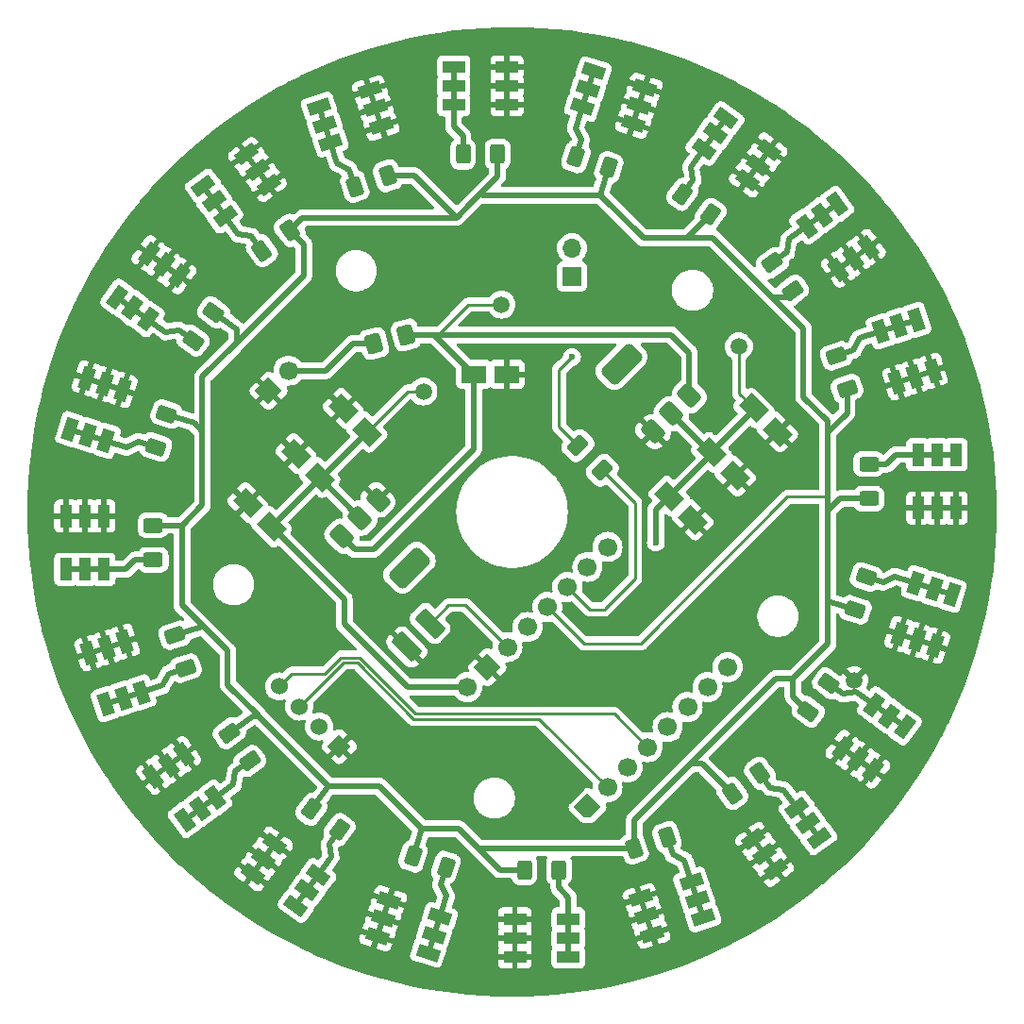
<source format=gbr>
%TF.GenerationSoftware,KiCad,Pcbnew,8.0.4*%
%TF.CreationDate,2024-07-23T01:00:19-04:00*%
%TF.ProjectId,esp32-wroom-table-lights,65737033-322d-4777-926f-6f6d2d746162,rev?*%
%TF.SameCoordinates,Original*%
%TF.FileFunction,Copper,L1,Top*%
%TF.FilePolarity,Positive*%
%FSLAX46Y46*%
G04 Gerber Fmt 4.6, Leading zero omitted, Abs format (unit mm)*
G04 Created by KiCad (PCBNEW 8.0.4) date 2024-07-23 01:00:19*
%MOMM*%
%LPD*%
G01*
G04 APERTURE LIST*
G04 Aperture macros list*
%AMRoundRect*
0 Rectangle with rounded corners*
0 $1 Rounding radius*
0 $2 $3 $4 $5 $6 $7 $8 $9 X,Y pos of 4 corners*
0 Add a 4 corners polygon primitive as box body*
4,1,4,$2,$3,$4,$5,$6,$7,$8,$9,$2,$3,0*
0 Add four circle primitives for the rounded corners*
1,1,$1+$1,$2,$3*
1,1,$1+$1,$4,$5*
1,1,$1+$1,$6,$7*
1,1,$1+$1,$8,$9*
0 Add four rect primitives between the rounded corners*
20,1,$1+$1,$2,$3,$4,$5,0*
20,1,$1+$1,$4,$5,$6,$7,0*
20,1,$1+$1,$6,$7,$8,$9,0*
20,1,$1+$1,$8,$9,$2,$3,0*%
%AMHorizOval*
0 Thick line with rounded ends*
0 $1 width*
0 $2 $3 position (X,Y) of the first rounded end (center of the circle)*
0 $4 $5 position (X,Y) of the second rounded end (center of the circle)*
0 Add line between two ends*
20,1,$1,$2,$3,$4,$5,0*
0 Add two circle primitives to create the rounded ends*
1,1,$1,$2,$3*
1,1,$1,$4,$5*%
%AMRotRect*
0 Rectangle, with rotation*
0 The origin of the aperture is its center*
0 $1 length*
0 $2 width*
0 $3 Rotation angle, in degrees counterclockwise*
0 Add horizontal line*
21,1,$1,$2,0,0,$3*%
%AMOutline5P*
0 Free polygon, 5 corners , with rotation*
0 The origin of the aperture is its center*
0 number of corners: always 5*
0 $1 to $10 corner X, Y*
0 $11 Rotation angle, in degrees counterclockwise*
0 create outline with 5 corners*
4,1,5,$1,$2,$3,$4,$5,$6,$7,$8,$9,$10,$1,$2,$11*%
%AMOutline6P*
0 Free polygon, 6 corners , with rotation*
0 The origin of the aperture is its center*
0 number of corners: always 6*
0 $1 to $12 corner X, Y*
0 $13 Rotation angle, in degrees counterclockwise*
0 create outline with 6 corners*
4,1,6,$1,$2,$3,$4,$5,$6,$7,$8,$9,$10,$11,$12,$1,$2,$13*%
%AMOutline7P*
0 Free polygon, 7 corners , with rotation*
0 The origin of the aperture is its center*
0 number of corners: always 7*
0 $1 to $14 corner X, Y*
0 $15 Rotation angle, in degrees counterclockwise*
0 create outline with 7 corners*
4,1,7,$1,$2,$3,$4,$5,$6,$7,$8,$9,$10,$11,$12,$13,$14,$1,$2,$15*%
%AMOutline8P*
0 Free polygon, 8 corners , with rotation*
0 The origin of the aperture is its center*
0 number of corners: always 8*
0 $1 to $16 corner X, Y*
0 $17 Rotation angle, in degrees counterclockwise*
0 create outline with 8 corners*
4,1,8,$1,$2,$3,$4,$5,$6,$7,$8,$9,$10,$11,$12,$13,$14,$15,$16,$1,$2,$17*%
G04 Aperture macros list end*
%TA.AperFunction,ComponentPad*%
%ADD10O,1.700000X1.700000*%
%TD*%
%TA.AperFunction,ComponentPad*%
%ADD11R,1.700000X1.700000*%
%TD*%
%TA.AperFunction,SMDPad,CuDef*%
%ADD12RoundRect,0.250000X-0.724784X-0.159099X-0.159099X-0.724784X0.724784X0.159099X0.159099X0.724784X0*%
%TD*%
%TA.AperFunction,SMDPad,CuDef*%
%ADD13RoundRect,0.250001X0.433103X-1.087175X1.087175X-0.433103X-0.433103X1.087175X-1.087175X0.433103X0*%
%TD*%
%TA.AperFunction,ComponentPad*%
%ADD14C,1.524000*%
%TD*%
%TA.AperFunction,ComponentPad*%
%ADD15RotRect,1.524000X1.524000X225.000000*%
%TD*%
%TA.AperFunction,SMDPad,CuDef*%
%ADD16RoundRect,0.250000X0.187287X0.718017X-0.573558X0.470804X-0.187287X-0.718017X0.573558X-0.470804X0*%
%TD*%
%TA.AperFunction,SMDPad,CuDef*%
%ADD17C,1.500000*%
%TD*%
%TA.AperFunction,SMDPad,CuDef*%
%ADD18RotRect,2.200000X1.600000X135.000000*%
%TD*%
%TA.AperFunction,SMDPad,CuDef*%
%ADD19RoundRect,0.250000X-0.470804X0.573558X-0.718017X-0.187287X0.470804X-0.573558X0.718017X0.187287X0*%
%TD*%
%TA.AperFunction,SMDPad,CuDef*%
%ADD20RoundRect,0.250001X0.284978X0.723406X-0.608501X0.483999X-0.284978X-0.723406X0.608501X-0.483999X0*%
%TD*%
%TA.AperFunction,SMDPad,CuDef*%
%ADD21RotRect,1.100000X2.000000X198.000000*%
%TD*%
%TA.AperFunction,SMDPad,CuDef*%
%ADD22RoundRect,0.250000X-0.270522X0.690973X-0.740750X0.043759X0.270522X-0.690973X0.740750X-0.043759X0*%
%TD*%
%TA.AperFunction,SMDPad,CuDef*%
%ADD23RoundRect,0.250000X0.690973X0.270522X0.043759X0.740750X-0.690973X-0.270522X-0.043759X-0.740750X0*%
%TD*%
%TA.AperFunction,SMDPad,CuDef*%
%ADD24RoundRect,0.250000X-0.740750X-0.043759X-0.270522X-0.690973X0.740750X0.043759X0.270522X0.690973X0*%
%TD*%
%TA.AperFunction,SMDPad,CuDef*%
%ADD25RoundRect,0.250000X-0.718017X0.187287X-0.470804X-0.573558X0.718017X-0.187287X0.470804X0.573558X0*%
%TD*%
%TA.AperFunction,SMDPad,CuDef*%
%ADD26RoundRect,0.250000X-0.043759X0.740750X-0.690973X0.270522X0.043759X-0.740750X0.690973X-0.270522X0*%
%TD*%
%TA.AperFunction,SMDPad,CuDef*%
%ADD27RoundRect,0.250000X0.043759X-0.740750X0.690973X-0.270522X-0.043759X0.740750X-0.690973X0.270522X0*%
%TD*%
%TA.AperFunction,SMDPad,CuDef*%
%ADD28RoundRect,0.250000X0.400000X0.625000X-0.400000X0.625000X-0.400000X-0.625000X0.400000X-0.625000X0*%
%TD*%
%TA.AperFunction,SMDPad,CuDef*%
%ADD29RoundRect,0.250000X-0.625000X0.400000X-0.625000X-0.400000X0.625000X-0.400000X0.625000X0.400000X0*%
%TD*%
%TA.AperFunction,SMDPad,CuDef*%
%ADD30RoundRect,0.250000X0.573558X0.470804X-0.187287X0.718017X-0.573558X-0.470804X0.187287X-0.718017X0*%
%TD*%
%TA.AperFunction,SMDPad,CuDef*%
%ADD31R,2.000000X1.100000*%
%TD*%
%TA.AperFunction,SMDPad,CuDef*%
%ADD32RoundRect,0.250000X0.270522X-0.690973X0.740750X-0.043759X-0.270522X0.690973X-0.740750X0.043759X0*%
%TD*%
%TA.AperFunction,SMDPad,CuDef*%
%ADD33RotRect,2.200000X1.600000X315.000000*%
%TD*%
%TA.AperFunction,ComponentPad*%
%ADD34HorizOval,1.700000X0.000000X0.000000X0.000000X0.000000X0*%
%TD*%
%TA.AperFunction,ComponentPad*%
%ADD35RotRect,1.700000X1.700000X135.000000*%
%TD*%
%TA.AperFunction,ComponentPad*%
%ADD36Outline5P,-0.850000X0.425000X-0.425000X0.850000X0.850000X0.850000X0.850000X-0.850000X-0.850000X-0.850000X135.000000*%
%TD*%
%TA.AperFunction,SMDPad,CuDef*%
%ADD37RoundRect,0.250000X-0.187287X-0.718017X0.573558X-0.470804X0.187287X0.718017X-0.573558X0.470804X0*%
%TD*%
%TA.AperFunction,SMDPad,CuDef*%
%ADD38RoundRect,0.250000X-0.400000X-0.625000X0.400000X-0.625000X0.400000X0.625000X-0.400000X0.625000X0*%
%TD*%
%TA.AperFunction,SMDPad,CuDef*%
%ADD39RotRect,1.100000X2.000000X126.000000*%
%TD*%
%TA.AperFunction,SMDPad,CuDef*%
%ADD40RoundRect,0.250000X-0.573558X-0.470804X0.187287X-0.718017X0.573558X0.470804X-0.187287X0.718017X0*%
%TD*%
%TA.AperFunction,SMDPad,CuDef*%
%ADD41RotRect,1.100000X2.000000X54.000000*%
%TD*%
%TA.AperFunction,SMDPad,CuDef*%
%ADD42R,1.100000X2.000000*%
%TD*%
%TA.AperFunction,SMDPad,CuDef*%
%ADD43RotRect,1.100000X2.000000X36.000000*%
%TD*%
%TA.AperFunction,SMDPad,CuDef*%
%ADD44RotRect,1.100000X2.000000X306.000000*%
%TD*%
%TA.AperFunction,SMDPad,CuDef*%
%ADD45RotRect,1.100000X2.000000X342.000000*%
%TD*%
%TA.AperFunction,SMDPad,CuDef*%
%ADD46RoundRect,0.250000X-0.690973X-0.270522X-0.043759X-0.740750X0.690973X0.270522X0.043759X0.740750X0*%
%TD*%
%TA.AperFunction,SMDPad,CuDef*%
%ADD47RoundRect,0.250000X0.470804X-0.573558X0.718017X0.187287X-0.470804X0.573558X-0.718017X-0.187287X0*%
%TD*%
%TA.AperFunction,SMDPad,CuDef*%
%ADD48RoundRect,0.500000X1.343503X0.636396X0.636396X1.343503X-1.343503X-0.636396X-0.636396X-1.343503X0*%
%TD*%
%TA.AperFunction,SMDPad,CuDef*%
%ADD49RoundRect,0.375000X0.707107X-0.176777X-0.176777X0.707107X-0.707107X0.176777X0.176777X-0.707107X0*%
%TD*%
%TA.AperFunction,SMDPad,CuDef*%
%ADD50RotRect,1.100000X2.000000X18.000000*%
%TD*%
%TA.AperFunction,SMDPad,CuDef*%
%ADD51RotRect,1.100000X2.000000X324.000000*%
%TD*%
%TA.AperFunction,SMDPad,CuDef*%
%ADD52RoundRect,0.250000X0.625000X-0.400000X0.625000X0.400000X-0.625000X0.400000X-0.625000X-0.400000X0*%
%TD*%
%TA.AperFunction,SMDPad,CuDef*%
%ADD53RotRect,1.100000X2.000000X72.000000*%
%TD*%
%TA.AperFunction,SMDPad,CuDef*%
%ADD54RotRect,1.100000X2.000000X216.000000*%
%TD*%
%TA.AperFunction,SMDPad,CuDef*%
%ADD55RoundRect,0.250000X0.740750X0.043759X0.270522X0.690973X-0.740750X-0.043759X-0.270522X-0.690973X0*%
%TD*%
%TA.AperFunction,SMDPad,CuDef*%
%ADD56RotRect,1.100000X2.000000X144.000000*%
%TD*%
%TA.AperFunction,SMDPad,CuDef*%
%ADD57RotRect,1.100000X2.000000X252.000000*%
%TD*%
%TA.AperFunction,SMDPad,CuDef*%
%ADD58RotRect,1.100000X2.000000X288.000000*%
%TD*%
%TA.AperFunction,SMDPad,CuDef*%
%ADD59RotRect,1.100000X2.000000X108.000000*%
%TD*%
%TA.AperFunction,SMDPad,CuDef*%
%ADD60R,2.200000X1.600000*%
%TD*%
%TA.AperFunction,SMDPad,CuDef*%
%ADD61RoundRect,0.250000X0.718017X-0.187287X0.470804X0.573558X-0.718017X0.187287X-0.470804X-0.573558X0*%
%TD*%
%TA.AperFunction,SMDPad,CuDef*%
%ADD62RoundRect,0.375000X-0.707107X0.176777X0.176777X-0.707107X0.707107X-0.176777X-0.176777X0.707107X0*%
%TD*%
%TA.AperFunction,SMDPad,CuDef*%
%ADD63RoundRect,0.500000X-1.343503X-0.636396X-0.636396X-1.343503X1.343503X0.636396X0.636396X1.343503X0*%
%TD*%
%TA.AperFunction,SMDPad,CuDef*%
%ADD64RotRect,1.100000X2.000000X234.000000*%
%TD*%
%TA.AperFunction,SMDPad,CuDef*%
%ADD65RotRect,1.100000X2.000000X162.000000*%
%TD*%
%TA.AperFunction,ViaPad*%
%ADD66C,0.600000*%
%TD*%
%TA.AperFunction,Conductor*%
%ADD67C,0.250000*%
%TD*%
%TA.AperFunction,Conductor*%
%ADD68C,0.500000*%
%TD*%
G04 APERTURE END LIST*
D10*
%TO.P,D4,2,KB*%
%TO.N,Net-(D4-AB)*%
X105475000Y-76127500D03*
D11*
%TO.P,D4,1,AB*%
X105475000Y-78667500D03*
%TD*%
D12*
%TO.P,R2,1*%
%TO.N,Net-(D4-AB)*%
X106003984Y-93853984D03*
%TO.P,R2,2*%
%TO.N,GPIO2*%
X108196016Y-96046016D03*
%TD*%
D13*
%TO.P,D2,1,K*%
%TO.N,GND*%
X90648179Y-111901822D03*
%TO.P,D2,2,A*%
%TO.N,Net-(D2-A)*%
X92751821Y-109798178D03*
%TD*%
D14*
%TO.P,J2,Vcc,VCC*%
%TO.N,+3V3*%
X82796051Y-119046051D03*
%TO.P,J2,SDA,SDA*%
%TO.N,/SDA*%
X81000000Y-117250000D03*
%TO.P,J2,SCL,SCL*%
%TO.N,/SCK*%
X79203949Y-115453949D03*
D15*
%TO.P,J2,GND,GND*%
%TO.N,GND*%
X84592102Y-120842102D03*
%TD*%
D16*
%TO.P,R1,1*%
%TO.N,Net-(D3-AB)*%
X114008989Y-129000141D03*
%TO.P,R1,2*%
%TO.N,GPIO3*%
X111060713Y-129958093D03*
%TD*%
D17*
%TO.P,TP4,1,1*%
%TO.N,+5V*%
X92150000Y-89000000D03*
%TD*%
D18*
%TO.P,C7,1*%
%TO.N,+5V*%
X78510660Y-101110660D03*
%TO.P,C7,2*%
%TO.N,GND*%
X76389340Y-98989340D03*
%TD*%
D19*
%TO.P,R1,1*%
%TO.N,Net-(D3-AB)*%
X131857687Y-105629902D03*
%TO.P,R1,2*%
%TO.N,GPIO3*%
X130899735Y-108578178D03*
%TD*%
D20*
%TO.P,D1,1,K*%
%TO.N,/Power Supply/VIN*%
X90586815Y-83915006D03*
%TO.P,D1,2,A*%
%TO.N,/Power Supply/VDC*%
X87713185Y-84684994D03*
%TD*%
D21*
%TO.P,D3,1,AB*%
%TO.N,Net-(D3-AB)*%
X63625262Y-117033900D03*
%TO.P,D3,2,KB*%
X65242058Y-116508571D03*
%TO.P,D3,3,AR*%
X66858854Y-115983242D03*
%TO.P,D3,4,KR*%
%TO.N,GND*%
X65375572Y-111418170D03*
%TO.P,D3,5,AG*%
X63758776Y-111943499D03*
%TO.P,D3,6,KR*%
X62141980Y-112468828D03*
%TD*%
D22*
%TO.P,R1,1*%
%TO.N,Net-(D3-AB)*%
X128496922Y-115189134D03*
%TO.P,R1,2*%
%TO.N,GPIO3*%
X126674788Y-117697086D03*
%TD*%
D23*
%TO.P,R1,1*%
%TO.N,Net-(D3-AB)*%
X84610866Y-128296922D03*
%TO.P,R1,2*%
%TO.N,GPIO3*%
X82102914Y-126474788D03*
%TD*%
D24*
%TO.P,R1,1*%
%TO.N,Net-(D3-AB)*%
X123441969Y-77453321D03*
%TO.P,R1,2*%
%TO.N,GPIO3*%
X125264103Y-79961273D03*
%TD*%
D25*
%TO.P,R1,1*%
%TO.N,Net-(D3-AB)*%
X129200141Y-85791011D03*
%TO.P,R1,2*%
%TO.N,GPIO3*%
X130158093Y-88739287D03*
%TD*%
D26*
%TO.P,R1,1*%
%TO.N,Net-(D3-AB)*%
X122346679Y-123241969D03*
%TO.P,R1,2*%
%TO.N,GPIO3*%
X119838727Y-125064103D03*
%TD*%
D27*
%TO.P,R1,1*%
%TO.N,Net-(D3-AB)*%
X77653321Y-76358031D03*
%TO.P,R1,2*%
%TO.N,GPIO3*%
X80161273Y-74535897D03*
%TD*%
D28*
%TO.P,R1,1*%
%TO.N,Net-(D3-AB)*%
X104300000Y-131900000D03*
%TO.P,R1,2*%
%TO.N,GPIO3*%
X101200000Y-131900000D03*
%TD*%
D29*
%TO.P,R1,1*%
%TO.N,Net-(D3-AB)*%
X132100000Y-95500000D03*
%TO.P,R1,2*%
%TO.N,GPIO3*%
X132100000Y-98600000D03*
%TD*%
D30*
%TO.P,R1,1*%
%TO.N,Net-(D3-AB)*%
X94170098Y-131657687D03*
%TO.P,R1,2*%
%TO.N,GPIO3*%
X91221822Y-130699735D03*
%TD*%
D31*
%TO.P,D3,1,AB*%
%TO.N,Net-(D3-AB)*%
X105150000Y-139720000D03*
%TO.P,D3,2,KB*%
X105150000Y-138020000D03*
%TO.P,D3,3,AR*%
X105150000Y-136320000D03*
%TO.P,D3,4,KR*%
%TO.N,GND*%
X100350000Y-136320000D03*
%TO.P,D3,5,AG*%
X100350000Y-138020000D03*
%TO.P,D3,6,KR*%
X100350000Y-139720000D03*
%TD*%
D32*
%TO.P,R1,1*%
%TO.N,Net-(D3-AB)*%
X71503078Y-84410866D03*
%TO.P,R1,2*%
%TO.N,GPIO3*%
X73325212Y-81902914D03*
%TD*%
D33*
%TO.P,C5,2*%
%TO.N,GND*%
X116310660Y-100510660D03*
%TO.P,C5,1*%
%TO.N,+3V3*%
X114189340Y-98389340D03*
%TD*%
D34*
%TO.P,U1,16,5V*%
%TO.N,+5V*%
X96085539Y-115511846D03*
D35*
%TO.P,U1,15,GND*%
%TO.N,GND*%
X97881590Y-113715795D03*
D34*
%TO.P,U1,14,3V3*%
%TO.N,Net-(D2-A)*%
X99677641Y-111919744D03*
%TO.P,U1,13,GPIO4_D2*%
%TO.N,unconnected-(U1-GPIO4_D2-Pad13)*%
X101473693Y-110123693D03*
%TO.P,U1,12,GPIO3_D1*%
%TO.N,GPIO3*%
X103269744Y-108327642D03*
%TO.P,U1,11,GPIO2_D0*%
%TO.N,GPIO2*%
X105065795Y-106531590D03*
%TO.P,U1,10,GPIO1_ADC1*%
%TO.N,unconnected-(U1-GPIO1_ADC1-Pad10)*%
X106861846Y-104735539D03*
%TO.P,U1,9,GPIO0_ADC0*%
%TO.N,ADC0*%
X108657897Y-102939488D03*
%TO.P,U1,8,GPIO21_Tx*%
%TO.N,unconnected-(U1-GPIO21_Tx-Pad8)*%
X119434205Y-113715795D03*
%TO.P,U1,7,GPIO20_Rx*%
%TO.N,unconnected-(U1-GPIO20_Rx-Pad7)*%
X117638154Y-115511846D03*
%TO.P,U1,6,GPIO_MOSI*%
%TO.N,unconnected-(U1-GPIO_MOSI-Pad6)*%
X115842102Y-117307898D03*
%TO.P,U1,5,GPIO9_MISO*%
%TO.N,unconnected-(U1-GPIO9_MISO-Pad5)*%
X114046051Y-119103949D03*
%TO.P,U1,4,GPIO8_SCK*%
%TO.N,/SCK*%
X112250000Y-120900000D03*
%TO.P,U1,3,GPIO7_SCL*%
%TO.N,unconnected-(U1-GPIO7_SCL-Pad3)*%
X110453949Y-122696051D03*
%TO.P,U1,2,GPIO6_SDA*%
%TO.N,/SDA*%
X108657897Y-124492103D03*
D36*
%TO.P,U1,1,GPIO5*%
%TO.N,GPIO5*%
X106861846Y-126288154D03*
%TD*%
D37*
%TO.P,R1,1*%
%TO.N,Net-(D3-AB)*%
X85991011Y-70599859D03*
%TO.P,R1,2*%
%TO.N,GPIO3*%
X88939287Y-69641907D03*
%TD*%
D38*
%TO.P,R1,1*%
%TO.N,Net-(D3-AB)*%
X95700000Y-67700000D03*
%TO.P,R1,2*%
%TO.N,GPIO3*%
X98800000Y-67700000D03*
%TD*%
D39*
%TO.P,D3,1,AB*%
%TO.N,Net-(D3-AB)*%
X72369175Y-70531136D03*
%TO.P,D3,2,KB*%
X73368410Y-71906465D03*
%TO.P,D3,3,AR*%
X74367645Y-73281793D03*
%TO.P,D3,4,KR*%
%TO.N,GND*%
X78250927Y-70460424D03*
%TO.P,D3,5,AG*%
X77251692Y-69085095D03*
%TO.P,D3,6,KR*%
X76252457Y-67709767D03*
%TD*%
D40*
%TO.P,R1,1*%
%TO.N,Net-(D3-AB)*%
X105829902Y-67942313D03*
%TO.P,R1,2*%
%TO.N,GPIO3*%
X108778178Y-68900265D03*
%TD*%
D41*
%TO.P,D3,1,AB*%
%TO.N,Net-(D3-AB)*%
X119297950Y-64476948D03*
%TO.P,D3,2,KB*%
X118298715Y-65852276D03*
%TO.P,D3,3,AR*%
X117299480Y-67227605D03*
%TO.P,D3,4,KR*%
%TO.N,GND*%
X121182762Y-70048974D03*
%TO.P,D3,5,AG*%
X122181997Y-68673646D03*
%TO.P,D3,6,KR*%
X123181232Y-67298317D03*
%TD*%
D42*
%TO.P,D3,1,AB*%
%TO.N,Net-(D3-AB)*%
X60080000Y-104950000D03*
%TO.P,D3,2,KB*%
X61780000Y-104950000D03*
%TO.P,D3,3,AR*%
X63480000Y-104950000D03*
%TO.P,D3,4,KR*%
%TO.N,GND*%
X63480000Y-100150000D03*
%TO.P,D3,5,AG*%
X61780000Y-100150000D03*
%TO.P,D3,6,KR*%
X60080000Y-100150000D03*
%TD*%
D43*
%TO.P,D3,1,AB*%
%TO.N,Net-(D3-AB)*%
X129268864Y-72169175D03*
%TO.P,D3,2,KB*%
X127893535Y-73168410D03*
%TO.P,D3,3,AR*%
X126518207Y-74167645D03*
%TO.P,D3,4,KR*%
%TO.N,GND*%
X129339576Y-78050927D03*
%TO.P,D3,5,AG*%
X130714905Y-77051692D03*
%TO.P,D3,6,KR*%
X132090233Y-76052457D03*
%TD*%
D44*
%TO.P,D3,1,AB*%
%TO.N,Net-(D3-AB)*%
X127630825Y-129068864D03*
%TO.P,D3,2,KB*%
X126631590Y-127693535D03*
%TO.P,D3,3,AR*%
X125632355Y-126318207D03*
%TO.P,D3,4,KR*%
%TO.N,GND*%
X121749073Y-129139576D03*
%TO.P,D3,5,AG*%
X122748308Y-130514905D03*
%TO.P,D3,6,KR*%
X123747543Y-131890233D03*
%TD*%
D33*
%TO.P,C2,2*%
%TO.N,GND*%
X123910660Y-92610660D03*
%TO.P,C2,1*%
%TO.N,+3V3*%
X121789340Y-90489340D03*
%TD*%
D17*
%TO.P,TP1,1,1*%
%TO.N,/Power Supply/VIN*%
X99150000Y-81200000D03*
%TD*%
D45*
%TO.P,D3,1,AB*%
%TO.N,Net-(D3-AB)*%
X139557614Y-107238017D03*
%TO.P,D3,2,KB*%
X137940818Y-106712688D03*
%TO.P,D3,3,AR*%
X136324022Y-106187359D03*
%TO.P,D3,4,KR*%
%TO.N,GND*%
X134840740Y-110752431D03*
%TO.P,D3,5,AG*%
X136457536Y-111277760D03*
%TO.P,D3,6,KR*%
X138074332Y-111803089D03*
%TD*%
D46*
%TO.P,R1,1*%
%TO.N,Net-(D3-AB)*%
X115389134Y-71303078D03*
%TO.P,R1,2*%
%TO.N,GPIO3*%
X117897086Y-73125212D03*
%TD*%
D47*
%TO.P,R1,1*%
%TO.N,Net-(D3-AB)*%
X68142313Y-93970098D03*
%TO.P,R1,2*%
%TO.N,GPIO3*%
X69100265Y-91021822D03*
%TD*%
D48*
%TO.P,U2,4*%
%TO.N,N/C*%
X109922614Y-86522614D03*
D49*
%TO.P,U2,3,VI*%
%TO.N,/Power Supply/VIN*%
X116003732Y-89351041D03*
%TO.P,U2,2,VO*%
%TO.N,+3V3*%
X114377386Y-90977386D03*
%TO.P,U2,1,ADJ*%
%TO.N,GND*%
X112751041Y-92603732D03*
%TD*%
D50*
%TO.P,D3,1,AB*%
%TO.N,Net-(D3-AB)*%
X136374738Y-82566100D03*
%TO.P,D3,2,KB*%
X134757942Y-83091429D03*
%TO.P,D3,3,AR*%
X133141146Y-83616758D03*
%TO.P,D3,4,KR*%
%TO.N,GND*%
X134624428Y-88181830D03*
%TO.P,D3,5,AG*%
X136241224Y-87656501D03*
%TO.P,D3,6,KR*%
X137858020Y-87131172D03*
%TD*%
D51*
%TO.P,D3,1,AB*%
%TO.N,Net-(D3-AB)*%
X135323052Y-119097950D03*
%TO.P,D3,2,KB*%
X133947724Y-118098715D03*
%TO.P,D3,3,AR*%
X132572395Y-117099480D03*
%TO.P,D3,4,KR*%
%TO.N,GND*%
X129751026Y-120982762D03*
%TO.P,D3,5,AG*%
X131126354Y-121981997D03*
%TO.P,D3,6,KR*%
X132501683Y-122981232D03*
%TD*%
D52*
%TO.P,R1,1*%
%TO.N,Net-(D3-AB)*%
X67900000Y-104100000D03*
%TO.P,R1,2*%
%TO.N,GPIO3*%
X67900000Y-101000000D03*
%TD*%
D53*
%TO.P,D3,1,AB*%
%TO.N,Net-(D3-AB)*%
X107438017Y-60242386D03*
%TO.P,D3,2,KB*%
X106912688Y-61859182D03*
%TO.P,D3,3,AR*%
X106387359Y-63475978D03*
%TO.P,D3,4,KR*%
%TO.N,GND*%
X110952431Y-64959260D03*
%TO.P,D3,5,AG*%
X111477760Y-63342464D03*
%TO.P,D3,6,KR*%
X112003089Y-61725668D03*
%TD*%
D18*
%TO.P,C3,1*%
%TO.N,+5V*%
X87088046Y-92638046D03*
%TO.P,C3,2*%
%TO.N,GND*%
X84966726Y-90516726D03*
%TD*%
D54*
%TO.P,D3,1,AB*%
%TO.N,Net-(D3-AB)*%
X70731136Y-127430825D03*
%TO.P,D3,2,KB*%
X72106465Y-126431590D03*
%TO.P,D3,3,AR*%
X73481793Y-125432355D03*
%TO.P,D3,4,KR*%
%TO.N,GND*%
X70660424Y-121549073D03*
%TO.P,D3,5,AG*%
X69285095Y-122548308D03*
%TO.P,D3,6,KR*%
X67909767Y-123547543D03*
%TD*%
D55*
%TO.P,R1,1*%
%TO.N,Net-(D3-AB)*%
X76558031Y-122146679D03*
%TO.P,R1,2*%
%TO.N,GPIO3*%
X74735897Y-119638727D03*
%TD*%
D56*
%TO.P,D3,1,AB*%
%TO.N,Net-(D3-AB)*%
X64676948Y-80502050D03*
%TO.P,D3,2,KB*%
X66052276Y-81501285D03*
%TO.P,D3,3,AR*%
X67427605Y-82500520D03*
%TO.P,D3,4,KR*%
%TO.N,GND*%
X70248974Y-78617238D03*
%TO.P,D3,5,AG*%
X68873646Y-77618003D03*
%TO.P,D3,6,KR*%
X67498317Y-76618768D03*
%TD*%
D57*
%TO.P,D3,1,AB*%
%TO.N,Net-(D3-AB)*%
X92561983Y-139357614D03*
%TO.P,D3,2,KB*%
X93087312Y-137740818D03*
%TO.P,D3,3,AR*%
X93612641Y-136124022D03*
%TO.P,D3,4,KR*%
%TO.N,GND*%
X89047569Y-134640740D03*
%TO.P,D3,5,AG*%
X88522240Y-136257536D03*
%TO.P,D3,6,KR*%
X87996911Y-137874332D03*
%TD*%
D17*
%TO.P,TP2,1,1*%
%TO.N,GND*%
X130800000Y-114900000D03*
%TD*%
D33*
%TO.P,C4,2*%
%TO.N,GND*%
X120110660Y-96560660D03*
%TO.P,C4,1*%
%TO.N,+3V3*%
X117989340Y-94439340D03*
%TD*%
D18*
%TO.P,C6,1*%
%TO.N,+5V*%
X82838046Y-96688046D03*
%TO.P,C6,2*%
%TO.N,GND*%
X80716726Y-94566726D03*
%TD*%
D35*
%TO.P,J1,1,Pin_1*%
%TO.N,GND*%
X78248439Y-88916206D03*
D34*
%TO.P,J1,2,Pin_2*%
%TO.N,/Power Supply/VDC*%
X80044491Y-87120155D03*
%TD*%
D58*
%TO.P,D3,1,AB*%
%TO.N,Net-(D3-AB)*%
X117233900Y-136174738D03*
%TO.P,D3,2,KB*%
X116708571Y-134557942D03*
%TO.P,D3,3,AR*%
X116183242Y-132941146D03*
%TO.P,D3,4,KR*%
%TO.N,GND*%
X111618170Y-134424428D03*
%TO.P,D3,5,AG*%
X112143499Y-136041224D03*
%TO.P,D3,6,KR*%
X112668828Y-137658020D03*
%TD*%
D59*
%TO.P,D3,1,AB*%
%TO.N,Net-(D3-AB)*%
X82766100Y-63425262D03*
%TO.P,D3,2,KB*%
X83291429Y-65042058D03*
%TO.P,D3,3,AR*%
X83816758Y-66658854D03*
%TO.P,D3,4,KR*%
%TO.N,GND*%
X88381830Y-65175572D03*
%TO.P,D3,5,AG*%
X87856501Y-63558776D03*
%TO.P,D3,6,KR*%
X87331172Y-61941980D03*
%TD*%
D60*
%TO.P,C1,1*%
%TO.N,/Power Supply/VIN*%
X96650000Y-87450000D03*
%TO.P,C1,2*%
%TO.N,GND*%
X99650000Y-87450000D03*
%TD*%
D61*
%TO.P,R1,1*%
%TO.N,Net-(D3-AB)*%
X70799859Y-113808989D03*
%TO.P,R1,2*%
%TO.N,GPIO3*%
X69841907Y-110860713D03*
%TD*%
D42*
%TO.P,D3,1,AB*%
%TO.N,Net-(D3-AB)*%
X139920000Y-94650000D03*
%TO.P,D3,2,KB*%
X138220000Y-94650000D03*
%TO.P,D3,3,AR*%
X136520000Y-94650000D03*
%TO.P,D3,4,KR*%
%TO.N,GND*%
X136520000Y-99450000D03*
%TO.P,D3,5,AG*%
X138220000Y-99450000D03*
%TO.P,D3,6,KR*%
X139920000Y-99450000D03*
%TD*%
D62*
%TO.P,U3,1,ADJ*%
%TO.N,GND*%
X88076345Y-98723654D03*
%TO.P,U3,2,VO*%
%TO.N,+5V*%
X86450000Y-100350000D03*
%TO.P,U3,3,VI*%
%TO.N,/Power Supply/VIN*%
X84823654Y-101976345D03*
D63*
%TO.P,U3,4*%
%TO.N,N/C*%
X90904772Y-104804772D03*
%TD*%
D64*
%TO.P,D3,1,AB*%
%TO.N,Net-(D3-AB)*%
X80702050Y-135123052D03*
%TO.P,D3,2,KB*%
X81701285Y-133747724D03*
%TO.P,D3,3,AR*%
X82700520Y-132372395D03*
%TO.P,D3,4,KR*%
%TO.N,GND*%
X78817238Y-129551026D03*
%TO.P,D3,5,AG*%
X77818003Y-130926354D03*
%TO.P,D3,6,KR*%
X76818768Y-132301683D03*
%TD*%
D17*
%TO.P,TP3,1,1*%
%TO.N,+3V3*%
X120450000Y-84950000D03*
%TD*%
D65*
%TO.P,D3,1,AB*%
%TO.N,Net-(D3-AB)*%
X60442386Y-92361983D03*
%TO.P,D3,2,KB*%
X62059182Y-92887312D03*
%TO.P,D3,3,AR*%
X63675978Y-93412641D03*
%TO.P,D3,4,KR*%
%TO.N,GND*%
X65159260Y-88847569D03*
%TO.P,D3,5,AG*%
X63542464Y-88322240D03*
%TO.P,D3,6,KR*%
X61925668Y-87796911D03*
%TD*%
D31*
%TO.P,D3,1,AB*%
%TO.N,Net-(D3-AB)*%
X94850000Y-59880000D03*
%TO.P,D3,2,KB*%
X94850000Y-61580000D03*
%TO.P,D3,3,AR*%
X94850000Y-63280000D03*
%TO.P,D3,4,KR*%
%TO.N,GND*%
X99650000Y-63280000D03*
%TO.P,D3,5,AG*%
X99650000Y-61580000D03*
%TO.P,D3,6,KR*%
X99650000Y-59880000D03*
%TD*%
D66*
%TO.N,Net-(D4-AB)*%
X105475000Y-85900000D03*
%TO.N,+3V3*%
X113000000Y-102550000D03*
%TD*%
D67*
%TO.N,GPIO3*%
X124800000Y-98450000D02*
X128426988Y-98450000D01*
X111650000Y-111600000D02*
X124800000Y-98450000D01*
X106542102Y-111600000D02*
X111650000Y-111600000D01*
X103269744Y-108327642D02*
X106542102Y-111600000D01*
%TO.N,GPIO2*%
X108400000Y-108550000D02*
X107084205Y-108550000D01*
X111150000Y-105750000D02*
X108400000Y-108500000D01*
X108400000Y-108500000D02*
X108400000Y-108550000D01*
X107084205Y-108550000D02*
X105065795Y-106531590D01*
X111150000Y-99000000D02*
X111150000Y-105750000D01*
X108196016Y-96046016D02*
X111150000Y-99000000D01*
D68*
%TO.N,+3V3*%
X113000000Y-99578680D02*
X114189340Y-98389340D01*
X113000000Y-102550000D02*
X113000000Y-99578680D01*
D67*
%TO.N,GPIO2*%
X105048692Y-106531590D02*
X105065795Y-106531590D01*
%TO.N,Net-(D4-AB)*%
X106003984Y-93853984D02*
X104300000Y-92150000D01*
X104300000Y-87075000D02*
X104300000Y-92000000D01*
X104300000Y-92150000D02*
X104300000Y-92000000D01*
X105475000Y-85900000D02*
X104300000Y-87075000D01*
%TO.N,+3V3*%
X120450000Y-89150000D02*
X121789340Y-90489340D01*
X120450000Y-84950000D02*
X120450000Y-89150000D01*
D68*
%TO.N,/Power Supply/VDC*%
X85815006Y-84684994D02*
X83379845Y-87120155D01*
X83379845Y-87120155D02*
X80044491Y-87120155D01*
X87713185Y-84684994D02*
X85815006Y-84684994D01*
D67*
%TO.N,Net-(D2-A)*%
X94399999Y-108150000D02*
X92751821Y-109798178D01*
X95907897Y-108150000D02*
X94399999Y-108150000D01*
X99677641Y-111919744D02*
X95907897Y-108150000D01*
D68*
%TO.N,+5V*%
X85050000Y-107650000D02*
X78510660Y-101110660D01*
X85050000Y-109850000D02*
X85050000Y-107650000D01*
X96085539Y-115511846D02*
X90711846Y-115511846D01*
X90711846Y-115511846D02*
X85050000Y-109850000D01*
%TO.N,GPIO3*%
X116100000Y-122400000D02*
X117174624Y-122400000D01*
X116025000Y-122475000D02*
X116100000Y-122400000D01*
X116025000Y-122475000D02*
X123750000Y-114750000D01*
X117174624Y-122400000D02*
X119838727Y-125064103D01*
X111060713Y-127439287D02*
X116025000Y-122475000D01*
X123750000Y-114750000D02*
X125300000Y-114750000D01*
X129526988Y-98600000D02*
X132100000Y-98600000D01*
X128426988Y-99700000D02*
X129526988Y-98600000D01*
X130158093Y-90918895D02*
X130158093Y-88739287D01*
X128453976Y-92623012D02*
X130158093Y-90918895D01*
X128426988Y-92623012D02*
X128453976Y-92623012D01*
X126250000Y-83350000D02*
X123450000Y-80550000D01*
X128426988Y-91676988D02*
X126250000Y-89500000D01*
X128426988Y-107774734D02*
X128426988Y-91676988D01*
X124675376Y-80550000D02*
X125264103Y-79961273D01*
X115822298Y-75200000D02*
X118100000Y-75200000D01*
X115793642Y-75228656D02*
X115822298Y-75200000D01*
X118100000Y-75200000D02*
X123450000Y-80550000D01*
X123450000Y-80550000D02*
X124675376Y-80550000D01*
X81400000Y-75774624D02*
X81400000Y-78600000D01*
X81400000Y-78600000D02*
X75250000Y-84750000D01*
X80161273Y-74535897D02*
X81400000Y-75774624D01*
X75428656Y-84571344D02*
X75250000Y-84750000D01*
X75250000Y-84750000D02*
X72314653Y-87685347D01*
%TO.N,+3V3*%
X114189340Y-98389340D02*
X117989340Y-94589340D01*
X117989340Y-94589340D02*
X117989340Y-94439340D01*
X121789340Y-90639340D02*
X121789340Y-90489340D01*
X117989340Y-94439340D02*
X121789340Y-90639340D01*
X117839340Y-94439340D02*
X117989340Y-94439340D01*
X114377386Y-90977386D02*
X117839340Y-94439340D01*
%TO.N,/Power Supply/VIN*%
X116003732Y-85503732D02*
X116003732Y-89351041D01*
X114400000Y-83900000D02*
X116003732Y-85503732D01*
X111625605Y-83900000D02*
X114400000Y-83900000D01*
X111610599Y-83915006D02*
X111625605Y-83900000D01*
X93450000Y-83915006D02*
X111610599Y-83915006D01*
%TO.N,GPIO3*%
X115793642Y-75228656D02*
X111878656Y-75228656D01*
X117897086Y-73125212D02*
X115793642Y-75228656D01*
X97423012Y-71373012D02*
X107974734Y-71373012D01*
X97275000Y-71225000D02*
X97423012Y-71373012D01*
X98800000Y-69700000D02*
X97275000Y-71225000D01*
X91341907Y-69641907D02*
X88939287Y-69641907D01*
X95100000Y-73400000D02*
X91341907Y-69641907D01*
X95100000Y-73400000D02*
X96385347Y-72114653D01*
X80161273Y-74535897D02*
X81297170Y-73400000D01*
X81297170Y-73400000D02*
X95100000Y-73400000D01*
D67*
%TO.N,/SCK*%
X80357898Y-114300000D02*
X79203949Y-115453949D01*
X83313604Y-114300000D02*
X80357898Y-114300000D01*
X84763604Y-112850000D02*
X83313604Y-114300000D01*
X86400000Y-112850000D02*
X84763604Y-112850000D01*
X109250000Y-117900000D02*
X91450000Y-117900000D01*
X112250000Y-120900000D02*
X109250000Y-117900000D01*
X91450000Y-117900000D02*
X86400000Y-112850000D01*
%TO.N,/SDA*%
X91263604Y-118350000D02*
X102515794Y-118350000D01*
X86213604Y-113300000D02*
X91263604Y-118350000D01*
X84950000Y-113300000D02*
X86213604Y-113300000D01*
X102515794Y-118350000D02*
X108657897Y-124492103D01*
X81000000Y-117250000D02*
X84950000Y-113300000D01*
%TO.N,+5V*%
X90726092Y-89000000D02*
X87088046Y-92638046D01*
X92150000Y-89000000D02*
X90726092Y-89000000D01*
%TO.N,/Power Supply/VIN*%
X96165006Y-81200000D02*
X93450000Y-83915006D01*
X99150000Y-81200000D02*
X96165006Y-81200000D01*
D68*
X90586815Y-83915006D02*
X93450000Y-83915006D01*
X85997309Y-103150000D02*
X84823654Y-101976345D01*
X87650000Y-103150000D02*
X85997309Y-103150000D01*
X96650000Y-94150000D02*
X87650000Y-103150000D01*
X96650000Y-87450000D02*
X96650000Y-94150000D01*
%TO.N,+5V*%
X86450000Y-100350000D02*
X82838046Y-96738046D01*
X82838046Y-96738046D02*
X82838046Y-96688046D01*
X83038046Y-96688046D02*
X87088046Y-92638046D01*
X82838046Y-96688046D02*
X83038046Y-96688046D01*
X82838046Y-96783274D02*
X82838046Y-96688046D01*
X78510660Y-101110660D02*
X82838046Y-96783274D01*
%TO.N,/Power Supply/VIN*%
X93115006Y-83915006D02*
X96650000Y-87450000D01*
X90586815Y-83915006D02*
X93115006Y-83915006D01*
%TO.N,GPIO3*%
X111060713Y-129958093D02*
X97058093Y-129958093D01*
X95326988Y-128226988D02*
X97058093Y-129958093D01*
X92025266Y-128226988D02*
X95326988Y-128226988D01*
X99000000Y-131900000D02*
X101200000Y-131900000D01*
X97058093Y-129958093D02*
X99000000Y-131900000D01*
X70500000Y-108150000D02*
X72600000Y-110250000D01*
X70500000Y-101000000D02*
X70500000Y-108150000D01*
X72600000Y-110250000D02*
X74600000Y-112250000D01*
X72407269Y-110057269D02*
X72600000Y-110250000D01*
X72314653Y-99185347D02*
X70500000Y-101000000D01*
X72314653Y-92566907D02*
X72314653Y-99185347D01*
X111060713Y-129958093D02*
X111060713Y-127439287D01*
X125300000Y-116322298D02*
X125300000Y-114750000D01*
X126674788Y-117697086D02*
X125300000Y-116322298D01*
X125300000Y-114750000D02*
X128426988Y-111623012D01*
X128426988Y-111623012D02*
X128426988Y-107774734D01*
X72314653Y-87685347D02*
X72314653Y-92566907D01*
X75428656Y-83431156D02*
X75428656Y-84571344D01*
X111878656Y-75228656D02*
X108023012Y-71373012D01*
X108023012Y-71373012D02*
X107974734Y-71373012D01*
X107974734Y-71373012D02*
X108778178Y-68900265D01*
X98800000Y-67700000D02*
X98800000Y-69700000D01*
X98800000Y-69700000D02*
X96385347Y-72114653D01*
%TO.N,Net-(D3-AB)*%
X133379378Y-106124330D02*
X134450440Y-105578596D01*
X65549560Y-94021404D02*
X60442387Y-92361983D01*
X75263604Y-123087136D02*
X75075557Y-124274418D01*
X84610866Y-128296922D02*
X83670410Y-129591349D01*
X105778596Y-65349560D02*
X107438017Y-60242387D01*
X124736396Y-76512864D02*
X124924443Y-75325582D01*
X70799859Y-113808989D02*
X69278169Y-114303416D01*
X116329590Y-70008651D02*
X116141543Y-68821369D01*
X70208651Y-83470410D02*
X69021369Y-83658457D01*
X131857687Y-105629902D02*
X133379377Y-106124329D01*
X124474418Y-124724443D02*
X127630825Y-129068864D01*
X104300000Y-131900000D02*
X104300000Y-133500000D01*
X129200141Y-85791011D02*
X130721831Y-85296584D01*
X128496922Y-115189134D02*
X129791349Y-116129590D01*
X67900000Y-104100000D02*
X66300000Y-104100000D01*
X93675670Y-133179378D02*
X94221404Y-134250440D01*
X131267565Y-84225522D02*
X136374738Y-82566101D01*
X115389134Y-71303078D02*
X116329590Y-70008651D01*
X69278168Y-114303416D02*
X68732434Y-115374478D01*
X83670410Y-129591349D02*
X83858457Y-130778631D01*
X68732435Y-115374478D02*
X63625262Y-117033899D01*
X94221404Y-134250440D02*
X92561983Y-139357613D01*
X116141543Y-68821369D02*
X119297950Y-64476948D01*
X66300000Y-104100000D02*
X65450000Y-104950000D01*
X85496584Y-69078168D02*
X84425522Y-68532434D01*
X104300000Y-133500000D02*
X105150000Y-134350000D01*
X105829902Y-67942313D02*
X106324329Y-66420623D01*
X123287136Y-124536396D02*
X124474418Y-124724443D01*
X130978631Y-115941543D02*
X135323052Y-119097950D01*
X95700000Y-66100000D02*
X94850000Y-65250000D01*
X76712864Y-75063604D02*
X75525582Y-74875557D01*
X95700000Y-67700000D02*
X95700000Y-66100000D01*
X77653320Y-76358031D02*
X76712864Y-75063604D01*
X75525582Y-74875557D02*
X72369175Y-70531136D01*
X83858457Y-130778631D02*
X80702050Y-135123052D01*
X106324330Y-66420622D02*
X105778596Y-65349560D01*
X134550000Y-94650000D02*
X139920000Y-94650000D01*
X132100000Y-95500000D02*
X133700000Y-95500000D01*
X134450440Y-105578596D02*
X139557613Y-107238017D01*
X115574478Y-131067565D02*
X117233899Y-136174738D01*
X71503078Y-84410866D02*
X70208651Y-83470410D01*
X65450000Y-104950000D02*
X60080000Y-104950000D01*
X114503416Y-130521832D02*
X115574478Y-131067566D01*
X84425522Y-68532435D02*
X82766101Y-63425262D01*
X68142313Y-93970098D02*
X66620623Y-93475671D01*
X75075557Y-124274418D02*
X70731136Y-127430825D01*
X69021369Y-83658457D02*
X64676948Y-80502050D01*
X85991011Y-70599859D02*
X85496584Y-69078169D01*
X123441969Y-77453320D02*
X124736396Y-76512864D01*
X122346680Y-123241969D02*
X123287136Y-124536396D01*
X105150000Y-134350000D02*
X105150000Y-139720000D01*
X66620622Y-93475670D02*
X65549560Y-94021404D01*
X124924443Y-75325582D02*
X129268864Y-72169175D01*
X94170098Y-131657687D02*
X93675671Y-133179377D01*
X133700000Y-95500000D02*
X134550000Y-94650000D01*
X114008989Y-129000141D02*
X114503416Y-130521831D01*
X94850000Y-65250000D02*
X94850000Y-59880000D01*
X129791349Y-116129590D02*
X130978631Y-115941543D01*
X76558031Y-122146680D02*
X75263604Y-123087136D01*
X130721832Y-85296584D02*
X131267566Y-84225522D01*
%TO.N,GPIO3*%
X73325212Y-81902914D02*
X75428656Y-83431156D01*
X77370297Y-118070297D02*
X77370297Y-118110485D01*
X67900000Y-101000000D02*
X70500000Y-101000000D01*
X72314653Y-110057269D02*
X72407269Y-110057269D01*
X91221822Y-130699735D02*
X92025266Y-128226988D01*
X76839341Y-118110485D02*
X77370297Y-118110485D01*
X130899735Y-108578178D02*
X128426988Y-107774734D01*
X77370297Y-118110485D02*
X83631156Y-124371344D01*
X74600000Y-112250000D02*
X74600000Y-115300000D01*
X69841906Y-110860713D02*
X72314653Y-110057269D01*
X74735897Y-119638727D02*
X76839341Y-118110485D01*
X74600000Y-115300000D02*
X77370297Y-118070297D01*
X82102914Y-126474788D02*
X83631156Y-124371344D01*
X88169622Y-124371344D02*
X92025266Y-128226988D01*
X83631156Y-124371344D02*
X88169622Y-124371344D01*
X69100265Y-91021822D02*
X71573012Y-91825266D01*
X71573012Y-91825266D02*
X72314653Y-92566907D01*
X126250000Y-89500000D02*
X126250000Y-83350000D01*
%TD*%
%TA.AperFunction,Conductor*%
%TO.N,GND*%
G36*
X107727821Y-72143197D02*
G01*
X107748463Y-72159831D01*
X111400242Y-75811610D01*
X111414232Y-75820957D01*
X111436245Y-75835665D01*
X111523161Y-75893740D01*
X111523162Y-75893740D01*
X111523163Y-75893741D01*
X111659738Y-75950312D01*
X111659743Y-75950314D01*
X111659747Y-75950314D01*
X111659748Y-75950315D01*
X111804735Y-75979156D01*
X111804738Y-75979156D01*
X115867562Y-75979156D01*
X115999640Y-75952883D01*
X116023832Y-75950500D01*
X117737770Y-75950500D01*
X117804809Y-75970185D01*
X117825451Y-75986819D01*
X122862707Y-81024074D01*
X122862728Y-81024097D01*
X125463181Y-83624549D01*
X125496666Y-83685872D01*
X125499500Y-83712230D01*
X125499500Y-89573918D01*
X125499500Y-89573920D01*
X125499499Y-89573920D01*
X125528340Y-89718907D01*
X125528343Y-89718917D01*
X125569960Y-89819388D01*
X125584916Y-89855495D01*
X125603753Y-89883687D01*
X125613047Y-89897597D01*
X125667049Y-89978418D01*
X125667052Y-89978421D01*
X127640169Y-91951537D01*
X127673654Y-92012860D01*
X127676488Y-92039218D01*
X127676488Y-97700500D01*
X127656803Y-97767539D01*
X127603999Y-97813294D01*
X127552488Y-97824500D01*
X124738389Y-97824500D01*
X124677971Y-97836518D01*
X124634743Y-97845116D01*
X124617546Y-97848537D01*
X124503716Y-97895687D01*
X124401265Y-97964142D01*
X124401262Y-97964145D01*
X111427229Y-110938181D01*
X111365906Y-110971666D01*
X111339548Y-110974500D01*
X106852554Y-110974500D01*
X106785515Y-110954815D01*
X106764873Y-110938181D01*
X104609981Y-108783289D01*
X104576496Y-108721966D01*
X104577887Y-108663514D01*
X104604807Y-108563050D01*
X104625403Y-108327642D01*
X104604807Y-108092234D01*
X104577826Y-107991538D01*
X104579489Y-107921692D01*
X104618651Y-107863829D01*
X104682880Y-107836325D01*
X104729694Y-107839673D01*
X104736125Y-107841396D01*
X104830387Y-107866653D01*
X105018713Y-107883129D01*
X105065794Y-107887249D01*
X105065795Y-107887249D01*
X105065796Y-107887249D01*
X105105029Y-107883816D01*
X105301203Y-107866653D01*
X105401668Y-107839733D01*
X105471517Y-107841396D01*
X105521442Y-107871827D01*
X106595221Y-108945606D01*
X106595250Y-108945637D01*
X106685468Y-109035855D01*
X106685472Y-109035858D01*
X106759314Y-109085198D01*
X106759315Y-109085199D01*
X106787914Y-109104309D01*
X106787917Y-109104310D01*
X106787920Y-109104312D01*
X106839073Y-109125500D01*
X106901753Y-109151463D01*
X106952928Y-109161642D01*
X107022596Y-109175499D01*
X107022597Y-109175500D01*
X107022598Y-109175500D01*
X108461607Y-109175500D01*
X108461608Y-109175499D01*
X108582452Y-109151463D01*
X108696286Y-109104311D01*
X108798733Y-109035858D01*
X108885858Y-108948733D01*
X108954311Y-108846286D01*
X108956187Y-108841756D01*
X108983068Y-108801520D01*
X111548729Y-106235860D01*
X111548733Y-106235858D01*
X111635858Y-106148733D01*
X111704311Y-106046286D01*
X111751463Y-105932452D01*
X111775500Y-105811606D01*
X111775500Y-98938394D01*
X111751463Y-98817548D01*
X111704311Y-98703714D01*
X111704310Y-98703713D01*
X111704307Y-98703707D01*
X111635858Y-98601267D01*
X111635855Y-98601263D01*
X111545637Y-98511045D01*
X111545606Y-98511016D01*
X109534593Y-96500003D01*
X109501108Y-96438680D01*
X109506092Y-96368988D01*
X109526135Y-96334006D01*
X109552103Y-96302131D01*
X109630840Y-96145350D01*
X109631139Y-96144091D01*
X109652776Y-96052797D01*
X109671301Y-95974638D01*
X109671301Y-95799196D01*
X109630840Y-95628484D01*
X109552103Y-95471702D01*
X109486846Y-95391595D01*
X108850437Y-94755188D01*
X108850422Y-94755176D01*
X108794970Y-94710002D01*
X108770330Y-94689929D01*
X108770328Y-94689928D01*
X108770327Y-94689927D01*
X108613547Y-94611191D01*
X108442843Y-94570732D01*
X108442838Y-94570731D01*
X108442836Y-94570731D01*
X108267394Y-94570731D01*
X108267392Y-94570731D01*
X108267386Y-94570732D01*
X108096684Y-94611190D01*
X108009567Y-94654942D01*
X107939901Y-94689929D01*
X107939899Y-94689930D01*
X107939894Y-94689933D01*
X107859804Y-94755176D01*
X107859786Y-94755192D01*
X106905195Y-95709785D01*
X106905184Y-95709797D01*
X106839931Y-95789898D01*
X106839930Y-95789899D01*
X106761190Y-95946684D01*
X106720732Y-96117386D01*
X106720731Y-96117397D01*
X106720731Y-96292832D01*
X106720732Y-96292843D01*
X106761191Y-96463547D01*
X106839928Y-96620329D01*
X106864505Y-96650499D01*
X106905186Y-96700437D01*
X107541595Y-97336844D01*
X107621702Y-97402103D01*
X107778484Y-97480840D01*
X107949196Y-97521301D01*
X107949199Y-97521301D01*
X108124635Y-97521301D01*
X108124638Y-97521301D01*
X108217035Y-97499401D01*
X108295347Y-97480841D01*
X108295348Y-97480840D01*
X108295350Y-97480840D01*
X108452131Y-97402103D01*
X108484006Y-97376136D01*
X108548415Y-97349057D01*
X108617239Y-97361099D01*
X108650004Y-97384594D01*
X110488181Y-99222771D01*
X110521666Y-99284094D01*
X110524500Y-99310452D01*
X110524500Y-105439548D01*
X110504815Y-105506587D01*
X110488181Y-105527229D01*
X108127229Y-107888181D01*
X108065906Y-107921666D01*
X108039548Y-107924500D01*
X107394657Y-107924500D01*
X107327618Y-107904815D01*
X107306976Y-107888181D01*
X106406032Y-106987237D01*
X106372547Y-106925914D01*
X106373938Y-106867462D01*
X106375686Y-106860940D01*
X106400858Y-106766998D01*
X106421454Y-106531590D01*
X106420046Y-106515502D01*
X106412846Y-106433198D01*
X106400858Y-106296182D01*
X106373878Y-106195490D01*
X106375541Y-106125640D01*
X106414704Y-106067778D01*
X106478932Y-106040274D01*
X106525746Y-106043622D01*
X106626438Y-106070602D01*
X106814764Y-106087078D01*
X106861845Y-106091198D01*
X106861846Y-106091198D01*
X106861847Y-106091198D01*
X106901080Y-106087765D01*
X107097254Y-106070602D01*
X107325509Y-106009442D01*
X107539676Y-105909574D01*
X107733247Y-105774034D01*
X107900341Y-105606940D01*
X108035881Y-105413369D01*
X108135749Y-105199202D01*
X108196909Y-104970947D01*
X108217505Y-104735539D01*
X108196909Y-104500131D01*
X108169929Y-104399439D01*
X108171592Y-104329589D01*
X108210755Y-104271727D01*
X108274983Y-104244223D01*
X108321797Y-104247571D01*
X108422489Y-104274551D01*
X108610815Y-104291027D01*
X108657896Y-104295147D01*
X108657897Y-104295147D01*
X108657898Y-104295147D01*
X108697131Y-104291714D01*
X108893305Y-104274551D01*
X109121560Y-104213391D01*
X109335727Y-104113523D01*
X109529298Y-103977983D01*
X109696392Y-103810889D01*
X109831932Y-103617318D01*
X109931800Y-103403151D01*
X109992960Y-103174896D01*
X110013556Y-102939488D01*
X109992960Y-102704080D01*
X109931800Y-102475825D01*
X109831932Y-102261659D01*
X109817843Y-102241537D01*
X109696391Y-102068085D01*
X109529299Y-101900994D01*
X109529292Y-101900989D01*
X109335731Y-101765455D01*
X109335727Y-101765453D01*
X109273721Y-101736539D01*
X109121560Y-101665585D01*
X109121556Y-101665584D01*
X109121552Y-101665582D01*
X108893310Y-101604426D01*
X108893300Y-101604424D01*
X108657898Y-101583829D01*
X108657896Y-101583829D01*
X108422493Y-101604424D01*
X108422483Y-101604426D01*
X108194241Y-101665582D01*
X108194232Y-101665586D01*
X107980068Y-101765452D01*
X107980066Y-101765453D01*
X107786494Y-101900993D01*
X107619402Y-102068085D01*
X107483862Y-102261657D01*
X107483861Y-102261659D01*
X107383995Y-102475823D01*
X107383991Y-102475832D01*
X107322835Y-102704074D01*
X107322833Y-102704084D01*
X107302238Y-102939487D01*
X107302238Y-102939488D01*
X107322833Y-103174891D01*
X107322836Y-103174904D01*
X107349813Y-103275588D01*
X107348150Y-103345438D01*
X107308987Y-103403300D01*
X107244758Y-103430803D01*
X107197946Y-103427455D01*
X107097262Y-103400478D01*
X107097258Y-103400477D01*
X107097254Y-103400476D01*
X107097252Y-103400475D01*
X107097249Y-103400475D01*
X106861847Y-103379880D01*
X106861845Y-103379880D01*
X106626442Y-103400475D01*
X106626432Y-103400477D01*
X106398190Y-103461633D01*
X106398181Y-103461637D01*
X106184017Y-103561503D01*
X106184015Y-103561504D01*
X105990443Y-103697044D01*
X105823351Y-103864136D01*
X105687811Y-104057708D01*
X105687810Y-104057710D01*
X105617339Y-104208836D01*
X105588013Y-104271727D01*
X105587944Y-104271874D01*
X105587940Y-104271883D01*
X105526784Y-104500125D01*
X105526782Y-104500135D01*
X105506187Y-104735538D01*
X105506187Y-104735539D01*
X105526782Y-104970942D01*
X105526785Y-104970955D01*
X105553762Y-105071639D01*
X105552099Y-105141489D01*
X105512936Y-105199351D01*
X105448707Y-105226854D01*
X105401895Y-105223506D01*
X105301211Y-105196529D01*
X105301207Y-105196528D01*
X105301203Y-105196527D01*
X105301201Y-105196526D01*
X105301198Y-105196526D01*
X105065796Y-105175931D01*
X105065794Y-105175931D01*
X104830391Y-105196526D01*
X104830381Y-105196528D01*
X104602139Y-105257684D01*
X104602130Y-105257688D01*
X104387966Y-105357554D01*
X104387964Y-105357555D01*
X104194392Y-105493095D01*
X104027300Y-105660187D01*
X103891760Y-105853759D01*
X103891759Y-105853761D01*
X103814138Y-106020221D01*
X103791962Y-106067778D01*
X103791893Y-106067925D01*
X103791889Y-106067934D01*
X103730733Y-106296176D01*
X103730731Y-106296186D01*
X103710136Y-106531589D01*
X103710136Y-106531590D01*
X103730731Y-106766993D01*
X103730733Y-106767003D01*
X103757712Y-106867690D01*
X103756049Y-106937540D01*
X103716886Y-106995402D01*
X103652658Y-107022906D01*
X103605845Y-107019558D01*
X103505160Y-106992581D01*
X103505156Y-106992580D01*
X103505152Y-106992579D01*
X103505150Y-106992578D01*
X103505147Y-106992578D01*
X103269745Y-106971983D01*
X103269743Y-106971983D01*
X103034340Y-106992578D01*
X103034330Y-106992580D01*
X102806088Y-107053736D01*
X102806079Y-107053740D01*
X102591915Y-107153606D01*
X102591913Y-107153607D01*
X102398341Y-107289147D01*
X102231249Y-107456239D01*
X102095709Y-107649811D01*
X102095708Y-107649813D01*
X101995842Y-107863977D01*
X101995838Y-107863986D01*
X101934682Y-108092228D01*
X101934680Y-108092238D01*
X101914085Y-108327641D01*
X101914085Y-108327642D01*
X101934680Y-108563045D01*
X101934683Y-108563058D01*
X101961660Y-108663742D01*
X101959997Y-108733592D01*
X101920834Y-108791454D01*
X101856605Y-108818957D01*
X101809793Y-108815609D01*
X101709109Y-108788632D01*
X101709105Y-108788631D01*
X101709101Y-108788630D01*
X101709099Y-108788629D01*
X101709096Y-108788629D01*
X101473694Y-108768034D01*
X101473692Y-108768034D01*
X101238289Y-108788629D01*
X101238279Y-108788631D01*
X101010037Y-108849787D01*
X101010030Y-108849789D01*
X101010030Y-108849790D01*
X100997483Y-108855641D01*
X100795864Y-108949657D01*
X100795862Y-108949658D01*
X100602290Y-109085198D01*
X100435198Y-109252290D01*
X100299658Y-109445862D01*
X100299657Y-109445864D01*
X100213791Y-109630005D01*
X100199860Y-109659881D01*
X100199791Y-109660028D01*
X100199787Y-109660037D01*
X100138631Y-109888279D01*
X100138629Y-109888289D01*
X100118034Y-110123692D01*
X100118034Y-110123693D01*
X100138629Y-110359096D01*
X100138632Y-110359109D01*
X100165609Y-110459794D01*
X100163946Y-110529644D01*
X100124782Y-110587506D01*
X100060554Y-110615009D01*
X100013741Y-110611661D01*
X99913054Y-110584682D01*
X99913044Y-110584680D01*
X99677642Y-110564085D01*
X99677640Y-110564085D01*
X99442237Y-110584680D01*
X99442227Y-110584682D01*
X99341767Y-110611600D01*
X99271917Y-110609937D01*
X99221993Y-110579506D01*
X96398095Y-107755608D01*
X96398075Y-107755586D01*
X96306630Y-107664141D01*
X96255406Y-107629915D01*
X96204183Y-107595688D01*
X96107934Y-107555821D01*
X96107931Y-107555819D01*
X96107930Y-107555819D01*
X96090355Y-107548539D01*
X96090343Y-107548535D01*
X96007669Y-107532090D01*
X96007662Y-107532090D01*
X95969504Y-107524500D01*
X95969503Y-107524500D01*
X94467740Y-107524500D01*
X94467720Y-107524499D01*
X94461606Y-107524499D01*
X94338393Y-107524499D01*
X94237596Y-107544548D01*
X94237591Y-107544548D01*
X94217552Y-107548535D01*
X94217547Y-107548536D01*
X94217547Y-107548537D01*
X94181955Y-107563280D01*
X94181953Y-107563281D01*
X94181952Y-107563280D01*
X94103710Y-107595689D01*
X94001266Y-107664141D01*
X94001262Y-107664144D01*
X93254926Y-108410480D01*
X93193603Y-108443965D01*
X93123911Y-108438981D01*
X93079564Y-108410480D01*
X92814048Y-108144964D01*
X92814041Y-108144957D01*
X92814030Y-108144948D01*
X92733935Y-108079700D01*
X92577152Y-108000961D01*
X92520247Y-107987474D01*
X92406439Y-107960502D01*
X92230997Y-107960502D01*
X92060285Y-108000961D01*
X92060281Y-108000962D01*
X91903508Y-108079696D01*
X91903507Y-108079696D01*
X91823394Y-108144957D01*
X91098600Y-108869751D01*
X91033339Y-108949864D01*
X91033339Y-108949865D01*
X90954605Y-109106638D01*
X90954604Y-109106641D01*
X90954604Y-109106642D01*
X90914145Y-109277354D01*
X90914145Y-109452796D01*
X90939063Y-109557933D01*
X90954604Y-109623509D01*
X91033343Y-109780292D01*
X91062486Y-109816066D01*
X91098600Y-109860398D01*
X92689601Y-111451399D01*
X92698194Y-111458399D01*
X92769706Y-111516655D01*
X92769707Y-111516655D01*
X92769709Y-111516657D01*
X92926491Y-111595395D01*
X93097203Y-111635854D01*
X93097205Y-111635854D01*
X93272643Y-111635854D01*
X93272645Y-111635854D01*
X93443357Y-111595395D01*
X93600138Y-111516657D01*
X93680247Y-111451399D01*
X94405042Y-110726604D01*
X94470300Y-110646495D01*
X94549038Y-110489714D01*
X94589497Y-110319002D01*
X94589497Y-110143560D01*
X94549038Y-109972848D01*
X94470300Y-109816066D01*
X94462789Y-109806846D01*
X94405050Y-109735968D01*
X94405042Y-109735958D01*
X94139517Y-109470433D01*
X94106032Y-109409110D01*
X94111016Y-109339418D01*
X94139517Y-109295071D01*
X94250244Y-109184345D01*
X94488983Y-108945606D01*
X94622771Y-108811819D01*
X94684094Y-108778334D01*
X94710452Y-108775500D01*
X95597445Y-108775500D01*
X95664484Y-108795185D01*
X95685126Y-108811819D01*
X98337403Y-111464096D01*
X98370888Y-111525419D01*
X98369497Y-111583870D01*
X98342579Y-111684330D01*
X98342578Y-111684333D01*
X98342578Y-111684336D01*
X98332742Y-111796755D01*
X98321982Y-111919743D01*
X98321982Y-111919746D01*
X98325798Y-111963364D01*
X98312031Y-112031864D01*
X98263416Y-112082047D01*
X98195387Y-112097980D01*
X98150758Y-112086965D01*
X98023907Y-112029033D01*
X98023903Y-112029032D01*
X97881590Y-112008572D01*
X97739276Y-112029032D01*
X97739271Y-112029033D01*
X97608492Y-112088759D01*
X97561852Y-112126343D01*
X97103772Y-112584423D01*
X97103772Y-112584424D01*
X97752180Y-113232832D01*
X97688597Y-113249870D01*
X97574583Y-113315696D01*
X97481491Y-113408788D01*
X97415665Y-113522802D01*
X97398627Y-113586385D01*
X96750219Y-112937977D01*
X96750218Y-112937977D01*
X96292138Y-113396057D01*
X96254554Y-113442697D01*
X96194828Y-113573476D01*
X96194827Y-113573481D01*
X96174367Y-113715795D01*
X96194827Y-113858108D01*
X96194828Y-113858112D01*
X96252760Y-113984963D01*
X96262704Y-114054122D01*
X96233679Y-114117677D01*
X96174901Y-114155452D01*
X96129159Y-114160003D01*
X96085541Y-114156187D01*
X96085538Y-114156187D01*
X95850135Y-114176782D01*
X95850125Y-114176784D01*
X95621883Y-114237940D01*
X95621874Y-114237944D01*
X95407710Y-114337810D01*
X95407708Y-114337811D01*
X95214136Y-114473351D01*
X95047045Y-114640442D01*
X94999413Y-114708469D01*
X94944836Y-114752094D01*
X94897838Y-114761346D01*
X91074075Y-114761346D01*
X91007036Y-114741661D01*
X90986394Y-114725027D01*
X87642427Y-111381059D01*
X88811002Y-111381059D01*
X88811002Y-111556378D01*
X88811003Y-111556389D01*
X88851434Y-111726978D01*
X88930124Y-111883662D01*
X88995322Y-111963697D01*
X88995338Y-111963715D01*
X90586285Y-113554662D01*
X90586303Y-113554678D01*
X90666338Y-113619876D01*
X90823022Y-113698566D01*
X90993611Y-113738997D01*
X90993622Y-113738999D01*
X91168942Y-113738999D01*
X91168952Y-113738997D01*
X91339539Y-113698566D01*
X91496226Y-113619875D01*
X91576260Y-113554678D01*
X91576278Y-113554662D01*
X91761872Y-113369068D01*
X91761872Y-113369067D01*
X90648179Y-112255375D01*
X89180932Y-110788128D01*
X89180931Y-110788128D01*
X88995343Y-110973716D01*
X88995326Y-110973735D01*
X88930125Y-111053774D01*
X88851434Y-111210461D01*
X88811003Y-111381048D01*
X88811002Y-111381059D01*
X87642427Y-111381059D01*
X86695942Y-110434574D01*
X89534485Y-110434574D01*
X89534485Y-110434575D01*
X90648179Y-111548269D01*
X92115424Y-113015515D01*
X92115425Y-113015515D01*
X92301019Y-112829921D01*
X92301035Y-112829903D01*
X92366232Y-112749869D01*
X92444923Y-112593182D01*
X92485354Y-112422595D01*
X92485356Y-112422584D01*
X92485356Y-112247265D01*
X92485354Y-112247254D01*
X92444923Y-112076665D01*
X92366233Y-111919981D01*
X92301035Y-111839946D01*
X92301019Y-111839928D01*
X90710072Y-110248981D01*
X90710054Y-110248965D01*
X90630019Y-110183767D01*
X90473335Y-110105077D01*
X90302746Y-110064646D01*
X90302736Y-110064645D01*
X90127416Y-110064645D01*
X90127405Y-110064646D01*
X89956818Y-110105077D01*
X89800131Y-110183768D01*
X89720092Y-110248969D01*
X89720073Y-110248986D01*
X89534485Y-110434574D01*
X86695942Y-110434574D01*
X85836819Y-109575451D01*
X85803334Y-109514128D01*
X85800500Y-109487770D01*
X85800500Y-107576079D01*
X85771659Y-107431092D01*
X85771658Y-107431091D01*
X85771658Y-107431087D01*
X85735354Y-107343441D01*
X85715087Y-107294511D01*
X85715080Y-107294498D01*
X85632952Y-107171585D01*
X85594716Y-107133349D01*
X85528416Y-107067049D01*
X83902535Y-105441168D01*
X88555609Y-105441168D01*
X88576194Y-105643607D01*
X88637106Y-105837747D01*
X88637109Y-105837753D01*
X88637110Y-105837756D01*
X88725988Y-105997883D01*
X88735861Y-106015670D01*
X88735863Y-106015673D01*
X88812760Y-106107579D01*
X88812773Y-106107593D01*
X89601957Y-106896775D01*
X89649571Y-106936614D01*
X89693874Y-106973683D01*
X89871788Y-107072434D01*
X89871793Y-107072435D01*
X89871796Y-107072437D01*
X90065936Y-107133349D01*
X90100149Y-107136828D01*
X90268376Y-107153935D01*
X90452129Y-107135249D01*
X90470815Y-107133349D01*
X90664955Y-107072437D01*
X90664955Y-107072436D01*
X90664964Y-107072434D01*
X90842878Y-106973683D01*
X90934798Y-106896774D01*
X92996772Y-104834798D01*
X93073683Y-104742878D01*
X93172434Y-104564964D01*
X93179946Y-104541021D01*
X93233349Y-104370815D01*
X93237792Y-104327123D01*
X93253935Y-104168376D01*
X93233349Y-103965938D01*
X93233349Y-103965936D01*
X93172437Y-103771796D01*
X93172435Y-103771793D01*
X93172434Y-103771788D01*
X93073683Y-103593874D01*
X93072495Y-103592454D01*
X92996783Y-103501964D01*
X92996770Y-103501950D01*
X92207586Y-102712768D01*
X92115676Y-102635866D01*
X92115672Y-102635863D01*
X92115670Y-102635861D01*
X91937756Y-102537110D01*
X91937753Y-102537109D01*
X91937747Y-102537106D01*
X91743607Y-102476194D01*
X91541168Y-102455609D01*
X91338728Y-102476194D01*
X91144588Y-102537106D01*
X91144578Y-102537111D01*
X90966665Y-102635861D01*
X90966662Y-102635863D01*
X90874756Y-102712760D01*
X90874742Y-102712773D01*
X88812768Y-104774749D01*
X88735866Y-104866659D01*
X88735859Y-104866669D01*
X88637111Y-105044578D01*
X88637106Y-105044588D01*
X88576194Y-105238728D01*
X88555609Y-105441168D01*
X83902535Y-105441168D01*
X80259229Y-101797862D01*
X80225744Y-101736539D01*
X80230728Y-101666847D01*
X80250356Y-101632378D01*
X80279540Y-101596165D01*
X80339328Y-101465249D01*
X80359809Y-101322792D01*
X80339328Y-101180335D01*
X80335476Y-101171901D01*
X80279541Y-101049421D01*
X80279540Y-101049420D01*
X80279540Y-101049419D01*
X80241921Y-101002736D01*
X80241916Y-101002731D01*
X80241912Y-101002726D01*
X80048617Y-100809431D01*
X80015132Y-100748108D01*
X80020116Y-100678416D01*
X80048615Y-100634071D01*
X82409072Y-98273614D01*
X82470393Y-98240131D01*
X82540085Y-98245115D01*
X82584430Y-98273614D01*
X82730122Y-98419306D01*
X82776805Y-98456926D01*
X82776806Y-98456926D01*
X82776808Y-98456928D01*
X82907718Y-98516713D01*
X82907719Y-98516713D01*
X82907721Y-98516714D01*
X83050178Y-98537195D01*
X83192635Y-98516714D01*
X83318977Y-98459015D01*
X83323547Y-98456928D01*
X83323547Y-98456927D01*
X83323551Y-98456926D01*
X83332072Y-98450059D01*
X83396618Y-98423320D01*
X83465378Y-98435722D01*
X83497560Y-98458928D01*
X84863646Y-99825013D01*
X84897131Y-99886336D01*
X84893475Y-99952286D01*
X84882821Y-99983906D01*
X84882820Y-99983908D01*
X84862231Y-100173222D01*
X84862231Y-100173223D01*
X84871831Y-100261496D01*
X84859510Y-100330271D01*
X84811962Y-100381467D01*
X84744284Y-100398829D01*
X84735152Y-100398176D01*
X84646879Y-100388576D01*
X84646877Y-100388576D01*
X84457562Y-100409165D01*
X84457558Y-100409166D01*
X84344670Y-100447203D01*
X84277097Y-100469971D01*
X84277095Y-100469971D01*
X84277095Y-100469972D01*
X84113924Y-100568148D01*
X84113920Y-100568151D01*
X84081638Y-100596332D01*
X84081624Y-100596345D01*
X83443652Y-101234320D01*
X83443646Y-101234327D01*
X83415456Y-101266617D01*
X83339960Y-101392093D01*
X83317280Y-101429788D01*
X83305333Y-101465247D01*
X83256475Y-101610249D01*
X83256474Y-101610253D01*
X83235885Y-101799567D01*
X83235885Y-101799568D01*
X83256474Y-101988883D01*
X83256475Y-101988887D01*
X83317280Y-102169348D01*
X83415457Y-102332520D01*
X83415460Y-102332524D01*
X83443641Y-102364806D01*
X83443654Y-102364820D01*
X84310179Y-103231342D01*
X84435186Y-103356349D01*
X84467477Y-103384540D01*
X84467479Y-103384541D01*
X84467480Y-103384542D01*
X84498410Y-103403152D01*
X84630651Y-103482719D01*
X84811114Y-103543524D01*
X84864912Y-103549375D01*
X85000430Y-103564114D01*
X85000430Y-103564113D01*
X85000431Y-103564114D01*
X85189747Y-103543524D01*
X85221364Y-103532870D01*
X85291177Y-103530118D01*
X85348639Y-103562698D01*
X85518895Y-103732954D01*
X85527226Y-103738520D01*
X85579561Y-103773488D01*
X85641814Y-103815084D01*
X85778396Y-103871658D01*
X85778400Y-103871658D01*
X85778401Y-103871659D01*
X85923388Y-103900500D01*
X85923391Y-103900500D01*
X87723920Y-103900500D01*
X87821462Y-103881096D01*
X87868913Y-103871658D01*
X88005495Y-103815084D01*
X88067748Y-103773488D01*
X88128416Y-103732952D01*
X92061372Y-99799996D01*
X95093348Y-99799996D01*
X95093348Y-99800003D01*
X95113502Y-100248783D01*
X95113503Y-100248792D01*
X95173807Y-100693973D01*
X95273771Y-101131948D01*
X95273773Y-101131954D01*
X95412598Y-101559211D01*
X95565600Y-101917178D01*
X95589163Y-101972307D01*
X95802047Y-102367910D01*
X96049528Y-102742830D01*
X96049529Y-102742831D01*
X96329631Y-103094068D01*
X96329634Y-103094071D01*
X96640085Y-103418777D01*
X96640100Y-103418791D01*
X96978387Y-103714344D01*
X96978396Y-103714351D01*
X96978404Y-103714358D01*
X96978414Y-103714365D01*
X96978415Y-103714366D01*
X97341846Y-103978415D01*
X97341850Y-103978417D01*
X97341851Y-103978418D01*
X97707137Y-104196666D01*
X97727507Y-104208836D01*
X97727513Y-104208839D01*
X97858101Y-104271727D01*
X98132260Y-104403756D01*
X98132263Y-104403757D01*
X98132265Y-104403758D01*
X98552845Y-104561604D01*
X98552849Y-104561605D01*
X98552859Y-104561609D01*
X98985915Y-104681125D01*
X99427941Y-104761341D01*
X99875377Y-104801611D01*
X99875384Y-104801611D01*
X100324616Y-104801611D01*
X100324623Y-104801611D01*
X100772059Y-104761341D01*
X101214085Y-104681125D01*
X101647141Y-104561609D01*
X102067740Y-104403756D01*
X102472495Y-104208835D01*
X102858149Y-103978418D01*
X103221596Y-103714358D01*
X103559910Y-103418782D01*
X103870367Y-103094070D01*
X104150467Y-102742836D01*
X104397954Y-102367908D01*
X104610838Y-101972305D01*
X104787402Y-101559211D01*
X104926227Y-101131954D01*
X105026193Y-100693972D01*
X105086497Y-100248793D01*
X105106652Y-99800000D01*
X105086497Y-99351207D01*
X105026193Y-98906028D01*
X104926227Y-98468046D01*
X104787402Y-98040789D01*
X104610838Y-97627695D01*
X104397954Y-97232092D01*
X104360560Y-97175442D01*
X104150471Y-96857169D01*
X104150470Y-96857168D01*
X104101673Y-96795979D01*
X103991708Y-96658087D01*
X103870368Y-96505931D01*
X103870365Y-96505928D01*
X103559914Y-96181222D01*
X103559899Y-96181208D01*
X103221612Y-95885655D01*
X103221600Y-95885646D01*
X103221596Y-95885642D01*
X103208683Y-95876260D01*
X102858153Y-95621584D01*
X102472492Y-95391163D01*
X102472486Y-95391160D01*
X102067747Y-95196247D01*
X102067734Y-95196241D01*
X101647154Y-95038395D01*
X101647129Y-95038387D01*
X101214091Y-94918876D01*
X100772065Y-94838660D01*
X100772064Y-94838659D01*
X100772059Y-94838659D01*
X100324623Y-94798389D01*
X99875377Y-94798389D01*
X99427941Y-94838659D01*
X99427936Y-94838659D01*
X99427934Y-94838660D01*
X98985908Y-94918876D01*
X98552870Y-95038387D01*
X98552845Y-95038395D01*
X98132265Y-95196241D01*
X98132252Y-95196247D01*
X97727513Y-95391160D01*
X97727507Y-95391163D01*
X97341846Y-95621584D01*
X96978415Y-95885633D01*
X96978387Y-95885655D01*
X96640100Y-96181208D01*
X96640085Y-96181222D01*
X96329634Y-96505928D01*
X96329631Y-96505931D01*
X96049529Y-96857168D01*
X96049528Y-96857169D01*
X95802047Y-97232089D01*
X95589163Y-97627692D01*
X95535509Y-97753222D01*
X95415179Y-98034752D01*
X95412595Y-98040797D01*
X95273771Y-98468051D01*
X95173807Y-98906026D01*
X95113503Y-99351207D01*
X95113502Y-99351216D01*
X95093348Y-99799996D01*
X92061372Y-99799996D01*
X97232952Y-94628416D01*
X97280860Y-94556715D01*
X97291409Y-94540928D01*
X97295328Y-94535061D01*
X97315084Y-94505495D01*
X97371658Y-94368913D01*
X97400500Y-94223918D01*
X97400500Y-92211609D01*
X103674499Y-92211609D01*
X103683771Y-92258217D01*
X103683771Y-92258219D01*
X103698535Y-92332445D01*
X103698536Y-92332449D01*
X103698537Y-92332452D01*
X103704306Y-92346377D01*
X103704975Y-92347993D01*
X103704976Y-92347997D01*
X103745685Y-92446280D01*
X103745687Y-92446283D01*
X103745688Y-92446286D01*
X103770457Y-92483355D01*
X103770727Y-92483758D01*
X103770728Y-92483760D01*
X103814141Y-92548732D01*
X103814144Y-92548736D01*
X103905586Y-92640178D01*
X103905608Y-92640198D01*
X104665406Y-93399996D01*
X104698891Y-93461319D01*
X104693907Y-93531011D01*
X104673863Y-93565993D01*
X104647902Y-93597861D01*
X104647898Y-93597867D01*
X104569158Y-93754652D01*
X104528700Y-93925354D01*
X104528699Y-93925365D01*
X104528699Y-94100800D01*
X104528700Y-94100811D01*
X104569159Y-94271515D01*
X104647896Y-94428297D01*
X104691684Y-94482049D01*
X104713154Y-94508405D01*
X105349563Y-95144812D01*
X105349567Y-95144815D01*
X105349569Y-95144817D01*
X105361681Y-95154684D01*
X105429670Y-95210071D01*
X105586452Y-95288808D01*
X105757164Y-95329269D01*
X105757167Y-95329269D01*
X105932603Y-95329269D01*
X105932606Y-95329269D01*
X106025003Y-95307369D01*
X106103315Y-95288809D01*
X106103316Y-95288808D01*
X106103318Y-95288808D01*
X106260099Y-95210071D01*
X106340207Y-95144814D01*
X107294812Y-94190207D01*
X107360071Y-94110099D01*
X107438808Y-93953318D01*
X107444729Y-93928339D01*
X107465389Y-93841168D01*
X107479269Y-93782606D01*
X107479269Y-93664391D01*
X112043934Y-93664391D01*
X112043934Y-93664392D01*
X112362913Y-93983371D01*
X112395165Y-94011526D01*
X112558243Y-94109647D01*
X112558244Y-94109648D01*
X112738607Y-94170420D01*
X112738610Y-94170421D01*
X112927817Y-94190999D01*
X112927818Y-94190999D01*
X113117024Y-94170421D01*
X113117027Y-94170420D01*
X113297388Y-94109648D01*
X113460472Y-94011525D01*
X113492722Y-93983371D01*
X113634924Y-93841169D01*
X113634924Y-93841168D01*
X112751040Y-92957285D01*
X112751039Y-92957285D01*
X112043934Y-93664391D01*
X107479269Y-93664391D01*
X107479269Y-93607164D01*
X107438808Y-93436452D01*
X107360071Y-93279670D01*
X107294814Y-93199563D01*
X106658405Y-92563156D01*
X106648204Y-92554846D01*
X106592359Y-92509352D01*
X106578298Y-92497897D01*
X106578296Y-92497896D01*
X106578295Y-92497895D01*
X106437036Y-92426954D01*
X111163774Y-92426954D01*
X111163774Y-92426955D01*
X111184351Y-92616162D01*
X111184352Y-92616165D01*
X111245124Y-92796528D01*
X111245125Y-92796529D01*
X111343246Y-92959607D01*
X111371401Y-92991859D01*
X111690381Y-93310839D01*
X112397488Y-92603732D01*
X111513604Y-91719848D01*
X111371406Y-91862045D01*
X111371401Y-91862050D01*
X111343247Y-91894300D01*
X111245124Y-92057384D01*
X111184352Y-92237745D01*
X111184351Y-92237748D01*
X111163774Y-92426954D01*
X106437036Y-92426954D01*
X106421515Y-92419159D01*
X106250811Y-92378700D01*
X106250806Y-92378699D01*
X106250804Y-92378699D01*
X106075362Y-92378699D01*
X106075360Y-92378699D01*
X106075354Y-92378700D01*
X105904652Y-92419158D01*
X105799188Y-92472123D01*
X105747869Y-92497897D01*
X105747867Y-92497898D01*
X105747862Y-92497901D01*
X105715990Y-92523864D01*
X105651580Y-92550942D01*
X105582756Y-92538899D01*
X105549995Y-92515405D01*
X104961819Y-91927229D01*
X104928334Y-91865906D01*
X104925500Y-91839548D01*
X104925500Y-87385451D01*
X104945185Y-87318412D01*
X104961815Y-87297774D01*
X105533379Y-86726209D01*
X105594700Y-86692726D01*
X105607156Y-86690674D01*
X105654255Y-86685368D01*
X105824522Y-86625789D01*
X105977262Y-86529816D01*
X106104816Y-86402262D01*
X106200789Y-86249522D01*
X106260368Y-86079255D01*
X106264208Y-86045177D01*
X106280565Y-85900003D01*
X106280565Y-85899996D01*
X106260369Y-85720750D01*
X106260368Y-85720745D01*
X106239257Y-85660414D01*
X106200789Y-85550478D01*
X106177675Y-85513693D01*
X106149137Y-85468275D01*
X106104816Y-85397738D01*
X105977262Y-85270184D01*
X105936391Y-85244503D01*
X105824523Y-85174211D01*
X105654254Y-85114631D01*
X105654249Y-85114630D01*
X105475004Y-85094435D01*
X105474996Y-85094435D01*
X105295750Y-85114630D01*
X105295745Y-85114631D01*
X105125476Y-85174211D01*
X104972737Y-85270184D01*
X104845184Y-85397737D01*
X104749210Y-85550478D01*
X104689630Y-85720750D01*
X104684326Y-85767825D01*
X104657258Y-85832239D01*
X104648787Y-85841621D01*
X104264598Y-86225811D01*
X103901270Y-86589139D01*
X103901267Y-86589142D01*
X103864620Y-86625789D01*
X103814142Y-86676266D01*
X103794565Y-86705566D01*
X103745689Y-86778712D01*
X103745685Y-86778719D01*
X103725141Y-86828319D01*
X103698538Y-86892544D01*
X103698535Y-86892556D01*
X103674500Y-87013389D01*
X103674500Y-87013394D01*
X103674500Y-91938394D01*
X103674500Y-92088393D01*
X103674500Y-92211607D01*
X103674500Y-92211609D01*
X103674499Y-92211609D01*
X97400500Y-92211609D01*
X97400500Y-88874499D01*
X97420185Y-88807460D01*
X97472989Y-88761705D01*
X97524500Y-88750499D01*
X97797871Y-88750499D01*
X97797872Y-88750499D01*
X97857483Y-88744091D01*
X97992331Y-88693796D01*
X98076105Y-88631082D01*
X98141569Y-88606665D01*
X98209842Y-88621516D01*
X98224727Y-88631082D01*
X98307910Y-88693352D01*
X98307913Y-88693354D01*
X98442620Y-88743596D01*
X98442627Y-88743598D01*
X98502155Y-88749999D01*
X98502172Y-88750000D01*
X99400000Y-88750000D01*
X99900000Y-88750000D01*
X100797828Y-88750000D01*
X100797844Y-88749999D01*
X100857372Y-88743598D01*
X100857379Y-88743596D01*
X100992086Y-88693354D01*
X100992093Y-88693350D01*
X101107187Y-88607190D01*
X101107190Y-88607187D01*
X101193350Y-88492093D01*
X101193354Y-88492086D01*
X101243596Y-88357379D01*
X101243598Y-88357372D01*
X101249999Y-88297844D01*
X101250000Y-88297827D01*
X101250000Y-87700000D01*
X99900000Y-87700000D01*
X99900000Y-88750000D01*
X99400000Y-88750000D01*
X99400000Y-87200000D01*
X99900000Y-87200000D01*
X101250000Y-87200000D01*
X101250000Y-86602172D01*
X101249999Y-86602155D01*
X101243598Y-86542627D01*
X101243596Y-86542620D01*
X101193354Y-86407913D01*
X101193350Y-86407906D01*
X101107190Y-86292812D01*
X101107187Y-86292809D01*
X100992093Y-86206649D01*
X100992086Y-86206645D01*
X100857379Y-86156403D01*
X100857372Y-86156401D01*
X100797844Y-86150000D01*
X99900000Y-86150000D01*
X99900000Y-87200000D01*
X99400000Y-87200000D01*
X99400000Y-86150000D01*
X98502155Y-86150000D01*
X98442627Y-86156401D01*
X98442620Y-86156403D01*
X98307913Y-86206645D01*
X98307910Y-86206647D01*
X98224727Y-86268918D01*
X98159262Y-86293335D01*
X98090989Y-86278483D01*
X98076106Y-86268918D01*
X97992331Y-86206204D01*
X97992328Y-86206202D01*
X97857482Y-86155908D01*
X97857483Y-86155908D01*
X97797883Y-86149501D01*
X97797881Y-86149500D01*
X97797873Y-86149500D01*
X97797865Y-86149500D01*
X96462229Y-86149500D01*
X96395190Y-86129815D01*
X96374548Y-86113181D01*
X95138555Y-84877187D01*
X95105070Y-84815864D01*
X95110054Y-84746172D01*
X95151926Y-84690239D01*
X95217390Y-84665822D01*
X95226236Y-84665506D01*
X109358332Y-84665506D01*
X109425371Y-84685191D01*
X109471126Y-84737995D01*
X109481070Y-84807153D01*
X109452045Y-84870709D01*
X109446013Y-84877187D01*
X107830610Y-86492591D01*
X107753708Y-86584501D01*
X107753701Y-86584511D01*
X107654953Y-86762420D01*
X107654948Y-86762430D01*
X107594036Y-86956570D01*
X107573451Y-87159010D01*
X107594036Y-87361449D01*
X107654948Y-87555589D01*
X107654951Y-87555595D01*
X107654952Y-87555598D01*
X107685941Y-87611429D01*
X107753703Y-87733512D01*
X107753705Y-87733515D01*
X107830602Y-87825421D01*
X107830615Y-87825435D01*
X108619799Y-88614617D01*
X108658546Y-88647037D01*
X108711716Y-88691525D01*
X108889630Y-88790276D01*
X108889635Y-88790277D01*
X108889638Y-88790279D01*
X109083778Y-88851191D01*
X109117991Y-88854670D01*
X109286218Y-88871777D01*
X109469971Y-88853091D01*
X109488657Y-88851191D01*
X109682797Y-88790279D01*
X109682797Y-88790278D01*
X109682806Y-88790276D01*
X109860720Y-88691525D01*
X109952640Y-88614616D01*
X112014614Y-86552640D01*
X112091525Y-86460720D01*
X112190276Y-86282806D01*
X112190279Y-86282797D01*
X112251191Y-86088657D01*
X112255612Y-86045177D01*
X112271777Y-85886218D01*
X112253162Y-85703162D01*
X112251191Y-85683778D01*
X112190279Y-85489638D01*
X112190277Y-85489635D01*
X112190276Y-85489630D01*
X112091525Y-85311716D01*
X112081893Y-85300204D01*
X112014625Y-85219806D01*
X112014612Y-85219792D01*
X111844579Y-85049759D01*
X111661559Y-84866740D01*
X111628075Y-84805418D01*
X111633059Y-84735727D01*
X111674930Y-84679793D01*
X111725048Y-84657443D01*
X111747981Y-84652881D01*
X111772168Y-84650500D01*
X114037770Y-84650500D01*
X114104809Y-84670185D01*
X114125451Y-84686819D01*
X115216913Y-85778280D01*
X115250398Y-85839603D01*
X115253232Y-85865961D01*
X115253232Y-87928151D01*
X115233547Y-87995190D01*
X115216913Y-88015832D01*
X114623730Y-88609016D01*
X114623724Y-88609023D01*
X114595534Y-88641313D01*
X114505905Y-88790279D01*
X114497358Y-88804484D01*
X114491124Y-88822987D01*
X114436553Y-88984945D01*
X114436552Y-88984949D01*
X114415963Y-89174263D01*
X114415963Y-89174264D01*
X114425563Y-89262537D01*
X114413242Y-89331312D01*
X114365694Y-89382508D01*
X114298016Y-89399870D01*
X114288884Y-89399217D01*
X114200611Y-89389617D01*
X114200609Y-89389617D01*
X114011294Y-89410206D01*
X114011290Y-89410207D01*
X113874848Y-89456180D01*
X113830829Y-89471012D01*
X113830827Y-89471012D01*
X113830827Y-89471013D01*
X113667656Y-89569189D01*
X113667652Y-89569192D01*
X113635370Y-89597373D01*
X113635356Y-89597386D01*
X112997384Y-90235361D01*
X112997378Y-90235368D01*
X112969188Y-90267658D01*
X112871013Y-90430827D01*
X112810207Y-90611290D01*
X112810206Y-90611294D01*
X112789617Y-90800608D01*
X112789617Y-90800611D01*
X112799272Y-90889392D01*
X112786951Y-90958167D01*
X112739403Y-91009362D01*
X112671725Y-91026724D01*
X112662592Y-91026071D01*
X112574265Y-91016465D01*
X112574264Y-91016465D01*
X112385057Y-91037042D01*
X112385054Y-91037043D01*
X112204693Y-91097815D01*
X112041609Y-91195938D01*
X112009352Y-91224099D01*
X112009345Y-91224105D01*
X111867157Y-91366293D01*
X111867157Y-91366294D01*
X112751041Y-92250179D01*
X113988478Y-93487616D01*
X114130675Y-93345418D01*
X114130680Y-93345413D01*
X114158834Y-93313163D01*
X114256957Y-93150079D01*
X114317729Y-92969718D01*
X114317730Y-92969715D01*
X114338308Y-92780509D01*
X114328701Y-92692180D01*
X114341021Y-92623405D01*
X114388569Y-92572209D01*
X114456247Y-92554846D01*
X114465377Y-92555498D01*
X114554163Y-92565155D01*
X114743479Y-92544565D01*
X114775098Y-92533910D01*
X114844908Y-92531157D01*
X114902371Y-92563738D01*
X116182156Y-93843523D01*
X116215641Y-93904846D01*
X116210657Y-93974538D01*
X116207270Y-93982715D01*
X116160672Y-94084750D01*
X116160671Y-94084752D01*
X116140191Y-94227208D01*
X116160671Y-94369663D01*
X116160672Y-94369667D01*
X116220458Y-94500578D01*
X116220459Y-94500579D01*
X116220460Y-94500581D01*
X116258079Y-94547264D01*
X116258082Y-94547267D01*
X116258087Y-94547273D01*
X116526381Y-94815567D01*
X116559866Y-94876890D01*
X116554882Y-94946582D01*
X116526381Y-94990929D01*
X114665928Y-96851382D01*
X114604605Y-96884867D01*
X114534913Y-96879883D01*
X114490566Y-96851382D01*
X114297271Y-96658087D01*
X114297264Y-96658080D01*
X114250581Y-96620460D01*
X114250579Y-96620459D01*
X114250577Y-96620457D01*
X114119667Y-96560672D01*
X114119663Y-96560671D01*
X113977208Y-96540191D01*
X113834752Y-96560671D01*
X113834748Y-96560672D01*
X113703837Y-96620458D01*
X113657142Y-96658087D01*
X112458087Y-97857144D01*
X112458081Y-97857150D01*
X112458080Y-97857152D01*
X112448688Y-97868807D01*
X112420459Y-97903836D01*
X112420457Y-97903838D01*
X112360674Y-98034745D01*
X112360671Y-98034752D01*
X112340191Y-98177208D01*
X112360671Y-98319663D01*
X112360672Y-98319667D01*
X112420458Y-98450578D01*
X112420459Y-98450579D01*
X112420460Y-98450581D01*
X112458079Y-98497264D01*
X112458082Y-98497267D01*
X112458087Y-98497273D01*
X112651381Y-98690567D01*
X112684866Y-98751890D01*
X112679882Y-98821582D01*
X112651381Y-98865929D01*
X112417049Y-99100261D01*
X112367812Y-99173951D01*
X112334921Y-99223176D01*
X112334914Y-99223188D01*
X112278342Y-99359766D01*
X112278340Y-99359772D01*
X112249500Y-99504759D01*
X112249500Y-102250028D01*
X112242542Y-102290982D01*
X112214631Y-102370747D01*
X112194435Y-102549996D01*
X112194435Y-102550003D01*
X112214630Y-102729249D01*
X112214631Y-102729254D01*
X112274211Y-102899523D01*
X112346888Y-103015187D01*
X112370184Y-103052262D01*
X112497738Y-103179816D01*
X112650478Y-103275789D01*
X112692797Y-103290597D01*
X112820745Y-103335368D01*
X112820750Y-103335369D01*
X112999996Y-103355565D01*
X113000000Y-103355565D01*
X113000004Y-103355565D01*
X113179249Y-103335369D01*
X113179252Y-103335368D01*
X113179255Y-103335368D01*
X113349522Y-103275789D01*
X113502262Y-103179816D01*
X113629816Y-103052262D01*
X113725789Y-102899522D01*
X113785368Y-102729255D01*
X113787225Y-102712772D01*
X113805565Y-102550003D01*
X113805565Y-102549996D01*
X113788608Y-102399500D01*
X113785368Y-102370745D01*
X113757458Y-102290982D01*
X113750500Y-102250028D01*
X113750500Y-101606674D01*
X115568197Y-101606674D01*
X115568197Y-101606675D01*
X116203059Y-102241537D01*
X116249694Y-102279117D01*
X116380475Y-102338843D01*
X116522792Y-102359304D01*
X116665108Y-102338843D01*
X116795889Y-102279117D01*
X116842524Y-102241537D01*
X117265254Y-101818807D01*
X117265254Y-101818806D01*
X116310660Y-100864213D01*
X115568197Y-101606674D01*
X113750500Y-101606674D01*
X113750500Y-100089046D01*
X113770185Y-100022007D01*
X113822989Y-99976252D01*
X113892147Y-99966308D01*
X113955703Y-99995333D01*
X113962174Y-100001359D01*
X114081416Y-100120600D01*
X114128099Y-100158220D01*
X114128100Y-100158220D01*
X114128102Y-100158222D01*
X114259012Y-100218007D01*
X114259013Y-100218007D01*
X114259015Y-100218008D01*
X114337058Y-100229228D01*
X114362597Y-100232900D01*
X114426153Y-100261924D01*
X114463928Y-100320702D01*
X114467689Y-100337992D01*
X114482476Y-100440844D01*
X114542202Y-100571625D01*
X114579782Y-100618260D01*
X115214644Y-101253122D01*
X115957108Y-100510659D01*
X116664213Y-100510659D01*
X116664213Y-100510660D01*
X117618806Y-101465254D01*
X117618807Y-101465254D01*
X118041537Y-101042524D01*
X118079117Y-100995889D01*
X118138843Y-100865108D01*
X118159304Y-100722792D01*
X118159304Y-100722791D01*
X118138843Y-100580475D01*
X118079117Y-100449694D01*
X118041537Y-100403059D01*
X117406675Y-99768197D01*
X117406674Y-99768197D01*
X116664213Y-100510659D01*
X115957108Y-100510659D01*
X116310660Y-100157107D01*
X117053122Y-99414644D01*
X117053122Y-99414643D01*
X116418264Y-98779786D01*
X116418260Y-98779782D01*
X116371625Y-98742202D01*
X116240844Y-98682476D01*
X116137992Y-98667689D01*
X116074436Y-98638665D01*
X116036661Y-98579887D01*
X116032900Y-98562597D01*
X116021914Y-98486183D01*
X116018008Y-98459015D01*
X116017968Y-98458928D01*
X115958221Y-98328101D01*
X115958220Y-98328100D01*
X115958220Y-98328099D01*
X115920601Y-98281416D01*
X115920596Y-98281411D01*
X115920592Y-98281406D01*
X115727297Y-98088111D01*
X115693812Y-98026788D01*
X115698796Y-97957096D01*
X115727295Y-97912751D01*
X115983372Y-97656674D01*
X119368197Y-97656674D01*
X119368197Y-97656675D01*
X120003059Y-98291537D01*
X120049694Y-98329117D01*
X120180475Y-98388843D01*
X120322792Y-98409304D01*
X120465108Y-98388843D01*
X120595889Y-98329117D01*
X120642524Y-98291537D01*
X121065254Y-97868807D01*
X121065254Y-97868806D01*
X120110660Y-96914213D01*
X119368197Y-97656674D01*
X115983372Y-97656674D01*
X117587750Y-96052295D01*
X117649073Y-96018811D01*
X117718765Y-96023795D01*
X117763112Y-96052296D01*
X117881416Y-96170600D01*
X117928099Y-96208220D01*
X117928100Y-96208220D01*
X117928102Y-96208222D01*
X118059012Y-96268007D01*
X118059013Y-96268007D01*
X118059015Y-96268008D01*
X118085224Y-96271776D01*
X118162597Y-96282900D01*
X118226153Y-96311924D01*
X118263928Y-96370702D01*
X118267689Y-96387992D01*
X118282476Y-96490844D01*
X118342202Y-96621625D01*
X118379782Y-96668260D01*
X119014644Y-97303122D01*
X119757108Y-96560659D01*
X120464213Y-96560659D01*
X120464213Y-96560660D01*
X121418806Y-97515254D01*
X121418807Y-97515254D01*
X121841537Y-97092524D01*
X121879117Y-97045889D01*
X121938843Y-96915108D01*
X121959304Y-96772792D01*
X121959304Y-96772791D01*
X121938843Y-96630475D01*
X121879117Y-96499694D01*
X121841537Y-96453059D01*
X121206675Y-95818197D01*
X121206674Y-95818197D01*
X120464213Y-96560659D01*
X119757108Y-96560659D01*
X120110660Y-96207107D01*
X120853122Y-95464644D01*
X120853122Y-95464643D01*
X120218264Y-94829786D01*
X120218260Y-94829782D01*
X120171625Y-94792202D01*
X120040844Y-94732476D01*
X119937992Y-94717689D01*
X119874436Y-94688665D01*
X119836661Y-94629887D01*
X119832900Y-94612597D01*
X119829228Y-94587058D01*
X119818008Y-94509015D01*
X119817729Y-94508405D01*
X119758221Y-94378101D01*
X119758220Y-94378100D01*
X119758220Y-94378099D01*
X119720601Y-94331416D01*
X119720596Y-94331411D01*
X119720592Y-94331406D01*
X119527297Y-94138111D01*
X119493812Y-94076788D01*
X119498796Y-94007096D01*
X119527295Y-93962751D01*
X119783372Y-93706674D01*
X123168197Y-93706674D01*
X123168197Y-93706675D01*
X123803059Y-94341537D01*
X123849694Y-94379117D01*
X123980475Y-94438843D01*
X124122792Y-94459304D01*
X124265108Y-94438843D01*
X124395889Y-94379117D01*
X124442524Y-94341537D01*
X124865254Y-93918807D01*
X124865254Y-93918806D01*
X123910660Y-92964213D01*
X123168197Y-93706674D01*
X119783372Y-93706674D01*
X121387750Y-92102295D01*
X121449073Y-92068811D01*
X121518765Y-92073795D01*
X121563112Y-92102296D01*
X121681416Y-92220600D01*
X121728098Y-92258219D01*
X121728102Y-92258222D01*
X121859012Y-92318007D01*
X121859013Y-92318007D01*
X121859015Y-92318008D01*
X121904873Y-92324601D01*
X121962597Y-92332900D01*
X122026153Y-92361924D01*
X122063928Y-92420702D01*
X122067689Y-92437992D01*
X122082476Y-92540844D01*
X122142202Y-92671625D01*
X122179782Y-92718260D01*
X122814644Y-93353122D01*
X123557108Y-92610659D01*
X124264213Y-92610659D01*
X124264213Y-92610661D01*
X125218806Y-93565254D01*
X125218807Y-93565254D01*
X125641537Y-93142524D01*
X125679117Y-93095889D01*
X125738843Y-92965108D01*
X125759304Y-92822792D01*
X125759304Y-92822791D01*
X125738843Y-92680475D01*
X125679117Y-92549694D01*
X125641537Y-92503059D01*
X125006675Y-91868197D01*
X125006674Y-91868197D01*
X124264213Y-92610659D01*
X123557108Y-92610659D01*
X123910660Y-92257107D01*
X124653122Y-91514644D01*
X124653122Y-91514643D01*
X124018264Y-90879786D01*
X124018260Y-90879782D01*
X123971625Y-90842202D01*
X123840844Y-90782476D01*
X123737992Y-90767689D01*
X123674436Y-90738665D01*
X123636661Y-90679887D01*
X123632900Y-90662597D01*
X123618008Y-90559016D01*
X123618007Y-90559012D01*
X123558221Y-90428101D01*
X123558220Y-90428100D01*
X123558220Y-90428099D01*
X123520601Y-90381416D01*
X123520596Y-90381411D01*
X123520592Y-90381406D01*
X121897271Y-88758087D01*
X121897264Y-88758080D01*
X121850581Y-88720460D01*
X121850579Y-88720459D01*
X121850577Y-88720457D01*
X121719667Y-88660672D01*
X121719663Y-88660671D01*
X121577208Y-88640191D01*
X121434752Y-88660671D01*
X121434748Y-88660672D01*
X121303837Y-88720458D01*
X121277305Y-88741839D01*
X121212753Y-88768576D01*
X121143994Y-88756169D01*
X121092857Y-88708558D01*
X121075500Y-88645286D01*
X121075500Y-86103149D01*
X121095185Y-86036110D01*
X121128374Y-86001576D01*
X121256877Y-85911598D01*
X121411598Y-85756877D01*
X121537102Y-85577639D01*
X121629575Y-85379330D01*
X121686207Y-85167977D01*
X121705277Y-84950000D01*
X121705028Y-84947159D01*
X121697993Y-84866741D01*
X121686207Y-84732023D01*
X121629575Y-84520670D01*
X121537102Y-84322362D01*
X121537100Y-84322359D01*
X121537099Y-84322357D01*
X121411599Y-84143124D01*
X121334333Y-84065858D01*
X121256877Y-83988402D01*
X121097573Y-83876856D01*
X121077638Y-83862897D01*
X120960785Y-83808408D01*
X120879330Y-83770425D01*
X120879326Y-83770424D01*
X120879322Y-83770422D01*
X120667977Y-83713793D01*
X120450002Y-83694723D01*
X120449998Y-83694723D01*
X120304682Y-83707436D01*
X120232023Y-83713793D01*
X120232020Y-83713793D01*
X120020677Y-83770422D01*
X120020668Y-83770426D01*
X119822361Y-83862898D01*
X119822357Y-83862900D01*
X119643121Y-83988402D01*
X119488402Y-84143121D01*
X119362900Y-84322357D01*
X119362898Y-84322361D01*
X119270426Y-84520668D01*
X119270422Y-84520677D01*
X119213793Y-84732020D01*
X119213793Y-84732023D01*
X119210201Y-84773079D01*
X119194972Y-84947159D01*
X119194723Y-84950000D01*
X119212065Y-85148230D01*
X119213793Y-85167975D01*
X119213793Y-85167979D01*
X119270422Y-85379322D01*
X119270424Y-85379326D01*
X119270425Y-85379330D01*
X119293965Y-85429812D01*
X119362897Y-85577638D01*
X119366951Y-85583427D01*
X119488402Y-85756877D01*
X119643123Y-85911598D01*
X119771624Y-86001575D01*
X119815248Y-86056151D01*
X119824500Y-86103149D01*
X119824500Y-89211611D01*
X119848535Y-89332444D01*
X119848540Y-89332461D01*
X119895685Y-89446281D01*
X119895687Y-89446284D01*
X119895688Y-89446286D01*
X119912210Y-89471012D01*
X119964141Y-89548732D01*
X119964144Y-89548736D01*
X120055586Y-89640178D01*
X120055608Y-89640198D01*
X120127639Y-89712229D01*
X120161124Y-89773552D01*
X120156140Y-89843244D01*
X120127640Y-89887591D01*
X120058080Y-89957151D01*
X120020458Y-90003836D01*
X120020457Y-90003838D01*
X119960672Y-90134748D01*
X119960671Y-90134752D01*
X119940191Y-90277208D01*
X119960671Y-90419663D01*
X119960672Y-90419667D01*
X120020458Y-90550578D01*
X120020459Y-90550579D01*
X120020460Y-90550581D01*
X120058079Y-90597264D01*
X120058082Y-90597267D01*
X120058087Y-90597273D01*
X120326381Y-90865567D01*
X120359866Y-90926890D01*
X120354882Y-90996582D01*
X120326381Y-91040929D01*
X118465928Y-92901382D01*
X118404605Y-92934867D01*
X118334913Y-92929883D01*
X118290566Y-92901382D01*
X118097271Y-92708087D01*
X118097264Y-92708080D01*
X118050581Y-92670460D01*
X118050579Y-92670459D01*
X118050577Y-92670457D01*
X117919667Y-92610672D01*
X117919663Y-92610671D01*
X117777208Y-92590191D01*
X117634752Y-92610671D01*
X117634748Y-92610672D01*
X117503837Y-92670458D01*
X117457147Y-92708083D01*
X117400978Y-92764251D01*
X117339654Y-92797735D01*
X117269962Y-92792749D01*
X117225617Y-92764249D01*
X115963738Y-91502371D01*
X115930253Y-91441048D01*
X115933910Y-91375099D01*
X115944565Y-91343479D01*
X115965155Y-91154163D01*
X115955554Y-91065888D01*
X115967874Y-90997115D01*
X116015422Y-90945919D01*
X116083099Y-90928556D01*
X116092224Y-90929208D01*
X116180509Y-90938810D01*
X116369825Y-90918220D01*
X116550289Y-90857415D01*
X116713463Y-90759236D01*
X116745754Y-90731047D01*
X117383736Y-90093063D01*
X117411927Y-90060772D01*
X117510106Y-89897598D01*
X117570911Y-89717134D01*
X117591501Y-89527818D01*
X117586212Y-89479192D01*
X117570911Y-89338502D01*
X117570910Y-89338498D01*
X117559839Y-89305640D01*
X117510106Y-89158038D01*
X117438338Y-89038759D01*
X117411928Y-88994865D01*
X117411925Y-88994861D01*
X117383744Y-88962579D01*
X117383731Y-88962565D01*
X116790551Y-88369386D01*
X116757066Y-88308063D01*
X116754232Y-88281705D01*
X116754232Y-85429812D01*
X116743584Y-85376285D01*
X116743584Y-85376284D01*
X116725391Y-85284820D01*
X116678792Y-85172321D01*
X116678792Y-85172320D01*
X116668819Y-85148243D01*
X116668812Y-85148230D01*
X116586684Y-85025317D01*
X116538897Y-84977530D01*
X116482148Y-84920781D01*
X116082035Y-84520668D01*
X114878421Y-83317052D01*
X114878420Y-83317051D01*
X114866894Y-83309350D01*
X114804672Y-83267775D01*
X114801911Y-83265930D01*
X114755501Y-83234919D01*
X114755488Y-83234912D01*
X114618917Y-83178343D01*
X114618907Y-83178340D01*
X114473920Y-83149500D01*
X114473918Y-83149500D01*
X111551687Y-83149500D01*
X111531769Y-83153462D01*
X111488226Y-83162123D01*
X111464036Y-83164506D01*
X95384452Y-83164506D01*
X95317413Y-83144821D01*
X95271658Y-83092017D01*
X95261714Y-83022859D01*
X95290739Y-82959303D01*
X95296771Y-82952825D01*
X96387777Y-81861819D01*
X96449100Y-81828334D01*
X96475458Y-81825500D01*
X97996851Y-81825500D01*
X98063890Y-81845185D01*
X98098423Y-81878374D01*
X98188402Y-82006877D01*
X98343123Y-82161598D01*
X98522361Y-82287102D01*
X98720670Y-82379575D01*
X98932023Y-82436207D01*
X99114926Y-82452208D01*
X99149998Y-82455277D01*
X99150000Y-82455277D01*
X99150002Y-82455277D01*
X99178254Y-82452805D01*
X99367977Y-82436207D01*
X99579330Y-82379575D01*
X99777639Y-82287102D01*
X99956877Y-82161598D01*
X100111598Y-82006877D01*
X100237102Y-81827639D01*
X100329575Y-81629330D01*
X100386207Y-81417977D01*
X100404893Y-81204390D01*
X100405277Y-81200002D01*
X100405277Y-81199997D01*
X100401569Y-81157618D01*
X100386207Y-80982023D01*
X100337774Y-80801270D01*
X100329577Y-80770677D01*
X100329576Y-80770676D01*
X100329575Y-80770670D01*
X100237102Y-80572362D01*
X100237100Y-80572359D01*
X100237099Y-80572357D01*
X100111599Y-80393124D01*
X100111596Y-80393121D01*
X99956877Y-80238402D01*
X99777639Y-80112898D01*
X99777640Y-80112898D01*
X99777638Y-80112897D01*
X99678484Y-80066661D01*
X99579330Y-80020425D01*
X99579326Y-80020424D01*
X99579322Y-80020422D01*
X99367977Y-79963793D01*
X99150002Y-79944723D01*
X99149998Y-79944723D01*
X99004682Y-79957436D01*
X98932023Y-79963793D01*
X98932020Y-79963793D01*
X98720677Y-80020422D01*
X98720668Y-80020426D01*
X98522361Y-80112898D01*
X98522357Y-80112900D01*
X98343121Y-80238402D01*
X98188402Y-80393121D01*
X98098425Y-80521623D01*
X98043848Y-80565248D01*
X97996850Y-80574500D01*
X96103395Y-80574500D01*
X96042977Y-80586518D01*
X95999749Y-80595116D01*
X95982552Y-80598537D01*
X95868722Y-80645687D01*
X95868713Y-80645692D01*
X95766274Y-80714140D01*
X95724766Y-80755649D01*
X95679148Y-80801267D01*
X95679145Y-80801270D01*
X94511760Y-81968656D01*
X93352229Y-83128187D01*
X93290906Y-83161672D01*
X93264548Y-83164506D01*
X91736658Y-83164506D01*
X91669619Y-83144821D01*
X91623864Y-83092017D01*
X91616883Y-83072600D01*
X91595381Y-82992355D01*
X91583778Y-82949051D01*
X91547031Y-82852482D01*
X91546830Y-82852176D01*
X91450626Y-82705905D01*
X91450625Y-82705904D01*
X91323013Y-82585508D01*
X91171077Y-82497788D01*
X91171076Y-82497787D01*
X91171075Y-82497787D01*
X91003004Y-82447469D01*
X91002999Y-82447468D01*
X90827862Y-82437267D01*
X90725858Y-82453727D01*
X90725853Y-82453728D01*
X89735764Y-82719022D01*
X89639191Y-82755771D01*
X89492619Y-82852173D01*
X89492618Y-82852174D01*
X89372222Y-82979786D01*
X89284502Y-83131722D01*
X89234182Y-83299797D01*
X89223980Y-83474941D01*
X89240441Y-83576939D01*
X89240444Y-83576955D01*
X89550937Y-84735727D01*
X89589852Y-84880961D01*
X89615042Y-84947160D01*
X89626601Y-84977534D01*
X89723003Y-85124106D01*
X89723004Y-85124107D01*
X89850616Y-85244503D01*
X89850618Y-85244504D01*
X90002555Y-85332225D01*
X90170626Y-85382543D01*
X90258198Y-85387643D01*
X90345767Y-85392744D01*
X90345768Y-85392743D01*
X90345771Y-85392744D01*
X90447776Y-85376284D01*
X91437865Y-85110990D01*
X91534434Y-85074243D01*
X91681013Y-84977836D01*
X91749343Y-84905410D01*
X91801407Y-84850226D01*
X91850053Y-84765969D01*
X91872259Y-84727505D01*
X91922826Y-84679291D01*
X91979646Y-84665506D01*
X92752776Y-84665506D01*
X92819815Y-84685191D01*
X92840457Y-84701825D01*
X95013181Y-86874548D01*
X95046666Y-86935871D01*
X95049500Y-86962229D01*
X95049500Y-88297870D01*
X95049501Y-88297876D01*
X95055908Y-88357483D01*
X95106202Y-88492328D01*
X95106206Y-88492335D01*
X95192452Y-88607544D01*
X95192455Y-88607547D01*
X95307664Y-88693793D01*
X95307671Y-88693797D01*
X95347248Y-88708558D01*
X95442517Y-88744091D01*
X95502127Y-88750500D01*
X95775501Y-88750499D01*
X95842539Y-88770183D01*
X95888294Y-88822987D01*
X95899500Y-88874499D01*
X95899500Y-93787770D01*
X95879815Y-93854809D01*
X95863181Y-93875451D01*
X87375451Y-102363181D01*
X87314128Y-102396666D01*
X87287770Y-102399500D01*
X86522844Y-102399500D01*
X86455805Y-102379815D01*
X86410050Y-102327011D01*
X86399571Y-102262092D01*
X86411423Y-102153122D01*
X86401822Y-102064847D01*
X86414142Y-101996074D01*
X86461690Y-101944878D01*
X86529367Y-101927515D01*
X86538492Y-101928167D01*
X86626777Y-101937769D01*
X86816093Y-101917179D01*
X86996557Y-101856374D01*
X87159731Y-101758195D01*
X87192022Y-101730006D01*
X87830004Y-101092022D01*
X87858195Y-101059731D01*
X87956374Y-100896557D01*
X88017179Y-100716093D01*
X88037769Y-100526777D01*
X88028113Y-100437993D01*
X88040434Y-100369219D01*
X88087981Y-100318023D01*
X88155659Y-100300661D01*
X88164794Y-100301314D01*
X88253122Y-100310920D01*
X88442328Y-100290343D01*
X88442331Y-100290342D01*
X88622692Y-100229570D01*
X88785776Y-100131447D01*
X88818026Y-100103293D01*
X89455984Y-99465335D01*
X89484138Y-99433085D01*
X89582261Y-99270001D01*
X89643033Y-99089640D01*
X89643034Y-99089637D01*
X89663612Y-98900431D01*
X89663612Y-98900430D01*
X89643034Y-98711223D01*
X89643033Y-98711220D01*
X89582261Y-98530857D01*
X89582260Y-98530856D01*
X89484139Y-98367778D01*
X89455984Y-98335526D01*
X89137005Y-98016547D01*
X88164026Y-98989526D01*
X88102703Y-99023011D01*
X88033011Y-99018027D01*
X87988664Y-98989526D01*
X86838908Y-97839770D01*
X86696710Y-97981967D01*
X86696705Y-97981972D01*
X86668551Y-98014222D01*
X86570428Y-98177306D01*
X86509656Y-98357667D01*
X86509655Y-98357670D01*
X86489078Y-98546876D01*
X86489078Y-98546878D01*
X86498684Y-98635207D01*
X86486363Y-98703981D01*
X86438815Y-98755177D01*
X86371137Y-98772539D01*
X86362005Y-98771886D01*
X86273225Y-98762231D01*
X86273223Y-98762231D01*
X86083908Y-98782820D01*
X86083906Y-98782821D01*
X86052286Y-98793475D01*
X85982470Y-98796225D01*
X85925013Y-98763646D01*
X84647582Y-97486215D01*
X87192461Y-97486215D01*
X87192461Y-97486216D01*
X88076345Y-98370100D01*
X88783452Y-97662994D01*
X88464472Y-97344014D01*
X88432220Y-97315859D01*
X88269142Y-97217738D01*
X88269141Y-97217737D01*
X88088778Y-97156965D01*
X88088775Y-97156964D01*
X87899569Y-97136387D01*
X87899568Y-97136387D01*
X87710361Y-97156964D01*
X87710358Y-97156965D01*
X87529997Y-97217737D01*
X87366913Y-97315860D01*
X87334656Y-97344021D01*
X87334649Y-97344027D01*
X87192461Y-97486215D01*
X84647582Y-97486215D01*
X84563134Y-97401767D01*
X84529649Y-97340444D01*
X84534633Y-97270752D01*
X84563140Y-97226399D01*
X84569306Y-97220234D01*
X84606926Y-97173551D01*
X84623899Y-97136387D01*
X84666713Y-97042637D01*
X84666712Y-97042637D01*
X84666714Y-97042635D01*
X84687195Y-96900178D01*
X84666714Y-96757721D01*
X84662862Y-96749287D01*
X84606927Y-96626807D01*
X84606926Y-96626806D01*
X84606926Y-96626805D01*
X84569307Y-96580122D01*
X84569302Y-96580117D01*
X84569298Y-96580112D01*
X84476003Y-96486817D01*
X84442518Y-96425494D01*
X84447502Y-96355802D01*
X84476001Y-96311457D01*
X86611458Y-94176000D01*
X86672779Y-94142517D01*
X86742471Y-94147501D01*
X86786816Y-94176000D01*
X86980122Y-94369306D01*
X87026805Y-94406926D01*
X87026806Y-94406926D01*
X87026808Y-94406928D01*
X87157718Y-94466713D01*
X87157719Y-94466713D01*
X87157721Y-94466714D01*
X87300178Y-94487195D01*
X87442635Y-94466714D01*
X87573551Y-94406926D01*
X87620234Y-94369307D01*
X88819306Y-93170234D01*
X88856926Y-93123551D01*
X88874763Y-93084495D01*
X88916713Y-92992637D01*
X88916712Y-92992637D01*
X88916714Y-92992635D01*
X88937195Y-92850178D01*
X88916714Y-92707721D01*
X88912862Y-92699287D01*
X88856927Y-92576807D01*
X88856926Y-92576806D01*
X88856926Y-92576805D01*
X88819307Y-92530122D01*
X88819302Y-92530117D01*
X88819298Y-92530112D01*
X88537614Y-92248428D01*
X88504129Y-92187105D01*
X88509113Y-92117413D01*
X88537612Y-92073068D01*
X90925518Y-89685163D01*
X90986839Y-89651680D01*
X91056531Y-89656664D01*
X91112464Y-89698536D01*
X91114771Y-89701722D01*
X91165565Y-89774263D01*
X91188402Y-89806877D01*
X91343123Y-89961598D01*
X91522361Y-90087102D01*
X91720670Y-90179575D01*
X91932023Y-90236207D01*
X92114926Y-90252208D01*
X92149998Y-90255277D01*
X92150000Y-90255277D01*
X92150002Y-90255277D01*
X92178254Y-90252805D01*
X92367977Y-90236207D01*
X92579330Y-90179575D01*
X92777639Y-90087102D01*
X92956877Y-89961598D01*
X93111598Y-89806877D01*
X93237102Y-89627639D01*
X93329575Y-89429330D01*
X93386207Y-89217977D01*
X93405277Y-89000000D01*
X93404827Y-88994861D01*
X93399527Y-88934272D01*
X93386207Y-88782023D01*
X93337774Y-88601270D01*
X93329577Y-88570677D01*
X93329576Y-88570676D01*
X93329575Y-88570670D01*
X93237102Y-88372362D01*
X93237100Y-88372359D01*
X93237099Y-88372357D01*
X93111599Y-88193124D01*
X93035351Y-88116876D01*
X92956877Y-88038402D01*
X92799423Y-87928151D01*
X92777638Y-87912897D01*
X92650658Y-87853686D01*
X92579330Y-87820425D01*
X92579326Y-87820424D01*
X92579322Y-87820422D01*
X92367977Y-87763793D01*
X92150002Y-87744723D01*
X92149998Y-87744723D01*
X92004682Y-87757436D01*
X91932023Y-87763793D01*
X91932020Y-87763793D01*
X91720677Y-87820422D01*
X91720668Y-87820426D01*
X91522361Y-87912898D01*
X91522357Y-87912900D01*
X91343121Y-88038402D01*
X91188402Y-88193121D01*
X91098425Y-88321623D01*
X91043848Y-88365248D01*
X90996850Y-88374500D01*
X90664484Y-88374500D01*
X90641127Y-88379146D01*
X90617770Y-88383792D01*
X90566148Y-88394060D01*
X90543639Y-88398537D01*
X90523194Y-88407006D01*
X90523193Y-88407005D01*
X90429810Y-88445685D01*
X90429801Y-88445690D01*
X90384720Y-88475814D01*
X90384719Y-88475815D01*
X90327360Y-88514140D01*
X90283797Y-88557703D01*
X90240234Y-88601267D01*
X90240231Y-88601270D01*
X87653023Y-91188477D01*
X87591700Y-91221962D01*
X87522008Y-91216978D01*
X87477663Y-91188478D01*
X87195970Y-90906786D01*
X87149287Y-90869166D01*
X87149285Y-90869165D01*
X87149283Y-90869163D01*
X87018373Y-90809378D01*
X87018370Y-90809377D01*
X86914787Y-90794485D01*
X86851231Y-90765460D01*
X86813457Y-90706682D01*
X86809696Y-90689392D01*
X86794909Y-90586541D01*
X86735183Y-90455760D01*
X86697603Y-90409125D01*
X86062741Y-89774263D01*
X86062740Y-89774263D01*
X84966726Y-90870279D01*
X84224263Y-91612740D01*
X84224263Y-91612741D01*
X84859125Y-92247603D01*
X84905760Y-92285183D01*
X85036541Y-92344909D01*
X85139392Y-92359696D01*
X85202948Y-92388720D01*
X85240724Y-92447497D01*
X85244485Y-92464787D01*
X85259377Y-92568370D01*
X85259378Y-92568373D01*
X85319164Y-92699284D01*
X85319165Y-92699285D01*
X85319166Y-92699287D01*
X85356785Y-92745970D01*
X85356788Y-92745973D01*
X85356793Y-92745979D01*
X85550087Y-92939273D01*
X85583572Y-93000596D01*
X85578588Y-93070288D01*
X85550087Y-93114635D01*
X83414634Y-95250088D01*
X83353311Y-95283573D01*
X83283619Y-95278589D01*
X83239274Y-95250089D01*
X82945970Y-94956786D01*
X82899287Y-94919166D01*
X82899285Y-94919165D01*
X82899283Y-94919163D01*
X82768373Y-94859378D01*
X82768370Y-94859377D01*
X82664787Y-94844485D01*
X82601231Y-94815460D01*
X82563457Y-94756682D01*
X82559696Y-94739392D01*
X82544909Y-94636541D01*
X82485183Y-94505760D01*
X82447603Y-94459125D01*
X81812741Y-93824263D01*
X81812740Y-93824263D01*
X80716726Y-94920279D01*
X79974263Y-95662740D01*
X79974263Y-95662741D01*
X80609125Y-96297603D01*
X80655760Y-96335183D01*
X80786541Y-96394909D01*
X80889392Y-96409696D01*
X80952948Y-96438720D01*
X80990724Y-96497497D01*
X80994485Y-96514787D01*
X81009377Y-96618370D01*
X81009378Y-96618373D01*
X81069164Y-96749284D01*
X81069165Y-96749285D01*
X81069166Y-96749287D01*
X81106785Y-96795970D01*
X81106788Y-96795973D01*
X81106793Y-96795979D01*
X81347701Y-97036887D01*
X81381186Y-97098210D01*
X81376202Y-97167902D01*
X81347701Y-97212249D01*
X78987248Y-99572702D01*
X78925925Y-99606187D01*
X78856233Y-99601203D01*
X78811887Y-99572703D01*
X78618584Y-99379400D01*
X78571901Y-99341780D01*
X78571899Y-99341779D01*
X78571897Y-99341777D01*
X78440987Y-99281992D01*
X78440984Y-99281991D01*
X78337401Y-99267099D01*
X78273845Y-99238074D01*
X78236071Y-99179296D01*
X78232310Y-99162006D01*
X78217523Y-99059155D01*
X78157797Y-98928374D01*
X78120217Y-98881739D01*
X77485355Y-98246877D01*
X77485354Y-98246877D01*
X76389340Y-99342893D01*
X75646877Y-100085354D01*
X75646877Y-100085355D01*
X76281739Y-100720217D01*
X76328374Y-100757797D01*
X76459155Y-100817523D01*
X76562006Y-100832310D01*
X76625562Y-100861334D01*
X76663338Y-100920111D01*
X76667099Y-100937401D01*
X76681991Y-101040984D01*
X76681992Y-101040987D01*
X76741778Y-101171898D01*
X76741779Y-101171899D01*
X76741780Y-101171901D01*
X76779399Y-101218584D01*
X76779402Y-101218587D01*
X76779407Y-101218593D01*
X78016425Y-102455609D01*
X78402736Y-102841920D01*
X78449419Y-102879540D01*
X78449420Y-102879540D01*
X78449422Y-102879542D01*
X78580332Y-102939327D01*
X78580333Y-102939327D01*
X78580335Y-102939328D01*
X78722792Y-102959809D01*
X78865249Y-102939328D01*
X78996165Y-102879540D01*
X79032377Y-102850358D01*
X79096925Y-102823622D01*
X79165684Y-102836026D01*
X79197862Y-102859230D01*
X84263181Y-107924548D01*
X84296666Y-107985871D01*
X84299500Y-108012229D01*
X84299500Y-109923918D01*
X84299500Y-109923920D01*
X84299499Y-109923920D01*
X84328340Y-110068907D01*
X84328343Y-110068917D01*
X84384913Y-110205490D01*
X84384916Y-110205495D01*
X84396098Y-110222229D01*
X84396099Y-110222234D01*
X84396101Y-110222234D01*
X84465033Y-110325401D01*
X84467051Y-110328420D01*
X84467052Y-110328421D01*
X86151451Y-112012819D01*
X86184936Y-112074142D01*
X86179952Y-112143834D01*
X86138080Y-112199767D01*
X86072616Y-112224184D01*
X86063770Y-112224500D01*
X84831345Y-112224500D01*
X84831325Y-112224499D01*
X84825211Y-112224499D01*
X84701998Y-112224499D01*
X84601201Y-112244548D01*
X84601196Y-112244548D01*
X84581153Y-112248536D01*
X84581151Y-112248536D01*
X84534001Y-112268067D01*
X84467323Y-112295685D01*
X84467321Y-112295686D01*
X84364870Y-112364141D01*
X84364867Y-112364144D01*
X83090833Y-113638181D01*
X83029510Y-113671666D01*
X83003152Y-113674500D01*
X80419504Y-113674500D01*
X80296291Y-113674500D01*
X80244881Y-113684726D01*
X80244880Y-113684725D01*
X80175453Y-113698535D01*
X80175443Y-113698538D01*
X80061614Y-113745687D01*
X79962496Y-113811915D01*
X79962497Y-113811916D01*
X79959161Y-113814144D01*
X79587743Y-114185562D01*
X79526420Y-114219047D01*
X79467969Y-114217656D01*
X79424017Y-114205879D01*
X79313983Y-114196252D01*
X79203951Y-114186626D01*
X79203947Y-114186626D01*
X78983886Y-114205878D01*
X78983878Y-114205879D01*
X78770503Y-114263053D01*
X78770497Y-114263056D01*
X78570289Y-114356414D01*
X78570287Y-114356415D01*
X78389326Y-114483124D01*
X78233124Y-114639326D01*
X78106415Y-114820287D01*
X78106414Y-114820289D01*
X78013056Y-115020497D01*
X78013053Y-115020503D01*
X77955879Y-115233878D01*
X77955878Y-115233886D01*
X77936626Y-115453946D01*
X77936626Y-115453951D01*
X77955878Y-115674011D01*
X77955879Y-115674019D01*
X78013053Y-115887394D01*
X78013054Y-115887395D01*
X78013055Y-115887399D01*
X78071953Y-116013707D01*
X78106415Y-116087611D01*
X78106417Y-116087615D01*
X78233119Y-116268564D01*
X78233124Y-116268570D01*
X78389327Y-116424773D01*
X78389333Y-116424778D01*
X78570282Y-116551480D01*
X78570284Y-116551481D01*
X78570287Y-116551483D01*
X78770499Y-116644843D01*
X78983881Y-116702019D01*
X79135653Y-116715297D01*
X79203947Y-116721272D01*
X79203949Y-116721272D01*
X79203951Y-116721272D01*
X79272245Y-116715297D01*
X79424017Y-116702019D01*
X79637399Y-116644843D01*
X79650366Y-116638796D01*
X79719439Y-116628303D01*
X79783224Y-116656821D01*
X79821465Y-116715297D01*
X79822022Y-116785164D01*
X79815154Y-116803579D01*
X79809107Y-116816547D01*
X79809104Y-116816554D01*
X79751930Y-117029929D01*
X79751929Y-117029937D01*
X79732677Y-117249997D01*
X79732677Y-117250002D01*
X79751929Y-117470062D01*
X79751930Y-117470070D01*
X79809104Y-117683445D01*
X79809105Y-117683446D01*
X79809106Y-117683450D01*
X79863087Y-117799213D01*
X79902466Y-117883662D01*
X79902468Y-117883666D01*
X80029170Y-118064615D01*
X80029175Y-118064621D01*
X80185378Y-118220824D01*
X80185384Y-118220829D01*
X80366333Y-118347531D01*
X80366335Y-118347532D01*
X80366338Y-118347534D01*
X80566550Y-118440894D01*
X80779932Y-118498070D01*
X80931704Y-118511348D01*
X80999998Y-118517323D01*
X81000000Y-118517323D01*
X81000002Y-118517323D01*
X81068296Y-118511348D01*
X81220068Y-118498070D01*
X81433450Y-118440894D01*
X81446417Y-118434847D01*
X81515490Y-118424354D01*
X81579275Y-118452872D01*
X81617516Y-118511348D01*
X81618073Y-118581215D01*
X81611205Y-118599630D01*
X81605158Y-118612598D01*
X81605155Y-118612605D01*
X81547981Y-118825980D01*
X81547980Y-118825988D01*
X81528728Y-119046048D01*
X81528728Y-119046053D01*
X81547980Y-119266113D01*
X81547981Y-119266121D01*
X81605155Y-119479496D01*
X81605156Y-119479498D01*
X81605157Y-119479501D01*
X81673344Y-119625729D01*
X81698517Y-119679713D01*
X81698519Y-119679717D01*
X81825221Y-119860666D01*
X81825226Y-119860672D01*
X81981429Y-120016875D01*
X81981435Y-120016880D01*
X82162384Y-120143582D01*
X82162386Y-120143583D01*
X82162389Y-120143585D01*
X82362601Y-120236945D01*
X82575983Y-120294121D01*
X82733174Y-120307873D01*
X82796049Y-120313374D01*
X82796051Y-120313374D01*
X82796053Y-120313374D01*
X82851068Y-120308560D01*
X83016119Y-120294121D01*
X83032503Y-120289731D01*
X83102353Y-120291392D01*
X83160216Y-120330554D01*
X83187721Y-120394782D01*
X83176135Y-120463685D01*
X83152281Y-120497185D01*
X83127094Y-120522372D01*
X83089519Y-120569000D01*
X83089514Y-120569007D01*
X83029792Y-120699780D01*
X83029790Y-120699788D01*
X83009330Y-120842102D01*
X83029790Y-120984415D01*
X83029792Y-120984423D01*
X83089514Y-121115196D01*
X83089519Y-121115203D01*
X83127096Y-121161834D01*
X83522956Y-121557694D01*
X84211102Y-120869548D01*
X84211102Y-120892262D01*
X84237066Y-120989163D01*
X84287226Y-121076042D01*
X84358162Y-121146978D01*
X84445041Y-121197138D01*
X84541942Y-121223102D01*
X84564655Y-121223102D01*
X83876509Y-121911246D01*
X83876509Y-121911247D01*
X84272369Y-122307107D01*
X84319000Y-122344684D01*
X84319007Y-122344689D01*
X84449780Y-122404411D01*
X84449788Y-122404413D01*
X84592102Y-122424873D01*
X84734415Y-122404413D01*
X84734423Y-122404411D01*
X84865196Y-122344689D01*
X84865203Y-122344684D01*
X84911834Y-122307107D01*
X85307694Y-121911247D01*
X85307694Y-121911246D01*
X84619549Y-121223102D01*
X84642262Y-121223102D01*
X84739163Y-121197138D01*
X84826042Y-121146978D01*
X84896978Y-121076042D01*
X84947138Y-120989163D01*
X84973102Y-120892262D01*
X84973102Y-120869549D01*
X85661246Y-121557694D01*
X85661247Y-121557694D01*
X86057107Y-121161834D01*
X86094684Y-121115203D01*
X86094689Y-121115196D01*
X86154411Y-120984423D01*
X86154413Y-120984415D01*
X86174873Y-120842102D01*
X86154413Y-120699788D01*
X86154411Y-120699780D01*
X86094689Y-120569007D01*
X86094684Y-120569000D01*
X86057107Y-120522369D01*
X85661247Y-120126509D01*
X85661246Y-120126509D01*
X84973102Y-120814653D01*
X84973102Y-120791942D01*
X84947138Y-120695041D01*
X84896978Y-120608162D01*
X84826042Y-120537226D01*
X84739163Y-120487066D01*
X84642262Y-120461102D01*
X84619549Y-120461102D01*
X85307694Y-119772956D01*
X85307694Y-119772955D01*
X84911838Y-119377100D01*
X84911834Y-119377096D01*
X84865203Y-119339519D01*
X84865196Y-119339514D01*
X84734423Y-119279792D01*
X84734415Y-119279790D01*
X84592102Y-119259330D01*
X84449788Y-119279790D01*
X84449780Y-119279792D01*
X84319007Y-119339514D01*
X84319000Y-119339519D01*
X84272372Y-119377094D01*
X84247185Y-119402281D01*
X84185861Y-119435765D01*
X84116169Y-119430779D01*
X84060237Y-119388907D01*
X84035821Y-119323442D01*
X84039731Y-119282503D01*
X84040458Y-119279790D01*
X84044121Y-119266119D01*
X84058560Y-119101068D01*
X84063374Y-119046053D01*
X84063374Y-119046048D01*
X84052434Y-118921001D01*
X84044121Y-118825983D01*
X83986945Y-118612601D01*
X83893585Y-118412390D01*
X83797851Y-118275667D01*
X83766878Y-118231432D01*
X83692118Y-118156672D01*
X83610671Y-118075225D01*
X83610667Y-118075222D01*
X83610666Y-118075221D01*
X83429717Y-117948519D01*
X83429713Y-117948517D01*
X83229501Y-117855157D01*
X83229498Y-117855156D01*
X83229496Y-117855155D01*
X83016121Y-117797981D01*
X83016113Y-117797980D01*
X82796053Y-117778728D01*
X82796049Y-117778728D01*
X82575988Y-117797980D01*
X82575980Y-117797981D01*
X82362605Y-117855155D01*
X82362598Y-117855158D01*
X82349630Y-117861205D01*
X82280552Y-117871694D01*
X82216769Y-117843172D01*
X82178531Y-117784694D01*
X82177980Y-117714827D01*
X82184842Y-117696426D01*
X82190894Y-117683450D01*
X82248070Y-117470068D01*
X82267323Y-117250000D01*
X82248070Y-117029932D01*
X82236292Y-116985976D01*
X82237955Y-116916126D01*
X82268384Y-116866204D01*
X85172772Y-113961819D01*
X85234095Y-113928334D01*
X85260453Y-113925500D01*
X85903152Y-113925500D01*
X85970191Y-113945185D01*
X85990832Y-113961818D01*
X90777745Y-118748732D01*
X90777746Y-118748733D01*
X90822672Y-118793659D01*
X90864872Y-118835859D01*
X90877580Y-118844350D01*
X90915444Y-118869650D01*
X90967318Y-118904311D01*
X91081152Y-118951463D01*
X91201992Y-118975499D01*
X91201996Y-118975500D01*
X91201997Y-118975500D01*
X91201998Y-118975500D01*
X102205342Y-118975500D01*
X102272381Y-118995185D01*
X102293023Y-119011819D01*
X107317658Y-124036455D01*
X107351143Y-124097778D01*
X107349752Y-124156227D01*
X107322834Y-124256692D01*
X107322834Y-124256693D01*
X107302238Y-124492102D01*
X107302238Y-124492104D01*
X107306004Y-124535150D01*
X107292237Y-124603650D01*
X107243622Y-124653833D01*
X107175594Y-124669766D01*
X107130964Y-124658751D01*
X107004306Y-124600907D01*
X107004301Y-124600906D01*
X106861846Y-124580426D01*
X106719390Y-124600906D01*
X106719386Y-124600907D01*
X106588475Y-124660693D01*
X106541780Y-124698322D01*
X105272011Y-125968094D01*
X105272002Y-125968104D01*
X105234386Y-126014780D01*
X105174599Y-126145694D01*
X105174598Y-126145698D01*
X105154118Y-126288154D01*
X105174598Y-126430609D01*
X105174599Y-126430613D01*
X105234385Y-126561524D01*
X105234386Y-126561525D01*
X105234387Y-126561527D01*
X105272006Y-126608210D01*
X105272009Y-126608213D01*
X105272014Y-126608219D01*
X106236384Y-127572587D01*
X106236394Y-127572596D01*
X106303310Y-127624580D01*
X106385792Y-127658744D01*
X106436276Y-127679655D01*
X106520353Y-127690215D01*
X107203345Y-127690216D01*
X107287417Y-127679655D01*
X107420383Y-127624578D01*
X107487298Y-127572597D01*
X108451684Y-126608210D01*
X108489305Y-126561527D01*
X108549093Y-126430611D01*
X108569574Y-126288154D01*
X108549093Y-126145697D01*
X108544066Y-126134690D01*
X108491248Y-126019035D01*
X108481304Y-125949877D01*
X108510329Y-125886321D01*
X108569107Y-125848546D01*
X108614846Y-125843995D01*
X108657897Y-125847762D01*
X108893305Y-125827166D01*
X109121560Y-125766006D01*
X109335727Y-125666138D01*
X109529298Y-125530598D01*
X109696392Y-125363504D01*
X109831932Y-125169933D01*
X109931800Y-124955766D01*
X109992960Y-124727511D01*
X110013556Y-124492103D01*
X109992960Y-124256695D01*
X109965979Y-124155999D01*
X109967642Y-124086152D01*
X110006804Y-124028289D01*
X110071033Y-124000785D01*
X110117844Y-124004132D01*
X110218541Y-124031114D01*
X110387725Y-124045916D01*
X110453948Y-124051710D01*
X110453949Y-124051710D01*
X110453950Y-124051710D01*
X110520173Y-124045916D01*
X110689357Y-124031114D01*
X110917612Y-123969954D01*
X111131779Y-123870086D01*
X111325350Y-123734546D01*
X111492444Y-123567452D01*
X111627984Y-123373881D01*
X111727852Y-123159714D01*
X111789012Y-122931459D01*
X111809608Y-122696051D01*
X111808264Y-122680695D01*
X111796628Y-122547689D01*
X111789012Y-122460643D01*
X111762032Y-122359951D01*
X111763695Y-122290101D01*
X111802858Y-122232239D01*
X111867086Y-122204735D01*
X111913900Y-122208083D01*
X112014592Y-122235063D01*
X112198909Y-122251189D01*
X112249999Y-122255659D01*
X112250000Y-122255659D01*
X112250001Y-122255659D01*
X112301091Y-122251189D01*
X112485408Y-122235063D01*
X112713663Y-122173903D01*
X112927830Y-122074035D01*
X113121401Y-121938495D01*
X113288495Y-121771401D01*
X113424035Y-121577830D01*
X113523903Y-121363663D01*
X113585063Y-121135408D01*
X113605659Y-120900000D01*
X113585063Y-120664592D01*
X113558083Y-120563900D01*
X113559746Y-120494050D01*
X113598909Y-120436188D01*
X113663137Y-120408684D01*
X113709951Y-120412032D01*
X113810643Y-120439012D01*
X113998969Y-120455488D01*
X114046050Y-120459608D01*
X114046051Y-120459608D01*
X114046052Y-120459608D01*
X114085285Y-120456175D01*
X114281459Y-120439012D01*
X114509714Y-120377852D01*
X114723881Y-120277984D01*
X114917452Y-120142444D01*
X115084546Y-119975350D01*
X115220086Y-119781779D01*
X115319954Y-119567612D01*
X115381114Y-119339357D01*
X115401710Y-119103949D01*
X115381114Y-118868541D01*
X115354134Y-118767849D01*
X115355797Y-118697999D01*
X115394960Y-118640137D01*
X115459188Y-118612633D01*
X115506002Y-118615981D01*
X115606694Y-118642961D01*
X115779010Y-118658037D01*
X115842101Y-118663557D01*
X115842102Y-118663557D01*
X115842103Y-118663557D01*
X115881336Y-118660124D01*
X116077510Y-118642961D01*
X116305765Y-118581801D01*
X116519932Y-118481933D01*
X116713503Y-118346393D01*
X116880597Y-118179299D01*
X117016137Y-117985728D01*
X117116005Y-117771561D01*
X117177165Y-117543306D01*
X117197761Y-117307898D01*
X117197459Y-117304451D01*
X117185090Y-117163072D01*
X117177165Y-117072490D01*
X117150184Y-116971794D01*
X117151847Y-116901947D01*
X117191009Y-116844084D01*
X117255238Y-116816580D01*
X117302049Y-116819927D01*
X117402746Y-116846909D01*
X117591072Y-116863385D01*
X117638153Y-116867505D01*
X117638154Y-116867505D01*
X117638155Y-116867505D01*
X117677388Y-116864072D01*
X117873562Y-116846909D01*
X118101817Y-116785749D01*
X118315984Y-116685881D01*
X118509555Y-116550341D01*
X118676649Y-116383247D01*
X118812189Y-116189676D01*
X118912057Y-115975509D01*
X118973217Y-115747254D01*
X118993813Y-115511846D01*
X118993800Y-115511703D01*
X118982785Y-115385798D01*
X118973217Y-115276438D01*
X118946237Y-115175746D01*
X118947900Y-115105896D01*
X118987063Y-115048034D01*
X119051291Y-115020530D01*
X119098105Y-115023878D01*
X119198797Y-115050858D01*
X119384977Y-115067147D01*
X119434204Y-115071454D01*
X119434205Y-115071454D01*
X119434206Y-115071454D01*
X119483433Y-115067147D01*
X119669613Y-115050858D01*
X119897868Y-114989698D01*
X120112035Y-114889830D01*
X120305606Y-114754290D01*
X120472700Y-114587196D01*
X120608240Y-114393625D01*
X120708108Y-114179458D01*
X120769268Y-113951203D01*
X120789864Y-113715795D01*
X120769268Y-113480387D01*
X120708108Y-113252132D01*
X120608240Y-113037966D01*
X120603405Y-113031060D01*
X120472699Y-112844392D01*
X120305607Y-112677301D01*
X120305600Y-112677296D01*
X120112039Y-112541762D01*
X120112035Y-112541760D01*
X120035798Y-112506210D01*
X119897868Y-112441892D01*
X119897864Y-112441891D01*
X119897860Y-112441889D01*
X119669618Y-112380733D01*
X119669608Y-112380731D01*
X119434206Y-112360136D01*
X119434204Y-112360136D01*
X119198801Y-112380731D01*
X119198791Y-112380733D01*
X118970549Y-112441889D01*
X118970540Y-112441893D01*
X118756376Y-112541759D01*
X118756374Y-112541760D01*
X118562802Y-112677300D01*
X118395710Y-112844392D01*
X118260170Y-113037964D01*
X118260169Y-113037966D01*
X118160303Y-113252130D01*
X118160299Y-113252139D01*
X118099143Y-113480381D01*
X118099141Y-113480391D01*
X118078546Y-113715794D01*
X118078546Y-113715795D01*
X118099141Y-113951198D01*
X118099144Y-113951211D01*
X118126121Y-114051895D01*
X118124458Y-114121745D01*
X118085295Y-114179607D01*
X118021066Y-114207110D01*
X117974254Y-114203762D01*
X117873570Y-114176785D01*
X117873566Y-114176784D01*
X117873562Y-114176783D01*
X117873560Y-114176782D01*
X117873557Y-114176782D01*
X117638155Y-114156187D01*
X117638153Y-114156187D01*
X117402750Y-114176782D01*
X117402740Y-114176784D01*
X117174498Y-114237940D01*
X117174489Y-114237944D01*
X116960325Y-114337810D01*
X116960323Y-114337811D01*
X116766751Y-114473351D01*
X116599659Y-114640443D01*
X116464119Y-114834015D01*
X116464118Y-114834017D01*
X116381392Y-115011424D01*
X116364321Y-115048034D01*
X116364252Y-115048181D01*
X116364248Y-115048190D01*
X116303092Y-115276432D01*
X116303090Y-115276442D01*
X116282495Y-115511845D01*
X116282495Y-115511846D01*
X116303090Y-115747249D01*
X116303092Y-115747259D01*
X116330071Y-115847947D01*
X116328408Y-115917797D01*
X116289245Y-115975659D01*
X116225016Y-116003163D01*
X116178203Y-115999815D01*
X116077515Y-115972836D01*
X116077505Y-115972834D01*
X115842103Y-115952239D01*
X115842101Y-115952239D01*
X115606698Y-115972834D01*
X115606688Y-115972836D01*
X115378446Y-116033992D01*
X115378437Y-116033996D01*
X115164273Y-116133862D01*
X115164271Y-116133863D01*
X114970699Y-116269403D01*
X114803607Y-116436495D01*
X114668067Y-116630067D01*
X114668066Y-116630069D01*
X114568200Y-116844233D01*
X114568196Y-116844242D01*
X114507040Y-117072484D01*
X114507038Y-117072494D01*
X114486443Y-117307897D01*
X114486443Y-117307898D01*
X114507038Y-117543301D01*
X114507041Y-117543314D01*
X114534018Y-117643998D01*
X114532355Y-117713848D01*
X114493192Y-117771710D01*
X114428963Y-117799213D01*
X114382151Y-117795865D01*
X114281467Y-117768888D01*
X114281463Y-117768887D01*
X114281459Y-117768886D01*
X114281457Y-117768885D01*
X114281454Y-117768885D01*
X114046052Y-117748290D01*
X114046050Y-117748290D01*
X113810647Y-117768885D01*
X113810637Y-117768887D01*
X113582395Y-117830043D01*
X113582386Y-117830047D01*
X113368222Y-117929913D01*
X113368220Y-117929914D01*
X113174648Y-118065454D01*
X113007556Y-118232546D01*
X112872016Y-118426118D01*
X112872015Y-118426120D01*
X112785059Y-118612598D01*
X112772218Y-118640137D01*
X112772149Y-118640284D01*
X112772145Y-118640293D01*
X112710989Y-118868535D01*
X112710987Y-118868545D01*
X112690392Y-119103948D01*
X112690392Y-119103949D01*
X112710987Y-119339352D01*
X112710990Y-119339365D01*
X112737967Y-119440049D01*
X112736304Y-119509899D01*
X112697141Y-119567761D01*
X112632912Y-119595264D01*
X112586100Y-119591916D01*
X112485416Y-119564939D01*
X112485412Y-119564938D01*
X112485408Y-119564937D01*
X112485406Y-119564936D01*
X112485403Y-119564936D01*
X112250001Y-119544341D01*
X112249999Y-119544341D01*
X112014590Y-119564937D01*
X112014589Y-119564937D01*
X111914124Y-119591855D01*
X111844274Y-119590191D01*
X111794352Y-119559761D01*
X109742928Y-117508338D01*
X109742925Y-117508334D01*
X109742925Y-117508335D01*
X109735858Y-117501268D01*
X109735858Y-117501267D01*
X109648733Y-117414142D01*
X109589433Y-117374519D01*
X109589434Y-117374519D01*
X109589432Y-117374517D01*
X109546290Y-117345690D01*
X109546287Y-117345688D01*
X109546286Y-117345688D01*
X109446727Y-117304450D01*
X109446724Y-117304448D01*
X109446723Y-117304448D01*
X109432455Y-117298538D01*
X109432453Y-117298537D01*
X109432452Y-117298537D01*
X109372029Y-117286518D01*
X109311610Y-117274500D01*
X109311607Y-117274500D01*
X109311606Y-117274500D01*
X91760453Y-117274500D01*
X91693414Y-117254815D01*
X91672772Y-117238181D01*
X90908618Y-116474027D01*
X90875133Y-116412704D01*
X90880117Y-116343012D01*
X90921989Y-116287079D01*
X90987453Y-116262662D01*
X90996299Y-116262346D01*
X94897838Y-116262346D01*
X94964877Y-116282031D01*
X94999412Y-116315222D01*
X95047044Y-116383247D01*
X95214138Y-116550341D01*
X95258195Y-116581190D01*
X95407704Y-116685878D01*
X95407706Y-116685879D01*
X95407709Y-116685881D01*
X95621876Y-116785749D01*
X95850131Y-116846909D01*
X96038457Y-116863385D01*
X96085538Y-116867505D01*
X96085539Y-116867505D01*
X96085540Y-116867505D01*
X96124773Y-116864072D01*
X96320947Y-116846909D01*
X96549202Y-116785749D01*
X96763369Y-116685881D01*
X96956940Y-116550341D01*
X97124034Y-116383247D01*
X97259574Y-116189676D01*
X97359442Y-115975509D01*
X97420602Y-115747254D01*
X97441198Y-115511846D01*
X97437381Y-115468224D01*
X97451147Y-115399727D01*
X97499761Y-115349543D01*
X97567789Y-115333609D01*
X97612421Y-115344624D01*
X97739272Y-115402556D01*
X97739276Y-115402557D01*
X97881590Y-115423017D01*
X98023903Y-115402557D01*
X98023908Y-115402556D01*
X98154687Y-115342830D01*
X98201322Y-115305250D01*
X98659407Y-114847165D01*
X98659407Y-114847164D01*
X98010999Y-114198757D01*
X98074583Y-114181720D01*
X98188597Y-114115894D01*
X98281689Y-114022802D01*
X98347515Y-113908788D01*
X98364552Y-113845204D01*
X99012959Y-114493612D01*
X99012960Y-114493612D01*
X99471045Y-114035527D01*
X99508625Y-113988892D01*
X99568351Y-113858113D01*
X99568352Y-113858108D01*
X99588812Y-113715795D01*
X99568352Y-113573481D01*
X99568351Y-113573477D01*
X99510419Y-113446626D01*
X99500475Y-113377468D01*
X99529499Y-113313912D01*
X99588277Y-113276137D01*
X99634018Y-113271586D01*
X99677641Y-113275403D01*
X99913049Y-113254807D01*
X100141304Y-113193647D01*
X100355471Y-113093779D01*
X100549042Y-112958239D01*
X100716136Y-112791145D01*
X100851676Y-112597574D01*
X100951544Y-112383407D01*
X101012704Y-112155152D01*
X101033300Y-111919744D01*
X101030679Y-111889792D01*
X101022540Y-111796755D01*
X101012704Y-111684336D01*
X100988873Y-111595395D01*
X100985724Y-111583643D01*
X100987387Y-111513793D01*
X101026550Y-111455931D01*
X101090779Y-111428427D01*
X101137587Y-111431774D01*
X101238285Y-111458756D01*
X101426611Y-111475232D01*
X101473692Y-111479352D01*
X101473693Y-111479352D01*
X101473694Y-111479352D01*
X101512927Y-111475919D01*
X101709101Y-111458756D01*
X101937356Y-111397596D01*
X102151523Y-111297728D01*
X102345094Y-111162188D01*
X102512188Y-110995094D01*
X102647728Y-110801523D01*
X102747596Y-110587356D01*
X102808756Y-110359101D01*
X102829352Y-110123693D01*
X102808756Y-109888285D01*
X102781776Y-109787593D01*
X102783439Y-109717743D01*
X102822602Y-109659881D01*
X102886830Y-109632377D01*
X102933644Y-109635725D01*
X103034336Y-109662705D01*
X103222662Y-109679181D01*
X103269743Y-109683301D01*
X103269744Y-109683301D01*
X103269745Y-109683301D01*
X103308978Y-109679868D01*
X103505152Y-109662705D01*
X103605617Y-109635785D01*
X103675466Y-109637448D01*
X103725391Y-109667879D01*
X106053118Y-111995606D01*
X106053145Y-111995635D01*
X106143366Y-112085856D01*
X106143369Y-112085858D01*
X106194592Y-112120084D01*
X106245816Y-112154312D01*
X106245817Y-112154312D01*
X106245818Y-112154313D01*
X106267977Y-112163491D01*
X106326309Y-112187652D01*
X106359650Y-112201463D01*
X106359652Y-112201463D01*
X106359654Y-112201464D01*
X106378669Y-112205246D01*
X106382274Y-112205963D01*
X106480493Y-112225499D01*
X106480494Y-112225500D01*
X106480495Y-112225500D01*
X111711608Y-112225500D01*
X111711608Y-112225499D01*
X111809828Y-112205963D01*
X111809829Y-112205963D01*
X111832447Y-112201464D01*
X111832447Y-112201463D01*
X111832452Y-112201463D01*
X111832457Y-112201460D01*
X111832460Y-112201460D01*
X111865787Y-112187654D01*
X111865786Y-112187654D01*
X111865792Y-112187652D01*
X111946286Y-112154312D01*
X111997509Y-112120084D01*
X111997511Y-112120083D01*
X112025430Y-112101428D01*
X112048733Y-112085858D01*
X112135858Y-111998733D01*
X112140178Y-111994413D01*
X112140187Y-111994402D01*
X115105878Y-109028711D01*
X122099500Y-109028711D01*
X122099500Y-109271288D01*
X122127999Y-109487770D01*
X122131162Y-109511789D01*
X122137965Y-109537178D01*
X122193947Y-109746104D01*
X122263629Y-109914330D01*
X122286776Y-109970212D01*
X122408064Y-110180289D01*
X122408066Y-110180292D01*
X122408067Y-110180293D01*
X122555733Y-110372736D01*
X122555739Y-110372743D01*
X122727256Y-110544260D01*
X122727263Y-110544266D01*
X122781304Y-110585733D01*
X122919711Y-110691936D01*
X123129788Y-110813224D01*
X123353900Y-110906054D01*
X123588211Y-110968838D01*
X123768586Y-110992584D01*
X123828711Y-111000500D01*
X123828712Y-111000500D01*
X124071289Y-111000500D01*
X124119388Y-110994167D01*
X124311789Y-110968838D01*
X124546100Y-110906054D01*
X124770212Y-110813224D01*
X124980289Y-110691936D01*
X125172738Y-110544265D01*
X125344265Y-110372738D01*
X125491936Y-110180289D01*
X125613224Y-109970212D01*
X125706054Y-109746100D01*
X125768838Y-109511789D01*
X125800500Y-109271288D01*
X125800500Y-109028712D01*
X125768838Y-108788211D01*
X125706054Y-108553900D01*
X125613224Y-108329788D01*
X125491936Y-108119711D01*
X125344265Y-107927262D01*
X125344260Y-107927256D01*
X125172743Y-107755739D01*
X125172736Y-107755733D01*
X124980293Y-107608067D01*
X124980292Y-107608066D01*
X124980289Y-107608064D01*
X124770212Y-107486776D01*
X124770205Y-107486773D01*
X124546104Y-107393947D01*
X124357614Y-107343441D01*
X124311789Y-107331162D01*
X124311788Y-107331161D01*
X124311785Y-107331161D01*
X124071289Y-107299500D01*
X124071288Y-107299500D01*
X123828712Y-107299500D01*
X123828711Y-107299500D01*
X123588214Y-107331161D01*
X123353895Y-107393947D01*
X123129794Y-107486773D01*
X123129785Y-107486777D01*
X122919706Y-107608067D01*
X122727263Y-107755733D01*
X122727256Y-107755739D01*
X122555739Y-107927256D01*
X122555733Y-107927263D01*
X122408067Y-108119706D01*
X122286777Y-108329785D01*
X122286773Y-108329794D01*
X122193947Y-108553895D01*
X122131161Y-108788214D01*
X122099500Y-109028711D01*
X115105878Y-109028711D01*
X125022772Y-99111819D01*
X125084095Y-99078334D01*
X125110453Y-99075500D01*
X127552488Y-99075500D01*
X127619527Y-99095185D01*
X127665282Y-99147989D01*
X127676488Y-99199500D01*
X127676488Y-107723166D01*
X127675629Y-107737740D01*
X127673002Y-107759928D01*
X127675194Y-107787770D01*
X127676091Y-107799171D01*
X127676106Y-107799355D01*
X127676488Y-107809084D01*
X127676488Y-111260782D01*
X127656803Y-111327821D01*
X127640169Y-111348463D01*
X125025451Y-113963181D01*
X124964128Y-113996666D01*
X124937770Y-113999500D01*
X123676080Y-113999500D01*
X123531092Y-114028340D01*
X123531082Y-114028343D01*
X123394511Y-114084912D01*
X123394496Y-114084920D01*
X123345669Y-114117547D01*
X123345666Y-114117549D01*
X123271589Y-114167043D01*
X123271584Y-114167047D01*
X110477758Y-126960873D01*
X110454750Y-126995308D01*
X110445571Y-127009048D01*
X110420514Y-127046548D01*
X110395627Y-127083794D01*
X110339056Y-127220369D01*
X110339053Y-127220379D01*
X110310213Y-127365366D01*
X110310213Y-128665568D01*
X110290528Y-128732607D01*
X110237724Y-128778362D01*
X110224537Y-128783497D01*
X110207678Y-128788975D01*
X110113163Y-128830725D01*
X109971832Y-128934670D01*
X109971825Y-128934677D01*
X109858279Y-129068408D01*
X109858277Y-129068411D01*
X109821858Y-129139888D01*
X109773883Y-129190684D01*
X109711373Y-129207593D01*
X97420322Y-129207593D01*
X97353283Y-129187908D01*
X97332641Y-129171274D01*
X96584634Y-128423267D01*
X95805404Y-127644036D01*
X95805403Y-127644035D01*
X95805401Y-127644033D01*
X95758538Y-127612722D01*
X95727294Y-127591846D01*
X95682483Y-127561904D01*
X95682482Y-127561903D01*
X95682480Y-127561902D01*
X95682478Y-127561901D01*
X95545905Y-127505331D01*
X95545895Y-127505328D01*
X95400908Y-127476488D01*
X95400906Y-127476488D01*
X92387496Y-127476488D01*
X92320457Y-127456803D01*
X92299815Y-127440169D01*
X90205470Y-125345823D01*
X96658079Y-125345823D01*
X96658079Y-125588400D01*
X96689512Y-125827166D01*
X96689741Y-125828901D01*
X96701239Y-125871810D01*
X96752526Y-126063216D01*
X96845352Y-126287317D01*
X96845356Y-126287326D01*
X96867553Y-126325773D01*
X96966643Y-126497401D01*
X96966645Y-126497404D01*
X96966646Y-126497405D01*
X97114312Y-126689848D01*
X97114318Y-126689855D01*
X97285835Y-126861372D01*
X97285842Y-126861378D01*
X97294067Y-126867689D01*
X97478290Y-127009048D01*
X97688367Y-127130336D01*
X97857889Y-127200554D01*
X97905750Y-127220379D01*
X97912479Y-127223166D01*
X98146790Y-127285950D01*
X98327165Y-127309696D01*
X98387290Y-127317612D01*
X98387291Y-127317612D01*
X98629868Y-127317612D01*
X98677967Y-127311279D01*
X98870368Y-127285950D01*
X99104679Y-127223166D01*
X99328791Y-127130336D01*
X99538868Y-127009048D01*
X99731317Y-126861377D01*
X99902844Y-126689850D01*
X100050515Y-126497401D01*
X100171803Y-126287324D01*
X100264633Y-126063212D01*
X100327417Y-125828901D01*
X100359079Y-125588400D01*
X100359079Y-125345824D01*
X100327417Y-125105323D01*
X100264633Y-124871012D01*
X100171803Y-124646900D01*
X100050515Y-124436823D01*
X99912298Y-124256695D01*
X99902845Y-124244375D01*
X99902839Y-124244368D01*
X99731322Y-124072851D01*
X99731315Y-124072845D01*
X99538872Y-123925179D01*
X99538871Y-123925178D01*
X99538868Y-123925176D01*
X99328791Y-123803888D01*
X99327082Y-123803180D01*
X99104683Y-123711059D01*
X98875641Y-123649687D01*
X98870368Y-123648274D01*
X98870367Y-123648273D01*
X98870364Y-123648273D01*
X98629868Y-123616612D01*
X98629867Y-123616612D01*
X98387291Y-123616612D01*
X98387290Y-123616612D01*
X98146793Y-123648273D01*
X97912474Y-123711059D01*
X97688373Y-123803885D01*
X97688364Y-123803889D01*
X97527537Y-123896743D01*
X97482612Y-123922681D01*
X97478285Y-123925179D01*
X97285842Y-124072845D01*
X97285835Y-124072851D01*
X97114318Y-124244368D01*
X97114312Y-124244375D01*
X96966646Y-124436818D01*
X96845356Y-124646897D01*
X96845352Y-124646906D01*
X96752526Y-124871007D01*
X96689740Y-125105326D01*
X96658079Y-125345823D01*
X90205470Y-125345823D01*
X88648043Y-123788396D01*
X88648042Y-123788395D01*
X88634041Y-123779040D01*
X88546771Y-123720729D01*
X88525117Y-123706260D01*
X88525113Y-123706258D01*
X88525111Y-123706257D01*
X88388539Y-123649687D01*
X88388529Y-123649684D01*
X88243542Y-123620844D01*
X88243540Y-123620844D01*
X83993386Y-123620844D01*
X83926347Y-123601159D01*
X83905705Y-123584525D01*
X78042805Y-117721625D01*
X78027388Y-117702840D01*
X77953248Y-117591881D01*
X77848713Y-117487346D01*
X76623713Y-116262346D01*
X75386819Y-115025451D01*
X75353334Y-114964128D01*
X75350500Y-114937770D01*
X75350500Y-112176079D01*
X75321659Y-112031092D01*
X75321658Y-112031091D01*
X75321658Y-112031087D01*
X75308253Y-111998725D01*
X75265087Y-111894511D01*
X75265080Y-111894498D01*
X75182952Y-111771585D01*
X75138345Y-111726978D01*
X75078416Y-111667049D01*
X73078416Y-109667048D01*
X72982538Y-109571170D01*
X72881366Y-109469997D01*
X72881343Y-109469976D01*
X71286819Y-107875451D01*
X71253334Y-107814128D01*
X71250500Y-107787770D01*
X71250500Y-106191859D01*
X73277751Y-106191859D01*
X73277751Y-106434436D01*
X73309412Y-106674933D01*
X73372198Y-106909252D01*
X73465022Y-107133349D01*
X73465027Y-107133360D01*
X73586315Y-107343437D01*
X73586317Y-107343440D01*
X73586318Y-107343441D01*
X73733984Y-107535884D01*
X73733990Y-107535891D01*
X73905507Y-107707408D01*
X73905514Y-107707414D01*
X74018572Y-107794166D01*
X74097962Y-107855084D01*
X74308039Y-107976372D01*
X74532151Y-108069202D01*
X74766462Y-108131986D01*
X74946837Y-108155732D01*
X75006962Y-108163648D01*
X75006963Y-108163648D01*
X75249540Y-108163648D01*
X75297639Y-108157315D01*
X75490040Y-108131986D01*
X75724351Y-108069202D01*
X75948463Y-107976372D01*
X76158540Y-107855084D01*
X76350989Y-107707413D01*
X76522516Y-107535886D01*
X76670187Y-107343437D01*
X76791475Y-107133360D01*
X76884305Y-106909248D01*
X76947089Y-106674937D01*
X76978751Y-106434436D01*
X76978751Y-106191860D01*
X76947089Y-105951359D01*
X76884305Y-105717048D01*
X76791475Y-105492936D01*
X76670187Y-105282859D01*
X76603942Y-105196527D01*
X76522517Y-105090411D01*
X76522511Y-105090404D01*
X76350994Y-104918887D01*
X76350987Y-104918881D01*
X76158544Y-104771215D01*
X76158543Y-104771214D01*
X76158540Y-104771212D01*
X75948463Y-104649924D01*
X75948456Y-104649921D01*
X75724355Y-104557095D01*
X75511764Y-104500131D01*
X75490040Y-104494310D01*
X75490039Y-104494309D01*
X75490036Y-104494309D01*
X75249540Y-104462648D01*
X75249539Y-104462648D01*
X75006963Y-104462648D01*
X75006962Y-104462648D01*
X74766465Y-104494309D01*
X74532146Y-104557095D01*
X74308045Y-104649921D01*
X74308036Y-104649925D01*
X74097957Y-104771215D01*
X73905514Y-104918881D01*
X73905507Y-104918887D01*
X73733990Y-105090404D01*
X73733984Y-105090411D01*
X73586318Y-105282854D01*
X73465028Y-105492933D01*
X73465024Y-105492942D01*
X73372198Y-105717043D01*
X73309412Y-105951362D01*
X73277751Y-106191859D01*
X71250500Y-106191859D01*
X71250500Y-101362230D01*
X71270185Y-101295191D01*
X71286819Y-101274549D01*
X72897601Y-99663767D01*
X72897605Y-99663763D01*
X72970737Y-99554311D01*
X72979737Y-99540842D01*
X73036311Y-99404260D01*
X73060214Y-99284094D01*
X73065153Y-99259267D01*
X73065153Y-98777207D01*
X74540696Y-98777207D01*
X74540696Y-98777208D01*
X74561156Y-98919524D01*
X74620882Y-99050305D01*
X74658462Y-99096940D01*
X75293324Y-99731802D01*
X76035787Y-98989340D01*
X75081192Y-98034745D01*
X75081191Y-98034745D01*
X74658466Y-98457470D01*
X74620882Y-98504110D01*
X74561156Y-98634891D01*
X74540696Y-98777207D01*
X73065153Y-98777207D01*
X73065153Y-97681191D01*
X75434745Y-97681191D01*
X75434745Y-97681192D01*
X76389340Y-98635787D01*
X76389341Y-98635787D01*
X77131802Y-97893324D01*
X77131802Y-97893323D01*
X76496944Y-97258466D01*
X76496940Y-97258462D01*
X76450305Y-97220882D01*
X76319524Y-97161156D01*
X76177208Y-97140696D01*
X76034891Y-97161156D01*
X75904110Y-97220882D01*
X75857470Y-97258466D01*
X75434745Y-97681191D01*
X73065153Y-97681191D01*
X73065153Y-94354593D01*
X78868082Y-94354593D01*
X78868082Y-94354594D01*
X78888542Y-94496910D01*
X78948268Y-94627691D01*
X78985848Y-94674326D01*
X79620710Y-95309188D01*
X80363173Y-94566726D01*
X79408578Y-93612131D01*
X79408577Y-93612131D01*
X78985852Y-94034856D01*
X78948268Y-94081496D01*
X78888542Y-94212277D01*
X78868082Y-94354593D01*
X73065153Y-94354593D01*
X73065153Y-93258577D01*
X79762131Y-93258577D01*
X79762131Y-93258578D01*
X80716726Y-94213173D01*
X80716727Y-94213173D01*
X81459188Y-93470710D01*
X81459188Y-93470709D01*
X80824330Y-92835852D01*
X80824326Y-92835848D01*
X80777691Y-92798268D01*
X80646910Y-92738542D01*
X80504594Y-92718082D01*
X80362277Y-92738542D01*
X80231496Y-92798268D01*
X80184856Y-92835852D01*
X79762131Y-93258577D01*
X73065153Y-93258577D01*
X73065153Y-88916206D01*
X76541216Y-88916206D01*
X76561676Y-89058519D01*
X76561677Y-89058524D01*
X76621403Y-89189303D01*
X76658983Y-89235938D01*
X77117068Y-89694023D01*
X77765476Y-89045615D01*
X77782514Y-89109199D01*
X77848340Y-89223213D01*
X77941432Y-89316305D01*
X78055446Y-89382131D01*
X78119029Y-89399168D01*
X77470621Y-90047575D01*
X77470621Y-90047576D01*
X77928706Y-90505661D01*
X77975341Y-90543241D01*
X78106120Y-90602967D01*
X78106125Y-90602968D01*
X78248439Y-90623428D01*
X78390752Y-90602968D01*
X78390757Y-90602967D01*
X78521536Y-90543241D01*
X78568171Y-90505661D01*
X78769239Y-90304593D01*
X83118082Y-90304593D01*
X83118082Y-90304594D01*
X83138542Y-90446910D01*
X83198268Y-90577691D01*
X83235848Y-90624326D01*
X83870710Y-91259188D01*
X84613173Y-90516726D01*
X83658578Y-89562131D01*
X83658577Y-89562131D01*
X83235852Y-89984856D01*
X83198268Y-90031496D01*
X83138542Y-90162277D01*
X83118082Y-90304593D01*
X78769239Y-90304593D01*
X79026256Y-90047576D01*
X79026256Y-90047575D01*
X78377848Y-89399168D01*
X78441432Y-89382131D01*
X78555446Y-89316305D01*
X78648538Y-89223213D01*
X78714364Y-89109199D01*
X78731401Y-89045615D01*
X79379808Y-89694023D01*
X79379809Y-89694023D01*
X79837894Y-89235938D01*
X79859942Y-89208577D01*
X84012131Y-89208577D01*
X84012131Y-89208578D01*
X84966726Y-90163173D01*
X84966727Y-90163173D01*
X85709188Y-89420710D01*
X85074326Y-88785848D01*
X85027691Y-88748268D01*
X84896910Y-88688542D01*
X84754594Y-88668082D01*
X84612277Y-88688542D01*
X84481496Y-88748268D01*
X84434856Y-88785852D01*
X84012131Y-89208577D01*
X79859942Y-89208577D01*
X79875474Y-89189303D01*
X79935200Y-89058524D01*
X79935201Y-89058519D01*
X79955661Y-88916206D01*
X79935201Y-88773892D01*
X79935200Y-88773888D01*
X79877268Y-88647037D01*
X79867324Y-88577879D01*
X79896348Y-88514323D01*
X79955126Y-88476548D01*
X80000867Y-88471997D01*
X80044491Y-88475814D01*
X80279899Y-88455218D01*
X80508154Y-88394058D01*
X80722321Y-88294190D01*
X80915892Y-88158650D01*
X81082986Y-87991556D01*
X81130618Y-87923531D01*
X81185195Y-87879906D01*
X81232192Y-87870655D01*
X83453765Y-87870655D01*
X83551307Y-87851251D01*
X83598758Y-87841813D01*
X83735340Y-87785239D01*
X83795977Y-87744723D01*
X83858261Y-87703107D01*
X86089555Y-85471813D01*
X86150878Y-85438328D01*
X86177236Y-85435494D01*
X86563342Y-85435494D01*
X86630381Y-85455179D01*
X86676136Y-85507983D01*
X86683117Y-85527400D01*
X86707986Y-85620212D01*
X86716222Y-85650949D01*
X86749497Y-85738395D01*
X86752971Y-85747522D01*
X86849373Y-85894094D01*
X86849374Y-85894095D01*
X86976986Y-86014491D01*
X86976988Y-86014492D01*
X87128925Y-86102213D01*
X87296996Y-86152531D01*
X87384568Y-86157631D01*
X87472137Y-86162732D01*
X87472138Y-86162731D01*
X87472141Y-86162732D01*
X87574146Y-86146272D01*
X88564235Y-85880978D01*
X88660804Y-85844231D01*
X88807383Y-85747824D01*
X88927778Y-85620212D01*
X89015499Y-85468275D01*
X89065817Y-85300204D01*
X89076019Y-85125059D01*
X89075865Y-85124107D01*
X89071077Y-85094435D01*
X89059558Y-85023054D01*
X88710148Y-83719039D01*
X88673401Y-83622470D01*
X88673200Y-83622164D01*
X88576996Y-83475893D01*
X88576995Y-83475892D01*
X88449383Y-83355496D01*
X88297447Y-83267776D01*
X88297446Y-83267775D01*
X88297445Y-83267775D01*
X88129374Y-83217457D01*
X88129369Y-83217456D01*
X87954232Y-83207255D01*
X87852228Y-83223715D01*
X87852223Y-83223716D01*
X86862134Y-83489010D01*
X86765561Y-83525759D01*
X86618989Y-83622161D01*
X86618988Y-83622162D01*
X86498592Y-83749773D01*
X86440407Y-83850553D01*
X86433282Y-83862897D01*
X86427741Y-83872494D01*
X86377174Y-83920709D01*
X86320354Y-83934494D01*
X85741082Y-83934494D01*
X85712248Y-83940228D01*
X85712249Y-83940229D01*
X85596098Y-83963333D01*
X85596092Y-83963335D01*
X85564038Y-83976613D01*
X85459512Y-84019909D01*
X85459510Y-84019910D01*
X85438230Y-84034128D01*
X85438231Y-84034129D01*
X85336585Y-84102045D01*
X85336584Y-84102046D01*
X83105296Y-86333336D01*
X83043973Y-86366821D01*
X83017615Y-86369655D01*
X81232192Y-86369655D01*
X81165153Y-86349970D01*
X81130617Y-86316778D01*
X81082985Y-86248752D01*
X80915893Y-86081661D01*
X80915886Y-86081656D01*
X80912448Y-86079249D01*
X80863789Y-86045177D01*
X80722325Y-85946122D01*
X80722321Y-85946120D01*
X80656178Y-85915277D01*
X80508154Y-85846252D01*
X80508150Y-85846251D01*
X80508146Y-85846249D01*
X80279904Y-85785093D01*
X80279894Y-85785091D01*
X80044492Y-85764496D01*
X80044490Y-85764496D01*
X79809087Y-85785091D01*
X79809077Y-85785093D01*
X79580835Y-85846249D01*
X79580826Y-85846253D01*
X79366662Y-85946119D01*
X79366660Y-85946120D01*
X79173088Y-86081660D01*
X79005996Y-86248752D01*
X78870456Y-86442324D01*
X78870455Y-86442326D01*
X78770589Y-86656490D01*
X78770585Y-86656499D01*
X78709429Y-86884741D01*
X78709427Y-86884751D01*
X78688832Y-87120154D01*
X78688832Y-87120157D01*
X78692648Y-87163775D01*
X78678881Y-87232275D01*
X78630266Y-87282458D01*
X78562237Y-87298391D01*
X78517608Y-87287376D01*
X78390757Y-87229444D01*
X78390752Y-87229443D01*
X78248439Y-87208983D01*
X78106125Y-87229443D01*
X78106120Y-87229444D01*
X77975341Y-87289170D01*
X77928701Y-87326754D01*
X77470621Y-87784834D01*
X77470621Y-87784835D01*
X78119029Y-88433243D01*
X78055446Y-88450281D01*
X77941432Y-88516107D01*
X77848340Y-88609199D01*
X77782514Y-88723213D01*
X77765476Y-88786796D01*
X77117068Y-88138388D01*
X77117067Y-88138388D01*
X76658987Y-88596468D01*
X76621403Y-88643108D01*
X76561677Y-88773887D01*
X76561676Y-88773892D01*
X76541216Y-88916206D01*
X73065153Y-88916206D01*
X73065153Y-88047575D01*
X73084838Y-87980536D01*
X73101467Y-87959899D01*
X75718206Y-85343159D01*
X75718211Y-85343156D01*
X75728414Y-85332952D01*
X75728416Y-85332952D01*
X76011608Y-85049760D01*
X76011608Y-85049759D01*
X81982951Y-79078416D01*
X82065084Y-78955495D01*
X82121658Y-78818913D01*
X82136036Y-78746630D01*
X82150500Y-78673920D01*
X82150500Y-78036945D01*
X84269335Y-78036945D01*
X84269335Y-78279522D01*
X84300996Y-78520019D01*
X84363782Y-78754338D01*
X84447104Y-78955495D01*
X84456611Y-78978446D01*
X84577899Y-79188523D01*
X84577901Y-79188526D01*
X84577902Y-79188527D01*
X84725568Y-79380970D01*
X84725574Y-79380977D01*
X84897091Y-79552494D01*
X84897098Y-79552500D01*
X84941348Y-79586454D01*
X85089546Y-79700170D01*
X85299623Y-79821458D01*
X85428999Y-79875047D01*
X85503921Y-79906081D01*
X85523735Y-79914288D01*
X85758046Y-79977072D01*
X85938421Y-80000818D01*
X85998546Y-80008734D01*
X85998547Y-80008734D01*
X86241124Y-80008734D01*
X86289223Y-80002401D01*
X86481624Y-79977072D01*
X86715935Y-79914288D01*
X86940047Y-79821458D01*
X87150124Y-79700170D01*
X87342573Y-79552499D01*
X87514100Y-79380972D01*
X87661771Y-79188523D01*
X87783059Y-78978446D01*
X87875889Y-78754334D01*
X87938673Y-78520023D01*
X87970335Y-78279522D01*
X87970335Y-78036946D01*
X87938673Y-77796445D01*
X87875889Y-77562134D01*
X87871135Y-77550658D01*
X87809101Y-77400893D01*
X87783059Y-77338022D01*
X87661771Y-77127945D01*
X87562752Y-76998901D01*
X87514101Y-76935497D01*
X87514095Y-76935490D01*
X87342578Y-76763973D01*
X87342571Y-76763967D01*
X87150128Y-76616301D01*
X87150127Y-76616300D01*
X87150124Y-76616298D01*
X86940047Y-76495010D01*
X86918324Y-76486012D01*
X86715939Y-76402181D01*
X86569371Y-76362908D01*
X86481624Y-76339396D01*
X86481623Y-76339395D01*
X86481620Y-76339395D01*
X86241124Y-76307734D01*
X86241123Y-76307734D01*
X85998547Y-76307734D01*
X85998546Y-76307734D01*
X85758049Y-76339395D01*
X85523730Y-76402181D01*
X85299629Y-76495007D01*
X85299620Y-76495011D01*
X85089541Y-76616301D01*
X84897098Y-76763967D01*
X84897091Y-76763973D01*
X84725574Y-76935490D01*
X84725568Y-76935497D01*
X84577902Y-77127940D01*
X84456612Y-77338019D01*
X84456608Y-77338028D01*
X84363782Y-77562129D01*
X84300996Y-77796448D01*
X84269335Y-78036945D01*
X82150500Y-78036945D01*
X82150500Y-76127499D01*
X104119341Y-76127499D01*
X104119341Y-76127500D01*
X104139936Y-76362903D01*
X104139938Y-76362913D01*
X104201094Y-76591155D01*
X104201096Y-76591159D01*
X104201097Y-76591163D01*
X104277297Y-76754573D01*
X104300965Y-76805330D01*
X104300967Y-76805334D01*
X104380773Y-76919308D01*
X104436501Y-76998896D01*
X104436506Y-76998902D01*
X104558430Y-77120826D01*
X104591915Y-77182149D01*
X104586931Y-77251841D01*
X104545059Y-77307774D01*
X104514083Y-77324689D01*
X104382669Y-77373703D01*
X104382664Y-77373706D01*
X104267455Y-77459952D01*
X104267452Y-77459955D01*
X104181206Y-77575164D01*
X104181202Y-77575171D01*
X104130908Y-77710017D01*
X104125572Y-77759652D01*
X104124501Y-77769623D01*
X104124500Y-77769635D01*
X104124500Y-79565370D01*
X104124501Y-79565376D01*
X104130908Y-79624983D01*
X104181202Y-79759828D01*
X104181206Y-79759835D01*
X104267452Y-79875044D01*
X104267455Y-79875047D01*
X104382664Y-79961293D01*
X104382671Y-79961297D01*
X104517517Y-80011591D01*
X104517516Y-80011591D01*
X104524444Y-80012335D01*
X104577127Y-80018000D01*
X106372872Y-80017999D01*
X106432483Y-80011591D01*
X106567331Y-79961296D01*
X106682546Y-79875046D01*
X106746050Y-79790216D01*
X114442835Y-79790216D01*
X114442835Y-80032793D01*
X114474496Y-80273290D01*
X114537282Y-80507609D01*
X114630108Y-80731710D01*
X114630112Y-80731719D01*
X114630464Y-80732328D01*
X114751399Y-80941794D01*
X114751401Y-80941797D01*
X114751402Y-80941798D01*
X114899068Y-81134241D01*
X114899074Y-81134248D01*
X115070591Y-81305765D01*
X115070598Y-81305771D01*
X115126034Y-81348308D01*
X115263046Y-81453441D01*
X115473123Y-81574729D01*
X115697235Y-81667559D01*
X115931546Y-81730343D01*
X116111921Y-81754089D01*
X116172046Y-81762005D01*
X116172047Y-81762005D01*
X116414624Y-81762005D01*
X116462723Y-81755672D01*
X116655124Y-81730343D01*
X116889435Y-81667559D01*
X117113547Y-81574729D01*
X117323624Y-81453441D01*
X117516073Y-81305770D01*
X117687600Y-81134243D01*
X117835271Y-80941794D01*
X117956559Y-80731717D01*
X118049389Y-80507605D01*
X118112173Y-80273294D01*
X118143835Y-80032793D01*
X118143835Y-79790217D01*
X118141612Y-79773335D01*
X118129294Y-79679764D01*
X118112173Y-79549716D01*
X118049389Y-79315405D01*
X117956559Y-79091293D01*
X117835271Y-78881216D01*
X117758265Y-78780859D01*
X117687601Y-78688768D01*
X117687595Y-78688761D01*
X117516078Y-78517244D01*
X117516071Y-78517238D01*
X117323628Y-78369572D01*
X117323627Y-78369571D01*
X117323624Y-78369569D01*
X117113547Y-78248281D01*
X117088169Y-78237769D01*
X116889439Y-78155452D01*
X116655120Y-78092666D01*
X116414624Y-78061005D01*
X116414623Y-78061005D01*
X116172047Y-78061005D01*
X116172046Y-78061005D01*
X115931549Y-78092666D01*
X115697230Y-78155452D01*
X115473129Y-78248278D01*
X115473120Y-78248282D01*
X115263041Y-78369572D01*
X115070598Y-78517238D01*
X115070591Y-78517244D01*
X114899074Y-78688761D01*
X114899068Y-78688768D01*
X114751402Y-78881211D01*
X114751399Y-78881215D01*
X114751399Y-78881216D01*
X114736602Y-78906846D01*
X114630112Y-79091290D01*
X114630108Y-79091299D01*
X114537282Y-79315400D01*
X114474496Y-79549719D01*
X114442835Y-79790216D01*
X106746050Y-79790216D01*
X106768796Y-79759831D01*
X106819091Y-79624983D01*
X106825500Y-79565373D01*
X106825499Y-77769628D01*
X106819091Y-77710017D01*
X106815998Y-77701725D01*
X106768797Y-77575171D01*
X106768793Y-77575164D01*
X106682547Y-77459955D01*
X106682544Y-77459952D01*
X106567335Y-77373706D01*
X106567328Y-77373702D01*
X106435917Y-77324689D01*
X106379983Y-77282818D01*
X106355566Y-77217353D01*
X106370418Y-77149080D01*
X106391563Y-77120832D01*
X106513495Y-76998901D01*
X106649035Y-76805330D01*
X106748903Y-76591163D01*
X106810063Y-76362908D01*
X106830659Y-76127500D01*
X106830509Y-76125791D01*
X106824149Y-76053088D01*
X106810063Y-75892092D01*
X106756240Y-75691219D01*
X106748905Y-75663844D01*
X106748904Y-75663843D01*
X106748903Y-75663837D01*
X106649035Y-75449671D01*
X106647563Y-75447568D01*
X106513494Y-75256097D01*
X106346402Y-75089006D01*
X106346395Y-75089001D01*
X106152834Y-74953467D01*
X106152830Y-74953465D01*
X106152828Y-74953464D01*
X105938663Y-74853597D01*
X105938659Y-74853596D01*
X105938655Y-74853594D01*
X105710413Y-74792438D01*
X105710403Y-74792436D01*
X105475001Y-74771841D01*
X105474999Y-74771841D01*
X105239596Y-74792436D01*
X105239586Y-74792438D01*
X105011344Y-74853594D01*
X105011335Y-74853598D01*
X104797171Y-74953464D01*
X104797169Y-74953465D01*
X104603597Y-75089005D01*
X104436505Y-75256097D01*
X104300965Y-75449669D01*
X104300964Y-75449671D01*
X104201098Y-75663835D01*
X104201094Y-75663844D01*
X104139938Y-75892086D01*
X104139936Y-75892096D01*
X104119341Y-76127499D01*
X82150500Y-76127499D01*
X82150500Y-75700703D01*
X82128094Y-75588066D01*
X82128094Y-75588062D01*
X82121660Y-75555718D01*
X82121659Y-75555712D01*
X82076864Y-75447568D01*
X82065084Y-75419129D01*
X82065083Y-75419128D01*
X82065080Y-75419122D01*
X81982952Y-75296209D01*
X81942840Y-75256097D01*
X81878416Y-75191673D01*
X81640512Y-74953769D01*
X81607029Y-74892448D01*
X81605723Y-74846689D01*
X81607229Y-74837182D01*
X81593972Y-74662242D01*
X81540729Y-74495073D01*
X81496617Y-74419181D01*
X81487221Y-74403015D01*
X81488457Y-74402296D01*
X81469944Y-74340803D01*
X81489170Y-74273631D01*
X81506251Y-74252286D01*
X81571721Y-74186816D01*
X81633044Y-74153333D01*
X81659400Y-74150500D01*
X95173920Y-74150500D01*
X95271462Y-74131096D01*
X95318913Y-74121658D01*
X95455495Y-74065084D01*
X95523730Y-74019491D01*
X95578416Y-73982952D01*
X96853553Y-72707812D01*
X96853558Y-72707809D01*
X96863761Y-72697605D01*
X96863763Y-72697605D01*
X97401537Y-72159831D01*
X97462860Y-72126346D01*
X97489218Y-72123512D01*
X97496930Y-72123512D01*
X107660782Y-72123512D01*
X107727821Y-72143197D01*
G37*
%TD.AperFunction*%
%TA.AperFunction,Conductor*%
G36*
X101411980Y-56320317D02*
G01*
X101415642Y-56320427D01*
X102724616Y-56379779D01*
X102728237Y-56379998D01*
X104034843Y-56478860D01*
X104038466Y-56479190D01*
X105341453Y-56617465D01*
X105345145Y-56617914D01*
X106643291Y-56795472D01*
X106646924Y-56796024D01*
X107883570Y-57003395D01*
X107939185Y-57012721D01*
X107942869Y-57013397D01*
X109227883Y-57269002D01*
X109231545Y-57269788D01*
X110508272Y-57564092D01*
X110511909Y-57564988D01*
X110739164Y-57624656D01*
X111779246Y-57897740D01*
X111782754Y-57898719D01*
X113039470Y-58269599D01*
X113042961Y-58270687D01*
X114287900Y-58679354D01*
X114291401Y-58680562D01*
X115523425Y-59126641D01*
X115526817Y-59127928D01*
X116744855Y-59611034D01*
X116748222Y-59612429D01*
X117951052Y-60132078D01*
X117954430Y-60133598D01*
X119141014Y-60689339D01*
X119144318Y-60690947D01*
X120313577Y-61282272D01*
X120316816Y-61283971D01*
X121467716Y-61910360D01*
X121470899Y-61912155D01*
X122602357Y-62573021D01*
X122605509Y-62574927D01*
X123255899Y-62981639D01*
X123716419Y-63269619D01*
X123719565Y-63271653D01*
X124070470Y-63506120D01*
X124763646Y-63969285D01*
X124808967Y-63999567D01*
X124812049Y-64001695D01*
X125878984Y-64762192D01*
X125882001Y-64764411D01*
X126858576Y-65505982D01*
X126925462Y-65556772D01*
X126928404Y-65559077D01*
X127947503Y-66382629D01*
X127950348Y-66385001D01*
X128230609Y-66625834D01*
X128944080Y-67238934D01*
X128946884Y-67241418D01*
X129439326Y-67691139D01*
X129914401Y-68125001D01*
X129917059Y-68127503D01*
X130857514Y-69039970D01*
X130860029Y-69042485D01*
X131772494Y-69982938D01*
X131775000Y-69985600D01*
X132019075Y-70252860D01*
X132658581Y-70953115D01*
X132661065Y-70955919D01*
X133239869Y-71629479D01*
X133514969Y-71949617D01*
X133514985Y-71949635D01*
X133517375Y-71952503D01*
X134105593Y-72680388D01*
X134340917Y-72971588D01*
X134343227Y-72974537D01*
X135135588Y-74017998D01*
X135137807Y-74021015D01*
X135898304Y-75087950D01*
X135900432Y-75091032D01*
X136628346Y-76180434D01*
X136630380Y-76183580D01*
X137140227Y-76998896D01*
X137309008Y-77268801D01*
X137325056Y-77294463D01*
X137326990Y-77297661D01*
X137970921Y-78400127D01*
X137987821Y-78429060D01*
X137989651Y-78432305D01*
X138606340Y-79565383D01*
X138616004Y-79583138D01*
X138617733Y-79586433D01*
X139129580Y-80598537D01*
X139209036Y-80755649D01*
X139210673Y-80759012D01*
X139287469Y-80922981D01*
X139766392Y-81945551D01*
X139767929Y-81948966D01*
X139986667Y-82455277D01*
X140286586Y-83149500D01*
X140287550Y-83151730D01*
X140288978Y-83155177D01*
X140746702Y-84309220D01*
X140772050Y-84373127D01*
X140773371Y-84376611D01*
X140942319Y-84843226D01*
X141219430Y-85608578D01*
X141220652Y-85612119D01*
X141629299Y-86856996D01*
X141630412Y-86860571D01*
X142001174Y-88116885D01*
X142001266Y-88117195D01*
X142002270Y-88120798D01*
X142016632Y-88175495D01*
X142335011Y-89388090D01*
X142335907Y-89391727D01*
X142630211Y-90668454D01*
X142630997Y-90672116D01*
X142886602Y-91957130D01*
X142887278Y-91960814D01*
X143103969Y-93253040D01*
X143104532Y-93256743D01*
X143282083Y-94554841D01*
X143282535Y-94558559D01*
X143420804Y-95861479D01*
X143421143Y-95865209D01*
X143519997Y-97171703D01*
X143520223Y-97175442D01*
X143579570Y-98484316D01*
X143579683Y-98488060D01*
X143599471Y-99798127D01*
X143599471Y-99801873D01*
X143579683Y-101111939D01*
X143579570Y-101115683D01*
X143520223Y-102424557D01*
X143519997Y-102428296D01*
X143421143Y-103734790D01*
X143420804Y-103738520D01*
X143282535Y-105041440D01*
X143282083Y-105045158D01*
X143104532Y-106343256D01*
X143103969Y-106346959D01*
X142887278Y-107639185D01*
X142886602Y-107642869D01*
X142630997Y-108927883D01*
X142630211Y-108931545D01*
X142335907Y-110208272D01*
X142335011Y-110211909D01*
X142002272Y-111479196D01*
X142001266Y-111482804D01*
X141630413Y-112739427D01*
X141629299Y-112743003D01*
X141220652Y-113987880D01*
X141219430Y-113991421D01*
X140773378Y-115223370D01*
X140772050Y-115226872D01*
X140288984Y-116444808D01*
X140287550Y-116448269D01*
X139767929Y-117651033D01*
X139766392Y-117654448D01*
X139210676Y-118840982D01*
X139209036Y-118844350D01*
X138617744Y-120013545D01*
X138616004Y-120016861D01*
X137989661Y-121167676D01*
X137987821Y-121170939D01*
X137326994Y-122302331D01*
X137325056Y-122305536D01*
X136630380Y-123416419D01*
X136628346Y-123419565D01*
X135900432Y-124508967D01*
X135898304Y-124512049D01*
X135137807Y-125578984D01*
X135135588Y-125582001D01*
X134343227Y-126625462D01*
X134340917Y-126628411D01*
X133517383Y-127647487D01*
X133514985Y-127650364D01*
X132661065Y-128644080D01*
X132658581Y-128646884D01*
X131775014Y-129614384D01*
X131772463Y-129617093D01*
X130860062Y-130557480D01*
X130857480Y-130560062D01*
X129917093Y-131472463D01*
X129914384Y-131475014D01*
X128946884Y-132358581D01*
X128944080Y-132361065D01*
X127950364Y-133214985D01*
X127947487Y-133217383D01*
X126928411Y-134040917D01*
X126925462Y-134043227D01*
X125882001Y-134835588D01*
X125878984Y-134837807D01*
X124812049Y-135598304D01*
X124808967Y-135600432D01*
X123719565Y-136328346D01*
X123716419Y-136330380D01*
X122605536Y-137025056D01*
X122602331Y-137026994D01*
X121470939Y-137687821D01*
X121467676Y-137689661D01*
X120316861Y-138316004D01*
X120313545Y-138317744D01*
X119144350Y-138909036D01*
X119140982Y-138910676D01*
X117954448Y-139466392D01*
X117951033Y-139467929D01*
X116748269Y-139987550D01*
X116744808Y-139988984D01*
X115526872Y-140472050D01*
X115523370Y-140473378D01*
X114291421Y-140919430D01*
X114287880Y-140920652D01*
X113043003Y-141329299D01*
X113039427Y-141330413D01*
X111782804Y-141701266D01*
X111779196Y-141702272D01*
X110511909Y-142035011D01*
X110508272Y-142035907D01*
X109231545Y-142330211D01*
X109227883Y-142330997D01*
X107942869Y-142586602D01*
X107939185Y-142587278D01*
X106646959Y-142803969D01*
X106643256Y-142804532D01*
X105345158Y-142982083D01*
X105341440Y-142982535D01*
X104038520Y-143120804D01*
X104034790Y-143121143D01*
X102728296Y-143219997D01*
X102724557Y-143220223D01*
X101415683Y-143279570D01*
X101411939Y-143279683D01*
X100101873Y-143299471D01*
X100098127Y-143299471D01*
X98788060Y-143279683D01*
X98784316Y-143279570D01*
X97475442Y-143220223D01*
X97471703Y-143219997D01*
X96165209Y-143121143D01*
X96161479Y-143120804D01*
X94858559Y-142982535D01*
X94854841Y-142982083D01*
X93556743Y-142804532D01*
X93553040Y-142803969D01*
X92260814Y-142587278D01*
X92257130Y-142586602D01*
X90972116Y-142330997D01*
X90968454Y-142330211D01*
X89691727Y-142035907D01*
X89688090Y-142035011D01*
X88420803Y-141702272D01*
X88417195Y-141701266D01*
X88402255Y-141696857D01*
X87160571Y-141330412D01*
X87156996Y-141329299D01*
X85912119Y-140920652D01*
X85908578Y-140919430D01*
X85102425Y-140627546D01*
X84676611Y-140473371D01*
X84673146Y-140472057D01*
X83455177Y-139988978D01*
X83451744Y-139987556D01*
X82565540Y-139604696D01*
X82372321Y-139521221D01*
X90937845Y-139521221D01*
X90944008Y-139665007D01*
X90944008Y-139665010D01*
X90990433Y-139801237D01*
X91073355Y-139918868D01*
X91073356Y-139918869D01*
X91161647Y-139988984D01*
X91186062Y-140008372D01*
X91240774Y-140032888D01*
X91240776Y-140032888D01*
X91240777Y-140032889D01*
X91240779Y-140032890D01*
X92237360Y-140356698D01*
X93233946Y-140680508D01*
X93292620Y-140692835D01*
X93436410Y-140686672D01*
X93572639Y-140640246D01*
X93690271Y-140557323D01*
X93779775Y-140444617D01*
X93779777Y-140444613D01*
X93779778Y-140444612D01*
X93804284Y-140389920D01*
X93804288Y-140389909D01*
X93804290Y-140389905D01*
X93827704Y-140317844D01*
X98850000Y-140317844D01*
X98856401Y-140377372D01*
X98856403Y-140377379D01*
X98906645Y-140512086D01*
X98906649Y-140512093D01*
X98992809Y-140627187D01*
X98992812Y-140627190D01*
X99107906Y-140713350D01*
X99107913Y-140713354D01*
X99242620Y-140763596D01*
X99242627Y-140763598D01*
X99302155Y-140769999D01*
X99302172Y-140770000D01*
X100100000Y-140770000D01*
X100600000Y-140770000D01*
X101397828Y-140770000D01*
X101397844Y-140769999D01*
X101457372Y-140763598D01*
X101457379Y-140763596D01*
X101592086Y-140713354D01*
X101592093Y-140713350D01*
X101707187Y-140627190D01*
X101707190Y-140627187D01*
X101793350Y-140512093D01*
X101793354Y-140512086D01*
X101843596Y-140377379D01*
X101843598Y-140377372D01*
X101849999Y-140317844D01*
X101850000Y-140317827D01*
X101850000Y-139970000D01*
X100600000Y-139970000D01*
X100600000Y-140770000D01*
X100100000Y-140770000D01*
X100100000Y-139970000D01*
X98850000Y-139970000D01*
X98850000Y-140317844D01*
X93827704Y-140317844D01*
X94173795Y-139252684D01*
X94186121Y-139194010D01*
X94179958Y-139050220D01*
X94179957Y-139050219D01*
X94179578Y-139041359D01*
X94181423Y-139041279D01*
X94187294Y-138982679D01*
X94210917Y-138948133D01*
X94210084Y-138947472D01*
X94215598Y-138940528D01*
X94215600Y-138940527D01*
X94305104Y-138827821D01*
X94305106Y-138827817D01*
X94305107Y-138827816D01*
X94329613Y-138773124D01*
X94329617Y-138773113D01*
X94329619Y-138773109D01*
X94380068Y-138617844D01*
X98850000Y-138617844D01*
X98856401Y-138677372D01*
X98856403Y-138677379D01*
X98909746Y-138820399D01*
X98908091Y-138821016D01*
X98920669Y-138878855D01*
X98908807Y-138919251D01*
X98909746Y-138919601D01*
X98856403Y-139062620D01*
X98856401Y-139062627D01*
X98850000Y-139122155D01*
X98850000Y-139470000D01*
X100100000Y-139470000D01*
X100600000Y-139470000D01*
X101850000Y-139470000D01*
X101850000Y-139122172D01*
X101849999Y-139122155D01*
X101843598Y-139062627D01*
X101843597Y-139062623D01*
X101790253Y-138919602D01*
X101791909Y-138918984D01*
X101779327Y-138861160D01*
X101791193Y-138820748D01*
X101790253Y-138820398D01*
X101843597Y-138677376D01*
X101843598Y-138677372D01*
X101849999Y-138617844D01*
X101850000Y-138617827D01*
X101850000Y-138270000D01*
X100600000Y-138270000D01*
X100600000Y-139470000D01*
X100100000Y-139470000D01*
X100100000Y-138270000D01*
X98850000Y-138270000D01*
X98850000Y-138617844D01*
X94380068Y-138617844D01*
X94699124Y-137635888D01*
X94711450Y-137577214D01*
X94705287Y-137433424D01*
X94705286Y-137433423D01*
X94704907Y-137424563D01*
X94706752Y-137424483D01*
X94712623Y-137365883D01*
X94736246Y-137331337D01*
X94735413Y-137330676D01*
X94740927Y-137323732D01*
X94740929Y-137323731D01*
X94830433Y-137211025D01*
X94830435Y-137211021D01*
X94830436Y-137211020D01*
X94854942Y-137156328D01*
X94854946Y-137156317D01*
X94854948Y-137156313D01*
X94932431Y-136917844D01*
X98850000Y-136917844D01*
X98856401Y-136977372D01*
X98856403Y-136977379D01*
X98909746Y-137120399D01*
X98908091Y-137121016D01*
X98920669Y-137178855D01*
X98908807Y-137219251D01*
X98909746Y-137219601D01*
X98856403Y-137362620D01*
X98856401Y-137362627D01*
X98850000Y-137422155D01*
X98850000Y-137770000D01*
X100100000Y-137770000D01*
X100600000Y-137770000D01*
X101850000Y-137770000D01*
X101850000Y-137422172D01*
X101849999Y-137422155D01*
X101843598Y-137362627D01*
X101843597Y-137362623D01*
X101790253Y-137219602D01*
X101791909Y-137218984D01*
X101779327Y-137161160D01*
X101791193Y-137120748D01*
X101790253Y-137120398D01*
X101843597Y-136977376D01*
X101843598Y-136977372D01*
X101849999Y-136917844D01*
X101850000Y-136917827D01*
X101850000Y-136570000D01*
X100600000Y-136570000D01*
X100600000Y-137770000D01*
X100100000Y-137770000D01*
X100100000Y-136570000D01*
X98850000Y-136570000D01*
X98850000Y-136917844D01*
X94932431Y-136917844D01*
X95224453Y-136019092D01*
X95236779Y-135960418D01*
X95230616Y-135816628D01*
X95198421Y-135722155D01*
X98850000Y-135722155D01*
X98850000Y-136070000D01*
X100100000Y-136070000D01*
X100600000Y-136070000D01*
X101850000Y-136070000D01*
X101850000Y-135722172D01*
X101849999Y-135722155D01*
X101843598Y-135662627D01*
X101843596Y-135662620D01*
X101793354Y-135527913D01*
X101793350Y-135527906D01*
X101707190Y-135412812D01*
X101707187Y-135412809D01*
X101592093Y-135326649D01*
X101592086Y-135326645D01*
X101457379Y-135276403D01*
X101457372Y-135276401D01*
X101397844Y-135270000D01*
X100600000Y-135270000D01*
X100600000Y-136070000D01*
X100100000Y-136070000D01*
X100100000Y-135270000D01*
X99302155Y-135270000D01*
X99242627Y-135276401D01*
X99242620Y-135276403D01*
X99107913Y-135326645D01*
X99107906Y-135326649D01*
X98992812Y-135412809D01*
X98992809Y-135412812D01*
X98906649Y-135527906D01*
X98906645Y-135527913D01*
X98856403Y-135662620D01*
X98856401Y-135662627D01*
X98850000Y-135722155D01*
X95198421Y-135722155D01*
X95184191Y-135680399D01*
X95101268Y-135562767D01*
X95101267Y-135562766D01*
X94988564Y-135473265D01*
X94933846Y-135448746D01*
X94933844Y-135448745D01*
X94768961Y-135395172D01*
X94711285Y-135355735D01*
X94684087Y-135291376D01*
X94689348Y-135238923D01*
X94703026Y-135196826D01*
X94958014Y-134412057D01*
X94975389Y-134265246D01*
X94973531Y-134241641D01*
X94964831Y-134131085D01*
X94964831Y-134131084D01*
X94964581Y-134127918D01*
X94963790Y-134117866D01*
X94923662Y-133975581D01*
X94556647Y-133255275D01*
X94543752Y-133186608D01*
X94570028Y-133121867D01*
X94614569Y-133089586D01*
X94613510Y-133087508D01*
X94776261Y-133004583D01*
X94776260Y-133004583D01*
X94776265Y-133004581D01*
X94910002Y-132891028D01*
X95013949Y-132749695D01*
X95055699Y-132655183D01*
X95472877Y-131371240D01*
X95494654Y-131270237D01*
X95493633Y-131094798D01*
X95491782Y-131087187D01*
X95467223Y-130986182D01*
X95452182Y-130924323D01*
X95372533Y-130768004D01*
X95307539Y-130691457D01*
X95258985Y-130634271D01*
X95258978Y-130634264D01*
X95154532Y-130557447D01*
X95117647Y-130530319D01*
X95060114Y-130504904D01*
X95023136Y-130488569D01*
X95023130Y-130488567D01*
X94167162Y-130210448D01*
X94066165Y-130188672D01*
X93890723Y-130189692D01*
X93890722Y-130189693D01*
X93720250Y-130231144D01*
X93563934Y-130310790D01*
X93430192Y-130424347D01*
X93430192Y-130424348D01*
X93326248Y-130565677D01*
X93284497Y-130660189D01*
X93284495Y-130660195D01*
X92870912Y-131933076D01*
X92867319Y-131944134D01*
X92847396Y-132036540D01*
X92845542Y-132045139D01*
X92846563Y-132220578D01*
X92846563Y-132220580D01*
X92888013Y-132391049D01*
X92967662Y-132547368D01*
X92967664Y-132547371D01*
X93012721Y-132600438D01*
X93041106Y-132664282D01*
X93036128Y-132719012D01*
X92984744Y-132877160D01*
X92984744Y-132877161D01*
X92939059Y-133017761D01*
X92939059Y-133017762D01*
X92921683Y-133164567D01*
X92933283Y-133311948D01*
X92933284Y-133311951D01*
X92973412Y-133454237D01*
X93388254Y-134268410D01*
X93401150Y-134337079D01*
X93395700Y-134363023D01*
X93261812Y-134775089D01*
X93222375Y-134832764D01*
X93158016Y-134859963D01*
X93105563Y-134854702D01*
X92940682Y-134801129D01*
X92940679Y-134801128D01*
X92940678Y-134801128D01*
X92882004Y-134788801D01*
X92882003Y-134788801D01*
X92834074Y-134790855D01*
X92738214Y-134794964D01*
X92647394Y-134825914D01*
X92601984Y-134841390D01*
X92484354Y-134924311D01*
X92394846Y-135037022D01*
X92394845Y-135037023D01*
X92370339Y-135091715D01*
X92370335Y-135091726D01*
X92000830Y-136228948D01*
X92000829Y-136228949D01*
X91988504Y-136287620D01*
X91988503Y-136287629D01*
X91995046Y-136440277D01*
X91993201Y-136440356D01*
X91987325Y-136498965D01*
X91963708Y-136533503D01*
X91964539Y-136534163D01*
X91869520Y-136653813D01*
X91869516Y-136653819D01*
X91845010Y-136708511D01*
X91845006Y-136708522D01*
X91475501Y-137845744D01*
X91475500Y-137845745D01*
X91463175Y-137904416D01*
X91463174Y-137904425D01*
X91469717Y-138057073D01*
X91467872Y-138057152D01*
X91461996Y-138115761D01*
X91438379Y-138150299D01*
X91439210Y-138150959D01*
X91344191Y-138270609D01*
X91344187Y-138270615D01*
X91319681Y-138325307D01*
X91319677Y-138325318D01*
X90950172Y-139462540D01*
X90950171Y-139462541D01*
X90937846Y-139521212D01*
X90937845Y-139521221D01*
X82372321Y-139521221D01*
X82248966Y-139467929D01*
X82245551Y-139466392D01*
X81143394Y-138950194D01*
X87910206Y-138950194D01*
X87910207Y-138950195D01*
X88668983Y-139196736D01*
X88668984Y-139196737D01*
X88727594Y-139209049D01*
X88727603Y-139209050D01*
X88871242Y-139202892D01*
X89007339Y-139156513D01*
X89124852Y-139073674D01*
X89124853Y-139073673D01*
X89214266Y-138961082D01*
X89238755Y-138906428D01*
X89238759Y-138906419D01*
X89346241Y-138575621D01*
X88157420Y-138189349D01*
X87910206Y-138950194D01*
X81143394Y-138950194D01*
X81077559Y-138919360D01*
X81059012Y-138910673D01*
X81055649Y-138909036D01*
X81050474Y-138906419D01*
X79886433Y-138317733D01*
X79883158Y-138316015D01*
X79372324Y-138037988D01*
X86373275Y-138037988D01*
X86379432Y-138181630D01*
X86425811Y-138317727D01*
X86508650Y-138435240D01*
X86508651Y-138435241D01*
X86621242Y-138524653D01*
X86621244Y-138524655D01*
X86675898Y-138549143D01*
X86675906Y-138549147D01*
X87434677Y-138795687D01*
X87681891Y-138034841D01*
X86693896Y-137713822D01*
X88311929Y-137713822D01*
X89500749Y-138100093D01*
X89500750Y-138100092D01*
X89608234Y-137769290D01*
X89620546Y-137710675D01*
X89614010Y-137558170D01*
X89615776Y-137558094D01*
X89621675Y-137499220D01*
X89645452Y-137464447D01*
X89644666Y-137463823D01*
X89739595Y-137344286D01*
X89764084Y-137289632D01*
X89764088Y-137289623D01*
X89871570Y-136958825D01*
X88682749Y-136572554D01*
X88350760Y-137594314D01*
X88350760Y-137594316D01*
X88311929Y-137713822D01*
X86693896Y-137713822D01*
X86493071Y-137648570D01*
X86385587Y-137979375D01*
X86385587Y-137979376D01*
X86373275Y-138037988D01*
X79372324Y-138037988D01*
X78732305Y-137689651D01*
X78729078Y-137687831D01*
X77847713Y-137173041D01*
X86647579Y-137173041D01*
X87836400Y-137559312D01*
X88168390Y-136537551D01*
X88168394Y-136537544D01*
X88207221Y-136418045D01*
X87219225Y-136097026D01*
X88837258Y-136097026D01*
X90026078Y-136483297D01*
X90026079Y-136483296D01*
X90133563Y-136152494D01*
X90145875Y-136093879D01*
X90139339Y-135941374D01*
X90141105Y-135941298D01*
X90147004Y-135882424D01*
X90170781Y-135847651D01*
X90169995Y-135847027D01*
X90264924Y-135727490D01*
X90289413Y-135672836D01*
X90289417Y-135672827D01*
X90396899Y-135342029D01*
X89208078Y-134955758D01*
X88876089Y-135977518D01*
X88876089Y-135977520D01*
X88837258Y-136097026D01*
X87219225Y-136097026D01*
X87018400Y-136031774D01*
X86910916Y-136362579D01*
X86910916Y-136362580D01*
X86898604Y-136421192D01*
X86905141Y-136573698D01*
X86903378Y-136573773D01*
X86897463Y-136632675D01*
X86873702Y-136667423D01*
X86874485Y-136668045D01*
X86779555Y-136787581D01*
X86755063Y-136842242D01*
X86647579Y-137173041D01*
X77847713Y-137173041D01*
X77597661Y-137026990D01*
X77594463Y-137025056D01*
X77488550Y-136958825D01*
X77275336Y-136825494D01*
X76483580Y-136330380D01*
X76480434Y-136328346D01*
X75391032Y-135600432D01*
X75387950Y-135598304D01*
X74429905Y-134915422D01*
X79068273Y-134915422D01*
X79070329Y-135059322D01*
X79070329Y-135059323D01*
X79112843Y-135196825D01*
X79192372Y-135316772D01*
X79192373Y-135316774D01*
X79192375Y-135316776D01*
X79192376Y-135316777D01*
X79236835Y-135357000D01*
X79373806Y-135456515D01*
X80932326Y-136588846D01*
X80932332Y-136588850D01*
X80984317Y-136618700D01*
X80984318Y-136618700D01*
X80984321Y-136618702D01*
X81122978Y-136657274D01*
X81122980Y-136657273D01*
X81122981Y-136657274D01*
X81176943Y-136656503D01*
X81266886Y-136655218D01*
X81404385Y-136612703D01*
X81483928Y-136559963D01*
X81524332Y-136533175D01*
X81524333Y-136533174D01*
X81524333Y-136533173D01*
X81524336Y-136533172D01*
X81564559Y-136488713D01*
X82242036Y-135556245D01*
X87172908Y-135556245D01*
X88361729Y-135942516D01*
X88693719Y-134920755D01*
X88693723Y-134920748D01*
X88732550Y-134801249D01*
X87744551Y-134480229D01*
X89362587Y-134480229D01*
X90551407Y-134866501D01*
X90551408Y-134866500D01*
X90658892Y-134535698D01*
X90671204Y-134477083D01*
X90665047Y-134333441D01*
X90618668Y-134197344D01*
X90535829Y-134079831D01*
X90535828Y-134079830D01*
X90423237Y-133990418D01*
X90423235Y-133990416D01*
X90368581Y-133965928D01*
X90368573Y-133965924D01*
X89609801Y-133719383D01*
X89362587Y-134480229D01*
X87744551Y-134480229D01*
X87543729Y-134414978D01*
X87436245Y-134745783D01*
X87436245Y-134745784D01*
X87423933Y-134804396D01*
X87430470Y-134956902D01*
X87428707Y-134956977D01*
X87422792Y-135015879D01*
X87399031Y-135050627D01*
X87399814Y-135051249D01*
X87304884Y-135170785D01*
X87280392Y-135225446D01*
X87172908Y-135556245D01*
X82242036Y-135556245D01*
X82267400Y-135521335D01*
X82279085Y-135500983D01*
X82297253Y-135469345D01*
X82312981Y-135412809D01*
X82335826Y-135330685D01*
X82335825Y-135330684D01*
X82338203Y-135322140D01*
X82339983Y-135322635D01*
X82363672Y-135268721D01*
X82396815Y-135243161D01*
X82396229Y-135242276D01*
X82523567Y-135157847D01*
X82523568Y-135157846D01*
X82523568Y-135157845D01*
X82523571Y-135157844D01*
X82563794Y-135113385D01*
X83266635Y-134146007D01*
X83278320Y-134125655D01*
X83296488Y-134094017D01*
X83314812Y-134028149D01*
X83335061Y-133955357D01*
X83335060Y-133955356D01*
X83337438Y-133946812D01*
X83339218Y-133947307D01*
X83342671Y-133939449D01*
X87698237Y-133939449D01*
X88887058Y-134325721D01*
X89134272Y-133564876D01*
X88375496Y-133318335D01*
X88375495Y-133318334D01*
X88316885Y-133306022D01*
X88316876Y-133306021D01*
X88173237Y-133312179D01*
X88037140Y-133358558D01*
X87919627Y-133441397D01*
X87919626Y-133441398D01*
X87830213Y-133553989D01*
X87805721Y-133608650D01*
X87698237Y-133939449D01*
X83342671Y-133939449D01*
X83362906Y-133893393D01*
X83396050Y-133867832D01*
X83395464Y-133866947D01*
X83522802Y-133782518D01*
X83522803Y-133782517D01*
X83522803Y-133782516D01*
X83522806Y-133782515D01*
X83563029Y-133738056D01*
X84265870Y-132770678D01*
X84277918Y-132749695D01*
X84295723Y-132718688D01*
X84301006Y-132699696D01*
X84334296Y-132580028D01*
X84334082Y-132565084D01*
X84332240Y-132436124D01*
X84332240Y-132436123D01*
X84332240Y-132436120D01*
X84289726Y-132298621D01*
X84210197Y-132178674D01*
X84210196Y-132178672D01*
X84199227Y-132168748D01*
X84165735Y-132138447D01*
X84025471Y-132036539D01*
X83982807Y-131981210D01*
X83976828Y-131911597D01*
X83998040Y-131863337D01*
X84024859Y-131826424D01*
X84415698Y-131288479D01*
X84415706Y-131288471D01*
X84434484Y-131262626D01*
X84509072Y-131159964D01*
X84570964Y-131025708D01*
X84605476Y-130881957D01*
X84611280Y-130734235D01*
X84603471Y-130684929D01*
X84588154Y-130588220D01*
X84588153Y-130588217D01*
X84484816Y-129935770D01*
X84493771Y-129866477D01*
X84538767Y-129813025D01*
X84591102Y-129796091D01*
X84590737Y-129793785D01*
X84771149Y-129765211D01*
X84771151Y-129765210D01*
X84771152Y-129765210D01*
X84933433Y-129698542D01*
X85075967Y-129596248D01*
X85134716Y-129530618D01*
X85144875Y-129519269D01*
X85144885Y-129519256D01*
X85146803Y-129516616D01*
X85938399Y-128427075D01*
X85990322Y-128337746D01*
X86043565Y-128170577D01*
X86056822Y-127995637D01*
X86048497Y-127943076D01*
X86029378Y-127822357D01*
X85962710Y-127660076D01*
X85955753Y-127650382D01*
X85860414Y-127517541D01*
X85783430Y-127448628D01*
X85783426Y-127448625D01*
X85783421Y-127448620D01*
X85055316Y-126919623D01*
X85055308Y-126919618D01*
X85055300Y-126919612D01*
X84965970Y-126867689D01*
X84882386Y-126841067D01*
X84798803Y-126814446D01*
X84769645Y-126812236D01*
X84623862Y-126801189D01*
X84623860Y-126801189D01*
X84623857Y-126801189D01*
X84450582Y-126828632D01*
X84288301Y-126895300D01*
X84288296Y-126895303D01*
X84145765Y-126997595D01*
X84076856Y-127074574D01*
X84076846Y-127074587D01*
X83283336Y-128166763D01*
X83283328Y-128166776D01*
X83231414Y-128256090D01*
X83231410Y-128256098D01*
X83178167Y-128423265D01*
X83164910Y-128598211D01*
X83192353Y-128771486D01*
X83218809Y-128835883D01*
X83226076Y-128905373D01*
X83204429Y-128955888D01*
X83095146Y-129106303D01*
X83095144Y-129106306D01*
X83019795Y-129210015D01*
X83019793Y-129210018D01*
X82957902Y-129344273D01*
X82923390Y-129488024D01*
X82921718Y-129530615D01*
X82921718Y-129530618D01*
X82917586Y-129635734D01*
X82917587Y-129635752D01*
X82940651Y-129781371D01*
X83060531Y-130538264D01*
X83051576Y-130607558D01*
X83038376Y-130630547D01*
X82783705Y-130981071D01*
X82728375Y-131023737D01*
X82658762Y-131029716D01*
X82610502Y-131008504D01*
X82470243Y-130906600D01*
X82470237Y-130906596D01*
X82418252Y-130876746D01*
X82418246Y-130876744D01*
X82279592Y-130838173D01*
X82279588Y-130838172D01*
X82135688Y-130840228D01*
X82135683Y-130840229D01*
X81998187Y-130882743D01*
X81998179Y-130882747D01*
X81878237Y-130962271D01*
X81878236Y-130962272D01*
X81838008Y-131006737D01*
X81135181Y-131974095D01*
X81135162Y-131974124D01*
X81105316Y-132026101D01*
X81064367Y-132173307D01*
X81062588Y-132172812D01*
X81038885Y-132226740D01*
X81005756Y-132252289D01*
X81006341Y-132253172D01*
X80879002Y-132337600D01*
X80879001Y-132337601D01*
X80838773Y-132382066D01*
X80135946Y-133349424D01*
X80135927Y-133349453D01*
X80106081Y-133401430D01*
X80065132Y-133548636D01*
X80063354Y-133548141D01*
X80039649Y-133602070D01*
X80006521Y-133627618D01*
X80007106Y-133628500D01*
X79879767Y-133712928D01*
X79879766Y-133712929D01*
X79839538Y-133757394D01*
X79136711Y-134724752D01*
X79136692Y-134724781D01*
X79106846Y-134776758D01*
X79068274Y-134915418D01*
X79068273Y-134915422D01*
X74429905Y-134915422D01*
X74321015Y-134837807D01*
X74317998Y-134835588D01*
X73274537Y-134043227D01*
X73271588Y-134040917D01*
X73042130Y-133855488D01*
X72352392Y-133298097D01*
X76403847Y-133298097D01*
X77049295Y-133767043D01*
X77049315Y-133767056D01*
X77101240Y-133796870D01*
X77239757Y-133835403D01*
X77239765Y-133835404D01*
X77383520Y-133833350D01*
X77383525Y-133833349D01*
X77520884Y-133790878D01*
X77520889Y-133790876D01*
X77640716Y-133711426D01*
X77640723Y-133711420D01*
X77680894Y-133667019D01*
X77680900Y-133667011D01*
X77885347Y-133385615D01*
X77885346Y-133385614D01*
X76874075Y-132650883D01*
X76403847Y-133298097D01*
X72352392Y-133298097D01*
X72252503Y-133217375D01*
X72249635Y-133214985D01*
X72243617Y-133209814D01*
X71867544Y-132886647D01*
X71255919Y-132361065D01*
X71253115Y-132358581D01*
X70963531Y-132094119D01*
X75185492Y-132094119D01*
X75187546Y-132237874D01*
X75187546Y-132237875D01*
X75230017Y-132375237D01*
X75309469Y-132495071D01*
X75353882Y-132535252D01*
X75353888Y-132535257D01*
X75999338Y-133004204D01*
X75999339Y-133004203D01*
X76469566Y-132356990D01*
X76317316Y-132246374D01*
X77167968Y-132246374D01*
X77167969Y-132246375D01*
X78179240Y-132981106D01*
X78383682Y-132699716D01*
X78383695Y-132699696D01*
X78413509Y-132647771D01*
X78454420Y-132500707D01*
X78456122Y-132501180D01*
X78479932Y-132447004D01*
X78513284Y-132421286D01*
X78512730Y-132420450D01*
X78639951Y-132336097D01*
X78639958Y-132336091D01*
X78680129Y-132291690D01*
X78680135Y-132291682D01*
X78884582Y-132010286D01*
X78884581Y-132010285D01*
X77873310Y-131275554D01*
X77167968Y-132246374D01*
X76317316Y-132246374D01*
X75458295Y-131622259D01*
X75253853Y-131903649D01*
X75253840Y-131903669D01*
X75224026Y-131955594D01*
X75185493Y-132094111D01*
X75185492Y-132094119D01*
X70963531Y-132094119D01*
X70463799Y-131637740D01*
X70285600Y-131475000D01*
X70282938Y-131472494D01*
X70020379Y-131217749D01*
X75752188Y-131217749D01*
X75752188Y-131217751D01*
X76763459Y-131952481D01*
X77468801Y-130981661D01*
X77468800Y-130981660D01*
X77316551Y-130871045D01*
X78167203Y-130871045D01*
X78167204Y-130871046D01*
X79178475Y-131605777D01*
X79382917Y-131324387D01*
X79382930Y-131324367D01*
X79412744Y-131272442D01*
X79453655Y-131125378D01*
X79455360Y-131125852D01*
X79479157Y-131071688D01*
X79512520Y-131045959D01*
X79511965Y-131045122D01*
X79639186Y-130960769D01*
X79639193Y-130960763D01*
X79679364Y-130916362D01*
X79679370Y-130916354D01*
X79883817Y-130634958D01*
X79883816Y-130634957D01*
X78872545Y-129900225D01*
X78167203Y-130871045D01*
X77316551Y-130871045D01*
X76457530Y-130246930D01*
X76253088Y-130528320D01*
X76253075Y-130528340D01*
X76223261Y-130580265D01*
X76182351Y-130727330D01*
X76180650Y-130726857D01*
X76156825Y-130781047D01*
X76123488Y-130806753D01*
X76124041Y-130807587D01*
X75996819Y-130891939D01*
X75996812Y-130891945D01*
X75956641Y-130936346D01*
X75752188Y-131217749D01*
X70020379Y-131217749D01*
X69342485Y-130560029D01*
X69339970Y-130557514D01*
X68646157Y-129842420D01*
X76751423Y-129842420D01*
X76751423Y-129842422D01*
X77762694Y-130577153D01*
X78468036Y-129606333D01*
X78468035Y-129606332D01*
X78315785Y-129495716D01*
X79166437Y-129495716D01*
X79166438Y-129495717D01*
X80177710Y-130230449D01*
X80382152Y-129949059D01*
X80382165Y-129949039D01*
X80411979Y-129897114D01*
X80450512Y-129758597D01*
X80450513Y-129758589D01*
X80448459Y-129614834D01*
X80448459Y-129614833D01*
X80405988Y-129477471D01*
X80326536Y-129357637D01*
X80282123Y-129317456D01*
X80282117Y-129317451D01*
X79636665Y-128848503D01*
X79166437Y-129495716D01*
X78315785Y-129495716D01*
X77456765Y-128871602D01*
X77252323Y-129152992D01*
X77252310Y-129153012D01*
X77222496Y-129204937D01*
X77181586Y-129352002D01*
X77179885Y-129351528D01*
X77156059Y-129405719D01*
X77122723Y-129431424D01*
X77123276Y-129432258D01*
X76996054Y-129516610D01*
X76996047Y-129516616D01*
X76955876Y-129561017D01*
X76751423Y-129842420D01*
X68646157Y-129842420D01*
X68427503Y-129617059D01*
X68425001Y-129614401D01*
X67958562Y-129103654D01*
X67541418Y-128646884D01*
X67538934Y-128644080D01*
X66948739Y-127957264D01*
X66685001Y-127650348D01*
X66682616Y-127647487D01*
X66679827Y-127644036D01*
X66167365Y-127009893D01*
X69196913Y-127009893D01*
X69196914Y-127009897D01*
X69235486Y-127148555D01*
X69265336Y-127200542D01*
X69265344Y-127200554D01*
X70497183Y-128896033D01*
X70497195Y-128896048D01*
X70537405Y-128940493D01*
X70537407Y-128940494D01*
X70537411Y-128940499D01*
X70657362Y-129020031D01*
X70794861Y-129062545D01*
X70856535Y-129063426D01*
X70938765Y-129064601D01*
X70938765Y-129064600D01*
X70938769Y-129064601D01*
X71077426Y-129026029D01*
X71129418Y-128996176D01*
X71857639Y-128467092D01*
X77750658Y-128467092D01*
X77750658Y-128467094D01*
X78761929Y-129201824D01*
X79232157Y-128554611D01*
X79232156Y-128554610D01*
X78586710Y-128085665D01*
X78586690Y-128085652D01*
X78534765Y-128055838D01*
X78396248Y-128017305D01*
X78396240Y-128017304D01*
X78252485Y-128019358D01*
X78252480Y-128019359D01*
X78115121Y-128061830D01*
X78115116Y-128061832D01*
X77995289Y-128141282D01*
X77995282Y-128141288D01*
X77955111Y-128185689D01*
X77750658Y-128467092D01*
X71857639Y-128467092D01*
X72096796Y-128293334D01*
X72126151Y-128266777D01*
X72141255Y-128253112D01*
X72141256Y-128253111D01*
X72220787Y-128133160D01*
X72220787Y-128133158D01*
X72225687Y-128125769D01*
X72227225Y-128126789D01*
X72266426Y-128082828D01*
X72305838Y-128068767D01*
X72305553Y-128067743D01*
X72314098Y-128065366D01*
X72452755Y-128026794D01*
X72504747Y-127996941D01*
X73472125Y-127294099D01*
X73481133Y-127285950D01*
X73516584Y-127253877D01*
X73516585Y-127253876D01*
X73596116Y-127133925D01*
X73596116Y-127133923D01*
X73601016Y-127126534D01*
X73602554Y-127127554D01*
X73641755Y-127083593D01*
X73681166Y-127069533D01*
X73680881Y-127068508D01*
X73689426Y-127066131D01*
X73828083Y-127027559D01*
X73880075Y-126997706D01*
X74847453Y-126294864D01*
X74891913Y-126254641D01*
X74971444Y-126134690D01*
X75013959Y-125997191D01*
X75016015Y-125853283D01*
X74977443Y-125714626D01*
X74949602Y-125666138D01*
X74947592Y-125662637D01*
X74947590Y-125662634D01*
X74908842Y-125609302D01*
X74845682Y-125522370D01*
X74822203Y-125456565D01*
X74838028Y-125388511D01*
X74873114Y-125349170D01*
X75524787Y-124875702D01*
X75576490Y-124838138D01*
X75585348Y-124828556D01*
X75676841Y-124729578D01*
X75712614Y-124671202D01*
X75754085Y-124603528D01*
X75805254Y-124464830D01*
X75931718Y-123666363D01*
X75961646Y-123603232D01*
X76020957Y-123566300D01*
X76075965Y-123566365D01*
X76076330Y-123564061D01*
X76153718Y-123576317D01*
X76256746Y-123592635D01*
X76431686Y-123579378D01*
X76598855Y-123526135D01*
X76688184Y-123474213D01*
X77780370Y-122680692D01*
X77857357Y-122611780D01*
X77959651Y-122469246D01*
X78026319Y-122306965D01*
X78026319Y-122306964D01*
X78026320Y-122306962D01*
X78045308Y-122187070D01*
X78053764Y-122133683D01*
X78040507Y-121958743D01*
X77987264Y-121791575D01*
X77987262Y-121791572D01*
X77987261Y-121791568D01*
X77935348Y-121702253D01*
X77935346Y-121702251D01*
X77935343Y-121702245D01*
X77406325Y-120974117D01*
X77399296Y-120966265D01*
X77337412Y-120897131D01*
X77337411Y-120897130D01*
X77260737Y-120842102D01*
X77194879Y-120794836D01*
X77194876Y-120794834D01*
X77194875Y-120794834D01*
X77032595Y-120728166D01*
X77032596Y-120728166D01*
X76859319Y-120700723D01*
X76859316Y-120700723D01*
X76754352Y-120708677D01*
X76684374Y-120713980D01*
X76517207Y-120767223D01*
X76517201Y-120767226D01*
X76427886Y-120819140D01*
X76427871Y-120819149D01*
X75335698Y-121612660D01*
X75335696Y-121612662D01*
X75258704Y-121681578D01*
X75156412Y-121824109D01*
X75156409Y-121824114D01*
X75089741Y-121986395D01*
X75062298Y-122159670D01*
X75062298Y-122159673D01*
X75062298Y-122159675D01*
X75065966Y-122208083D01*
X75067559Y-122229094D01*
X75052996Y-122297429D01*
X75016798Y-122338781D01*
X74858188Y-122454018D01*
X74858187Y-122454019D01*
X74762671Y-122523414D01*
X74662319Y-122631975D01*
X74585077Y-122758023D01*
X74585076Y-122758025D01*
X74533906Y-122896725D01*
X74390961Y-123799242D01*
X74361032Y-123862377D01*
X74341374Y-123880162D01*
X73990850Y-124134834D01*
X73925043Y-124158314D01*
X73856989Y-124142489D01*
X73817646Y-124107401D01*
X73715745Y-123967146D01*
X73715733Y-123967131D01*
X73675523Y-123922686D01*
X73675521Y-123922684D01*
X73675518Y-123922681D01*
X73556798Y-123843965D01*
X73555566Y-123843148D01*
X73428592Y-123803889D01*
X73418068Y-123800635D01*
X73418067Y-123800634D01*
X73418064Y-123800634D01*
X73274163Y-123798578D01*
X73274159Y-123798579D01*
X73135501Y-123837151D01*
X73083514Y-123867001D01*
X73083502Y-123867009D01*
X72116138Y-124569841D01*
X72116123Y-124569853D01*
X72071673Y-124610067D01*
X72038106Y-124660695D01*
X71992435Y-124729579D01*
X71987242Y-124737411D01*
X71985706Y-124736392D01*
X71946482Y-124780363D01*
X71907092Y-124794415D01*
X71907377Y-124795437D01*
X71760173Y-124836386D01*
X71708186Y-124866236D01*
X71708174Y-124866244D01*
X70740810Y-125569076D01*
X70740795Y-125569088D01*
X70696345Y-125609302D01*
X70658664Y-125666135D01*
X70626514Y-125714626D01*
X70611914Y-125736646D01*
X70610378Y-125735627D01*
X70571154Y-125779598D01*
X70531763Y-125793649D01*
X70532048Y-125794672D01*
X70384844Y-125835621D01*
X70332857Y-125865471D01*
X70332845Y-125865479D01*
X69365481Y-126568311D01*
X69365466Y-126568323D01*
X69321016Y-126608537D01*
X69241485Y-126728489D01*
X69241484Y-126728492D01*
X69198970Y-126865988D01*
X69198969Y-126865993D01*
X69196913Y-127009893D01*
X66167365Y-127009893D01*
X65859077Y-126628404D01*
X65856772Y-126625462D01*
X65843921Y-126608539D01*
X65064411Y-125582001D01*
X65062192Y-125578984D01*
X64301695Y-124512049D01*
X64299567Y-124508967D01*
X64270074Y-124464828D01*
X64204688Y-124366971D01*
X67207245Y-124366971D01*
X67676192Y-125012422D01*
X67676197Y-125012428D01*
X67716378Y-125056841D01*
X67836212Y-125136293D01*
X67973574Y-125178764D01*
X68117330Y-125180818D01*
X68117338Y-125180817D01*
X68255855Y-125142284D01*
X68307780Y-125112470D01*
X68307800Y-125112457D01*
X68589190Y-124908015D01*
X67854459Y-123896744D01*
X67854458Y-123896743D01*
X67207245Y-124366971D01*
X64204688Y-124366971D01*
X63859242Y-123849973D01*
X63571653Y-123419565D01*
X63569619Y-123416419D01*
X63388350Y-123126545D01*
X66376045Y-123126545D01*
X66376046Y-123126553D01*
X66414579Y-123265070D01*
X66444393Y-123316995D01*
X66444406Y-123317015D01*
X66913351Y-123962461D01*
X66913352Y-123962462D01*
X67408315Y-123602850D01*
X68258967Y-123602850D01*
X68993697Y-124614121D01*
X68993698Y-124614122D01*
X69275095Y-124409675D01*
X69275103Y-124409669D01*
X69319504Y-124369498D01*
X69319510Y-124369491D01*
X69403863Y-124242270D01*
X69405337Y-124243247D01*
X69444712Y-124199085D01*
X69484388Y-124184928D01*
X69484119Y-124183960D01*
X69631183Y-124143049D01*
X69683108Y-124113235D01*
X69683128Y-124113222D01*
X69964518Y-123908780D01*
X69229787Y-122897509D01*
X68258967Y-123602850D01*
X67408315Y-123602850D01*
X67560566Y-123492233D01*
X66825835Y-122480962D01*
X66544438Y-122685410D01*
X66544430Y-122685416D01*
X66500029Y-122725587D01*
X66500023Y-122725594D01*
X66420573Y-122845421D01*
X66420571Y-122845426D01*
X66378100Y-122982785D01*
X66378099Y-122982790D01*
X66376045Y-123126545D01*
X63388350Y-123126545D01*
X63252652Y-122909545D01*
X62874927Y-122305509D01*
X62873021Y-122302357D01*
X62805684Y-122187070D01*
X67230343Y-122187070D01*
X67965073Y-123198340D01*
X68783642Y-122603616D01*
X69634295Y-122603616D01*
X70369025Y-123614886D01*
X70369026Y-123614887D01*
X70650423Y-123410440D01*
X70650431Y-123410434D01*
X70694832Y-123370263D01*
X70694838Y-123370256D01*
X70779191Y-123243035D01*
X70780664Y-123244011D01*
X70820046Y-123199847D01*
X70859716Y-123185691D01*
X70859448Y-123184725D01*
X71006512Y-123143814D01*
X71058437Y-123114000D01*
X71058457Y-123113987D01*
X71339847Y-122909545D01*
X70605116Y-121898274D01*
X70605115Y-121898273D01*
X69634295Y-122603616D01*
X68783642Y-122603616D01*
X68935893Y-122492999D01*
X68935894Y-122492998D01*
X68201163Y-121481727D01*
X67919766Y-121686175D01*
X67919758Y-121686181D01*
X67875357Y-121726352D01*
X67875351Y-121726359D01*
X67790999Y-121853581D01*
X67789528Y-121852605D01*
X67750123Y-121896781D01*
X67710474Y-121910927D01*
X67710743Y-121911891D01*
X67563678Y-121952801D01*
X67511753Y-121982615D01*
X67511733Y-121982628D01*
X67230343Y-122187070D01*
X62805684Y-122187070D01*
X62222047Y-121187835D01*
X68605671Y-121187835D01*
X69340401Y-122199105D01*
X69340402Y-122199106D01*
X70158970Y-121604381D01*
X71009624Y-121604381D01*
X71744354Y-122615651D01*
X71744355Y-122615652D01*
X72025752Y-122411205D01*
X72025760Y-122411199D01*
X72070161Y-122371028D01*
X72070167Y-122371021D01*
X72149617Y-122251194D01*
X72149619Y-122251189D01*
X72192090Y-122113830D01*
X72192091Y-122113825D01*
X72194145Y-121970070D01*
X72194144Y-121970062D01*
X72155611Y-121831545D01*
X72125797Y-121779620D01*
X72125784Y-121779600D01*
X71656838Y-121134152D01*
X71009624Y-121604381D01*
X70158970Y-121604381D01*
X70311223Y-121493763D01*
X69576492Y-120482492D01*
X69295095Y-120686940D01*
X69295087Y-120686946D01*
X69250686Y-120727117D01*
X69250680Y-120727124D01*
X69166328Y-120854346D01*
X69164857Y-120853370D01*
X69125452Y-120897546D01*
X69085803Y-120911692D01*
X69086071Y-120912656D01*
X68939006Y-120953566D01*
X68887081Y-120983380D01*
X68887061Y-120983393D01*
X68605671Y-121187835D01*
X62222047Y-121187835D01*
X62212155Y-121170899D01*
X62210360Y-121167716D01*
X61677466Y-120188600D01*
X69981000Y-120188600D01*
X70715731Y-121199871D01*
X71362945Y-120729643D01*
X70893998Y-120084193D01*
X70893993Y-120084187D01*
X70853812Y-120039774D01*
X70733978Y-119960322D01*
X70596616Y-119917851D01*
X70452860Y-119915797D01*
X70452852Y-119915798D01*
X70314335Y-119954331D01*
X70262410Y-119984145D01*
X70262390Y-119984158D01*
X69981000Y-120188600D01*
X61677466Y-120188600D01*
X61583971Y-120016816D01*
X61582279Y-120013591D01*
X60990947Y-118844318D01*
X60989339Y-118841014D01*
X60433598Y-117654430D01*
X60432070Y-117651033D01*
X60424189Y-117632790D01*
X59912429Y-116448222D01*
X59911034Y-116444855D01*
X59854873Y-116303259D01*
X62290041Y-116303259D01*
X62290042Y-116303268D01*
X62302367Y-116361938D01*
X62302368Y-116361939D01*
X62949985Y-118355101D01*
X62949987Y-118355107D01*
X62949988Y-118355108D01*
X62968140Y-118395617D01*
X62974505Y-118409823D01*
X63031769Y-118481932D01*
X63064007Y-118522527D01*
X63181639Y-118605450D01*
X63317868Y-118651875D01*
X63461658Y-118658038D01*
X63520331Y-118645713D01*
X64657552Y-118276207D01*
X64712265Y-118251692D01*
X64824971Y-118162188D01*
X64824972Y-118162186D01*
X64831916Y-118156672D01*
X64833065Y-118158119D01*
X64883917Y-118128425D01*
X64925757Y-118127228D01*
X64925803Y-118126166D01*
X64934663Y-118126545D01*
X64934664Y-118126546D01*
X65078454Y-118132709D01*
X65137127Y-118120384D01*
X66274348Y-117750878D01*
X66329061Y-117726363D01*
X66441767Y-117636859D01*
X66441768Y-117636857D01*
X66448712Y-117631343D01*
X66449861Y-117632790D01*
X66500713Y-117603096D01*
X66542553Y-117601899D01*
X66542599Y-117600837D01*
X66551459Y-117601216D01*
X66551460Y-117601217D01*
X66695250Y-117607380D01*
X66753923Y-117595055D01*
X67891144Y-117225549D01*
X67945857Y-117201034D01*
X68058563Y-117111530D01*
X68141486Y-116993898D01*
X68187912Y-116857669D01*
X68194075Y-116713879D01*
X68181749Y-116655206D01*
X68128172Y-116490316D01*
X68126178Y-116420476D01*
X68162258Y-116360643D01*
X68207782Y-116334070D01*
X69034652Y-116065404D01*
X69163638Y-115993168D01*
X69276053Y-115897157D01*
X69359273Y-115791593D01*
X69367575Y-115781062D01*
X69368921Y-115778421D01*
X69434693Y-115649337D01*
X69434693Y-115649335D01*
X69441352Y-115636267D01*
X69441354Y-115636258D01*
X69734589Y-115060754D01*
X69782564Y-115009959D01*
X69850385Y-114993164D01*
X69902684Y-115010218D01*
X69903741Y-115008145D01*
X69910175Y-115011423D01*
X69910176Y-115011424D01*
X70066495Y-115091073D01*
X70236970Y-115132524D01*
X70412409Y-115133545D01*
X70513411Y-115111769D01*
X71797353Y-114694590D01*
X71891867Y-114652840D01*
X72033200Y-114548893D01*
X72146753Y-114415156D01*
X72226401Y-114258836D01*
X72267853Y-114088362D01*
X72268874Y-113912922D01*
X72247098Y-113811920D01*
X72005735Y-113069085D01*
X71968978Y-112955958D01*
X71968976Y-112955953D01*
X71927227Y-112861440D01*
X71875253Y-112790773D01*
X71823281Y-112720108D01*
X71823274Y-112720101D01*
X71689543Y-112606555D01*
X71689542Y-112606554D01*
X71533223Y-112526905D01*
X71533222Y-112526904D01*
X71533221Y-112526904D01*
X71362751Y-112485454D01*
X71257484Y-112484841D01*
X71187309Y-112484433D01*
X71187308Y-112484433D01*
X71187307Y-112484433D01*
X71143755Y-112493823D01*
X71086307Y-112506209D01*
X71086302Y-112506210D01*
X71086300Y-112506211D01*
X69802362Y-112923388D01*
X69707855Y-112965135D01*
X69707852Y-112965137D01*
X69566520Y-113069083D01*
X69566519Y-113069083D01*
X69519812Y-113124093D01*
X69452965Y-113202822D01*
X69452964Y-113202824D01*
X69373317Y-113359141D01*
X69356867Y-113426789D01*
X69321899Y-113487278D01*
X69274697Y-113515420D01*
X69038580Y-113592140D01*
X69038579Y-113592139D01*
X68975956Y-113612488D01*
X68975945Y-113612492D01*
X68846970Y-113684722D01*
X68846964Y-113684726D01*
X68734550Y-113780737D01*
X68643028Y-113896832D01*
X68643024Y-113896838D01*
X68228182Y-114711009D01*
X68180207Y-114761805D01*
X68156015Y-114772645D01*
X67743951Y-114906532D01*
X67674110Y-114908527D01*
X67614277Y-114872447D01*
X67587702Y-114826919D01*
X67534130Y-114662040D01*
X67534129Y-114662039D01*
X67534128Y-114662034D01*
X67509612Y-114607321D01*
X67493625Y-114587190D01*
X67420109Y-114494615D01*
X67420108Y-114494614D01*
X67302477Y-114411692D01*
X67166248Y-114365267D01*
X67022459Y-114359104D01*
X67022458Y-114359104D01*
X66963785Y-114371429D01*
X66963784Y-114371429D01*
X65826568Y-114740933D01*
X65826563Y-114740935D01*
X65771849Y-114765451D01*
X65771847Y-114765452D01*
X65652199Y-114860469D01*
X65651052Y-114859025D01*
X65600172Y-114888722D01*
X65558358Y-114889915D01*
X65558313Y-114890976D01*
X65549452Y-114890596D01*
X65431781Y-114885552D01*
X65405663Y-114884433D01*
X65405662Y-114884433D01*
X65346989Y-114896758D01*
X65346988Y-114896758D01*
X64209772Y-115266262D01*
X64209767Y-115266264D01*
X64155053Y-115290780D01*
X64155051Y-115290781D01*
X64035403Y-115385798D01*
X64034256Y-115384354D01*
X63983376Y-115414051D01*
X63941562Y-115415244D01*
X63941517Y-115416305D01*
X63932656Y-115415925D01*
X63814985Y-115410881D01*
X63788867Y-115409762D01*
X63788866Y-115409762D01*
X63730193Y-115422087D01*
X63730192Y-115422087D01*
X62592976Y-115791591D01*
X62592971Y-115791593D01*
X62538258Y-115816108D01*
X62425551Y-115905613D01*
X62342630Y-116023243D01*
X62338967Y-116033992D01*
X62296204Y-116159473D01*
X62296204Y-116159475D01*
X62290041Y-116303259D01*
X59854873Y-116303259D01*
X59427928Y-115226817D01*
X59426641Y-115223425D01*
X58980562Y-113991401D01*
X58979347Y-113987880D01*
X58665259Y-113031060D01*
X61220623Y-113031060D01*
X61467164Y-113789832D01*
X61467168Y-113789840D01*
X61491656Y-113844494D01*
X61491658Y-113844496D01*
X61581070Y-113957087D01*
X61581071Y-113957088D01*
X61698585Y-114039927D01*
X61698584Y-114039927D01*
X61834681Y-114086306D01*
X61978323Y-114092463D01*
X62036938Y-114080151D01*
X62367740Y-113972667D01*
X62367741Y-113972666D01*
X61981469Y-112783846D01*
X61220623Y-113031060D01*
X58665259Y-113031060D01*
X58570687Y-112742961D01*
X58569599Y-112739470D01*
X58537097Y-112629337D01*
X62456997Y-112629337D01*
X62843268Y-113818159D01*
X63174067Y-113710676D01*
X63174076Y-113710672D01*
X63228730Y-113686183D01*
X63348267Y-113591254D01*
X63349366Y-113592638D01*
X63400459Y-113562806D01*
X63442570Y-113561601D01*
X63442614Y-113560598D01*
X63595119Y-113567134D01*
X63653734Y-113554822D01*
X63984536Y-113447338D01*
X63984537Y-113447337D01*
X63598266Y-112258517D01*
X63478760Y-112297348D01*
X63478756Y-112297348D01*
X62456997Y-112629337D01*
X58537097Y-112629337D01*
X58274087Y-111738135D01*
X60807261Y-111738135D01*
X60807262Y-111738144D01*
X60819574Y-111796754D01*
X60819575Y-111796755D01*
X61066116Y-112555531D01*
X61826961Y-112308317D01*
X61440690Y-111119495D01*
X61109890Y-111226980D01*
X61055229Y-111251472D01*
X60942638Y-111340885D01*
X60942637Y-111340886D01*
X60859798Y-111458399D01*
X60813419Y-111594496D01*
X60807261Y-111738135D01*
X58274087Y-111738135D01*
X58198719Y-111482754D01*
X58197740Y-111479246D01*
X58062716Y-110964988D01*
X61916217Y-110964988D01*
X62302488Y-112153808D01*
X62383678Y-112127429D01*
X62455760Y-112104008D01*
X64073793Y-112104008D01*
X64460064Y-113292830D01*
X64790863Y-113185347D01*
X64790872Y-113185343D01*
X64845526Y-113160854D01*
X64965063Y-113065925D01*
X64966162Y-113067309D01*
X65017255Y-113037477D01*
X65059366Y-113036272D01*
X65059410Y-113035269D01*
X65211915Y-113041805D01*
X65270530Y-113029493D01*
X65601332Y-112922009D01*
X65601333Y-112922008D01*
X65215062Y-111733188D01*
X65095556Y-111772019D01*
X65095552Y-111772019D01*
X64073793Y-112104008D01*
X62455760Y-112104008D01*
X63443757Y-111782988D01*
X63057486Y-110594166D01*
X62726686Y-110701651D01*
X62672025Y-110726143D01*
X62552489Y-110821073D01*
X62551392Y-110819691D01*
X62500261Y-110849528D01*
X62458184Y-110850730D01*
X62458142Y-110851729D01*
X62305636Y-110845192D01*
X62247024Y-110857504D01*
X62247023Y-110857504D01*
X61916217Y-110964988D01*
X58062716Y-110964988D01*
X57924786Y-110439659D01*
X63533013Y-110439659D01*
X63919284Y-111628479D01*
X64000474Y-111602100D01*
X64072556Y-111578679D01*
X65690589Y-111578679D01*
X66076860Y-112767501D01*
X66407659Y-112660018D01*
X66407668Y-112660014D01*
X66462322Y-112635525D01*
X66574913Y-112546112D01*
X66574914Y-112546111D01*
X66657753Y-112428598D01*
X66704132Y-112292501D01*
X66710290Y-112148862D01*
X66710289Y-112148853D01*
X66697977Y-112090243D01*
X66697976Y-112090242D01*
X66451435Y-111331466D01*
X66451434Y-111331465D01*
X65690589Y-111578679D01*
X64072556Y-111578679D01*
X65060553Y-111257659D01*
X64674282Y-110068837D01*
X64343482Y-110176322D01*
X64288821Y-110200814D01*
X64169285Y-110295744D01*
X64168188Y-110294362D01*
X64117057Y-110324199D01*
X64074980Y-110325401D01*
X64074938Y-110326400D01*
X63922432Y-110319863D01*
X63863820Y-110332175D01*
X63863819Y-110332175D01*
X63533013Y-110439659D01*
X57924786Y-110439659D01*
X57886637Y-110294362D01*
X57864988Y-110211909D01*
X57864092Y-110208272D01*
X57796334Y-109914330D01*
X65149809Y-109914330D01*
X65536081Y-111103150D01*
X66296927Y-110855936D01*
X66050387Y-110097165D01*
X66050383Y-110097157D01*
X66025895Y-110042503D01*
X66025893Y-110042501D01*
X65936481Y-109929910D01*
X65936480Y-109929909D01*
X65818966Y-109847070D01*
X65818967Y-109847070D01*
X65682870Y-109800691D01*
X65539228Y-109794534D01*
X65480616Y-109806846D01*
X65480615Y-109806846D01*
X65149809Y-109914330D01*
X57796334Y-109914330D01*
X57569788Y-108931545D01*
X57569002Y-108927883D01*
X57313397Y-107642869D01*
X57312721Y-107639185D01*
X57296852Y-107544549D01*
X57096024Y-106346924D01*
X57095472Y-106343291D01*
X56917914Y-105045145D01*
X56917464Y-105041440D01*
X56916360Y-105031037D01*
X56796559Y-103902135D01*
X59029500Y-103902135D01*
X59029500Y-105997870D01*
X59029501Y-105997876D01*
X59035908Y-106057483D01*
X59086202Y-106192328D01*
X59086206Y-106192335D01*
X59172452Y-106307544D01*
X59172455Y-106307547D01*
X59287664Y-106393793D01*
X59287671Y-106393797D01*
X59422517Y-106444091D01*
X59422516Y-106444091D01*
X59429444Y-106444835D01*
X59482127Y-106450500D01*
X60677872Y-106450499D01*
X60737483Y-106444091D01*
X60872331Y-106393796D01*
X60872333Y-106393794D01*
X60880640Y-106390696D01*
X60881285Y-106392426D01*
X60938837Y-106379902D01*
X60978988Y-106391691D01*
X60979360Y-106390696D01*
X60987666Y-106393794D01*
X60987669Y-106393796D01*
X61122517Y-106444091D01*
X61182127Y-106450500D01*
X62377872Y-106450499D01*
X62437483Y-106444091D01*
X62572331Y-106393796D01*
X62572333Y-106393794D01*
X62580640Y-106390696D01*
X62581285Y-106392426D01*
X62638837Y-106379902D01*
X62678988Y-106391691D01*
X62679360Y-106390696D01*
X62687666Y-106393794D01*
X62687669Y-106393796D01*
X62822517Y-106444091D01*
X62882127Y-106450500D01*
X64077872Y-106450499D01*
X64137483Y-106444091D01*
X64272331Y-106393796D01*
X64387546Y-106307546D01*
X64473796Y-106192331D01*
X64524091Y-106057483D01*
X64530500Y-105997873D01*
X64530500Y-105824500D01*
X64550185Y-105757461D01*
X64602989Y-105711706D01*
X64654500Y-105700500D01*
X65523920Y-105700500D01*
X65621462Y-105681096D01*
X65668913Y-105671658D01*
X65778644Y-105626206D01*
X65805488Y-105615087D01*
X65805488Y-105615086D01*
X65805495Y-105615084D01*
X65873658Y-105569539D01*
X65928416Y-105532952D01*
X66500052Y-104961313D01*
X66561375Y-104927829D01*
X66631066Y-104932813D01*
X66675534Y-104965195D01*
X66677181Y-104963549D01*
X66682288Y-104968656D01*
X66806344Y-105092712D01*
X66955666Y-105184814D01*
X67122203Y-105239999D01*
X67224991Y-105250500D01*
X68575008Y-105250499D01*
X68677797Y-105239999D01*
X68844334Y-105184814D01*
X68993656Y-105092712D01*
X69117712Y-104968656D01*
X69209814Y-104819334D01*
X69264999Y-104652797D01*
X69275500Y-104550009D01*
X69275499Y-103649992D01*
X69269766Y-103593874D01*
X69264999Y-103547203D01*
X69264998Y-103547200D01*
X69255007Y-103517049D01*
X69209814Y-103380666D01*
X69117712Y-103231344D01*
X68993656Y-103107288D01*
X68844334Y-103015186D01*
X68677797Y-102960001D01*
X68677795Y-102960000D01*
X68575010Y-102949500D01*
X67224998Y-102949500D01*
X67224981Y-102949501D01*
X67122203Y-102960000D01*
X67122200Y-102960001D01*
X66955668Y-103015185D01*
X66955663Y-103015187D01*
X66806342Y-103107289D01*
X66682289Y-103231342D01*
X66645741Y-103290597D01*
X66593793Y-103337321D01*
X66540202Y-103349500D01*
X66226076Y-103349500D01*
X66197242Y-103355234D01*
X66197243Y-103355235D01*
X66081093Y-103378339D01*
X66081083Y-103378342D01*
X66001081Y-103411479D01*
X66001082Y-103411480D01*
X65944506Y-103434915D01*
X65913087Y-103455909D01*
X65821582Y-103517049D01*
X65821579Y-103517052D01*
X65175451Y-104163181D01*
X65114128Y-104196666D01*
X65087770Y-104199500D01*
X64654499Y-104199500D01*
X64587460Y-104179815D01*
X64541705Y-104127011D01*
X64530499Y-104075500D01*
X64530499Y-103902129D01*
X64530498Y-103902123D01*
X64530497Y-103902116D01*
X64524091Y-103842517D01*
X64513859Y-103815084D01*
X64473797Y-103707671D01*
X64473793Y-103707664D01*
X64387547Y-103592455D01*
X64387544Y-103592452D01*
X64272335Y-103506206D01*
X64272328Y-103506202D01*
X64137482Y-103455908D01*
X64137483Y-103455908D01*
X64077883Y-103449501D01*
X64077881Y-103449500D01*
X64077873Y-103449500D01*
X64077864Y-103449500D01*
X62882129Y-103449500D01*
X62882123Y-103449501D01*
X62822516Y-103455908D01*
X62679359Y-103509303D01*
X62678714Y-103507575D01*
X62621147Y-103520095D01*
X62581011Y-103508310D01*
X62580641Y-103509303D01*
X62437482Y-103455908D01*
X62437483Y-103455908D01*
X62377883Y-103449501D01*
X62377881Y-103449500D01*
X62377873Y-103449500D01*
X62377864Y-103449500D01*
X61182129Y-103449500D01*
X61182123Y-103449501D01*
X61122516Y-103455908D01*
X60979359Y-103509303D01*
X60978714Y-103507575D01*
X60921147Y-103520095D01*
X60881011Y-103508310D01*
X60880641Y-103509303D01*
X60737482Y-103455908D01*
X60737483Y-103455908D01*
X60677883Y-103449501D01*
X60677881Y-103449500D01*
X60677873Y-103449500D01*
X60677864Y-103449500D01*
X59482129Y-103449500D01*
X59482123Y-103449501D01*
X59422516Y-103455908D01*
X59287671Y-103506202D01*
X59287664Y-103506206D01*
X59172455Y-103592452D01*
X59172452Y-103592455D01*
X59086206Y-103707664D01*
X59086202Y-103707671D01*
X59035908Y-103842517D01*
X59029675Y-103900500D01*
X59029501Y-103902123D01*
X59029500Y-103902135D01*
X56796559Y-103902135D01*
X56779190Y-103738466D01*
X56778860Y-103734843D01*
X56679998Y-102428237D01*
X56679779Y-102424616D01*
X56624154Y-101197844D01*
X59030000Y-101197844D01*
X59036401Y-101257372D01*
X59036403Y-101257379D01*
X59086645Y-101392086D01*
X59086649Y-101392093D01*
X59172809Y-101507187D01*
X59172812Y-101507190D01*
X59287906Y-101593350D01*
X59287913Y-101593354D01*
X59422620Y-101643596D01*
X59422627Y-101643598D01*
X59482155Y-101649999D01*
X59482172Y-101650000D01*
X59830000Y-101650000D01*
X60330000Y-101650000D01*
X60677828Y-101650000D01*
X60677844Y-101649999D01*
X60737372Y-101643598D01*
X60737376Y-101643597D01*
X60880398Y-101590253D01*
X60881015Y-101591909D01*
X60938840Y-101579327D01*
X60979251Y-101591193D01*
X60979602Y-101590253D01*
X61122623Y-101643597D01*
X61122627Y-101643598D01*
X61182155Y-101649999D01*
X61182172Y-101650000D01*
X61530000Y-101650000D01*
X62030000Y-101650000D01*
X62377828Y-101650000D01*
X62377844Y-101649999D01*
X62437372Y-101643598D01*
X62437376Y-101643597D01*
X62580398Y-101590253D01*
X62581015Y-101591909D01*
X62638840Y-101579327D01*
X62679251Y-101591193D01*
X62679602Y-101590253D01*
X62822623Y-101643597D01*
X62822627Y-101643598D01*
X62882155Y-101649999D01*
X62882172Y-101650000D01*
X63230000Y-101650000D01*
X63730000Y-101650000D01*
X64077828Y-101650000D01*
X64077844Y-101649999D01*
X64137372Y-101643598D01*
X64137379Y-101643596D01*
X64272086Y-101593354D01*
X64272093Y-101593350D01*
X64387187Y-101507190D01*
X64387190Y-101507187D01*
X64473350Y-101392093D01*
X64473354Y-101392086D01*
X64523596Y-101257379D01*
X64523598Y-101257372D01*
X64529999Y-101197844D01*
X64530000Y-101197827D01*
X64530000Y-100549983D01*
X66524500Y-100549983D01*
X66524500Y-101450001D01*
X66524501Y-101450019D01*
X66535000Y-101552796D01*
X66535001Y-101552799D01*
X66590185Y-101719331D01*
X66590187Y-101719336D01*
X66614156Y-101758196D01*
X66682288Y-101868656D01*
X66806344Y-101992712D01*
X66955666Y-102084814D01*
X67122203Y-102139999D01*
X67224991Y-102150500D01*
X68575008Y-102150499D01*
X68677797Y-102139999D01*
X68844334Y-102084814D01*
X68993656Y-101992712D01*
X69117712Y-101868656D01*
X69154259Y-101809402D01*
X69206207Y-101762679D01*
X69259798Y-101750500D01*
X69625500Y-101750500D01*
X69692539Y-101770185D01*
X69738294Y-101822989D01*
X69749500Y-101874500D01*
X69749500Y-108223918D01*
X69749500Y-108223920D01*
X69749499Y-108223920D01*
X69778340Y-108368907D01*
X69778343Y-108368917D01*
X69834913Y-108505490D01*
X69834914Y-108505492D01*
X69863807Y-108548733D01*
X69863808Y-108548735D01*
X69917043Y-108628410D01*
X69917047Y-108628415D01*
X69917048Y-108628416D01*
X70450274Y-109161642D01*
X70648438Y-109359805D01*
X70681923Y-109421128D01*
X70676939Y-109490819D01*
X70635067Y-109546753D01*
X70569603Y-109571170D01*
X70531460Y-109567975D01*
X70404799Y-109537178D01*
X70299532Y-109536565D01*
X70229357Y-109536157D01*
X70229356Y-109536157D01*
X70229355Y-109536157D01*
X70185803Y-109545547D01*
X70128355Y-109557933D01*
X70128350Y-109557934D01*
X70128348Y-109557935D01*
X68844410Y-109975112D01*
X68749903Y-110016859D01*
X68749900Y-110016861D01*
X68608568Y-110120807D01*
X68608567Y-110120807D01*
X68495010Y-110254549D01*
X68415364Y-110410865D01*
X68373913Y-110581337D01*
X68373912Y-110581338D01*
X68372897Y-110755777D01*
X68372892Y-110756780D01*
X68394668Y-110857782D01*
X68394670Y-110857788D01*
X68672787Y-111713743D01*
X68714539Y-111808262D01*
X68818484Y-111949593D01*
X68818491Y-111949600D01*
X68912044Y-112029032D01*
X68952224Y-112063148D01*
X69108543Y-112142797D01*
X69279018Y-112184248D01*
X69454457Y-112185269D01*
X69555459Y-112163493D01*
X70839401Y-111746314D01*
X70933915Y-111704564D01*
X71075248Y-111600617D01*
X71188801Y-111466880D01*
X71268449Y-111310560D01*
X71284898Y-111242909D01*
X71319862Y-111182423D01*
X71367063Y-111154281D01*
X72106808Y-110913923D01*
X72176648Y-110911929D01*
X72232806Y-110944174D01*
X73813181Y-112524548D01*
X73846666Y-112585871D01*
X73849500Y-112612229D01*
X73849500Y-115373918D01*
X73849500Y-115373920D01*
X73849499Y-115373920D01*
X73878340Y-115518907D01*
X73878342Y-115518913D01*
X73932365Y-115649337D01*
X73934915Y-115655492D01*
X73934918Y-115655498D01*
X73936049Y-115657190D01*
X73936057Y-115657218D01*
X73936065Y-115657214D01*
X73996223Y-115747249D01*
X74017051Y-115778420D01*
X74017052Y-115778421D01*
X75915446Y-117676814D01*
X75948931Y-117738137D01*
X75943947Y-117807829D01*
X75902075Y-117863762D01*
X75900651Y-117864813D01*
X75531926Y-118132708D01*
X75410639Y-118220829D01*
X75394864Y-118232290D01*
X75329057Y-118255770D01*
X75274858Y-118246670D01*
X75210461Y-118220214D01*
X75210462Y-118220214D01*
X75037185Y-118192771D01*
X75037182Y-118192771D01*
X74932218Y-118200725D01*
X74862240Y-118206028D01*
X74695073Y-118259271D01*
X74695067Y-118259274D01*
X74605752Y-118311188D01*
X74605737Y-118311197D01*
X73513564Y-119104708D01*
X73513562Y-119104710D01*
X73436570Y-119173626D01*
X73334278Y-119316157D01*
X73334275Y-119316162D01*
X73267607Y-119478443D01*
X73240164Y-119651718D01*
X73240164Y-119651721D01*
X73240164Y-119651723D01*
X73243362Y-119693918D01*
X73253421Y-119826664D01*
X73306666Y-119993837D01*
X73358579Y-120083152D01*
X73358582Y-120083155D01*
X73358585Y-120083161D01*
X73828303Y-120729670D01*
X73887606Y-120811293D01*
X73925271Y-120853370D01*
X73956516Y-120888275D01*
X74099049Y-120990570D01*
X74166254Y-121018179D01*
X74261332Y-121057239D01*
X74261331Y-121057239D01*
X74332478Y-121068506D01*
X74434612Y-121084683D01*
X74609552Y-121071426D01*
X74776721Y-121018183D01*
X74866050Y-120966261D01*
X75958236Y-120172740D01*
X76035223Y-120103828D01*
X76137517Y-119961294D01*
X76204185Y-119799013D01*
X76204185Y-119799012D01*
X76204186Y-119799010D01*
X76220830Y-119693918D01*
X76231630Y-119625731D01*
X76226369Y-119556312D01*
X76240931Y-119487977D01*
X76277126Y-119446625D01*
X76983751Y-118933232D01*
X77049555Y-118909754D01*
X77117609Y-118925580D01*
X77144315Y-118945871D01*
X82572338Y-124373894D01*
X82605823Y-124435217D01*
X82600839Y-124504909D01*
X82584975Y-124534460D01*
X82295015Y-124933555D01*
X82239685Y-124976221D01*
X82185329Y-124984315D01*
X82115910Y-124979055D01*
X82115908Y-124979055D01*
X82115905Y-124979055D01*
X81942630Y-125006498D01*
X81780349Y-125073166D01*
X81780344Y-125073169D01*
X81637813Y-125175461D01*
X81568904Y-125252440D01*
X81568894Y-125252453D01*
X80775384Y-126344629D01*
X80775376Y-126344642D01*
X80723462Y-126433956D01*
X80723458Y-126433964D01*
X80670215Y-126601131D01*
X80656958Y-126776077D01*
X80684401Y-126949352D01*
X80751069Y-127111633D01*
X80751070Y-127111635D01*
X80751071Y-127111636D01*
X80853366Y-127254169D01*
X80930350Y-127323082D01*
X80930353Y-127323084D01*
X80930358Y-127323089D01*
X81629474Y-127831024D01*
X81658480Y-127852098D01*
X81747810Y-127904021D01*
X81914978Y-127957264D01*
X82089918Y-127970521D01*
X82173620Y-127957264D01*
X82263197Y-127943077D01*
X82263199Y-127943076D01*
X82263200Y-127943076D01*
X82425481Y-127876408D01*
X82568015Y-127774114D01*
X82621973Y-127713836D01*
X82636923Y-127697135D01*
X82636933Y-127697122D01*
X83430447Y-126604941D01*
X83482370Y-126515612D01*
X83535613Y-126348443D01*
X83548870Y-126173503D01*
X83534734Y-126084251D01*
X83521426Y-126000225D01*
X83521425Y-126000221D01*
X83508228Y-125968098D01*
X83494969Y-125935825D01*
X83487702Y-125866335D01*
X83509348Y-125815822D01*
X83976418Y-125172957D01*
X84031748Y-125130293D01*
X84076736Y-125121844D01*
X87807392Y-125121844D01*
X87874431Y-125141529D01*
X87895073Y-125158163D01*
X91115646Y-128378736D01*
X91149131Y-128440059D01*
X91145896Y-128504735D01*
X90928253Y-129174572D01*
X90888816Y-129232248D01*
X90839622Y-129256743D01*
X90771974Y-129273193D01*
X90632471Y-129344273D01*
X90615655Y-129352841D01*
X90553378Y-129405719D01*
X90481916Y-129466395D01*
X90481916Y-129466396D01*
X90377972Y-129607725D01*
X90336221Y-129702237D01*
X90336219Y-129702243D01*
X89920559Y-130981515D01*
X89919043Y-130986182D01*
X89897638Y-131085460D01*
X89897266Y-131087187D01*
X89898287Y-131262626D01*
X89898287Y-131262628D01*
X89939737Y-131433097D01*
X90019386Y-131589416D01*
X90019388Y-131589419D01*
X90132934Y-131723150D01*
X90132940Y-131723156D01*
X90274273Y-131827103D01*
X90368785Y-131868853D01*
X91224752Y-132146972D01*
X91325755Y-132168750D01*
X91500689Y-132167731D01*
X91501196Y-132167729D01*
X91501196Y-132167728D01*
X91671669Y-132126277D01*
X91827989Y-132046629D01*
X91961726Y-131933076D01*
X92065673Y-131791743D01*
X92107423Y-131697231D01*
X92524601Y-130413288D01*
X92546378Y-130312285D01*
X92545357Y-130136846D01*
X92534488Y-130092147D01*
X92503906Y-129966372D01*
X92503906Y-129966371D01*
X92424257Y-129810052D01*
X92379197Y-129756982D01*
X92350812Y-129693138D01*
X92355790Y-129638407D01*
X92362710Y-129617111D01*
X92542696Y-129063169D01*
X92582133Y-129005494D01*
X92646492Y-128978296D01*
X92660627Y-128977488D01*
X94964758Y-128977488D01*
X95031797Y-128997173D01*
X95052439Y-129013807D01*
X96470800Y-130432167D01*
X96470821Y-130432190D01*
X98521580Y-132482948D01*
X98521584Y-132482951D01*
X98644498Y-132565080D01*
X98644511Y-132565087D01*
X98711306Y-132592754D01*
X98781087Y-132621658D01*
X98781091Y-132621658D01*
X98781092Y-132621659D01*
X98926079Y-132650500D01*
X98926082Y-132650500D01*
X99073917Y-132650500D01*
X99961415Y-132650500D01*
X100028454Y-132670185D01*
X100074209Y-132722989D01*
X100079118Y-132735489D01*
X100112495Y-132836214D01*
X100115185Y-132844331D01*
X100115187Y-132844336D01*
X100135433Y-132877160D01*
X100207288Y-132993656D01*
X100331344Y-133117712D01*
X100480666Y-133209814D01*
X100647203Y-133264999D01*
X100749991Y-133275500D01*
X101650008Y-133275499D01*
X101650016Y-133275498D01*
X101650019Y-133275498D01*
X101706302Y-133269748D01*
X101752797Y-133264999D01*
X101919334Y-133209814D01*
X102068656Y-133117712D01*
X102192712Y-132993656D01*
X102284814Y-132844334D01*
X102339999Y-132677797D01*
X102350500Y-132575009D01*
X102350499Y-131224992D01*
X102339999Y-131122203D01*
X102284814Y-130955666D01*
X102284765Y-130955587D01*
X102249054Y-130897689D01*
X102230614Y-130830297D01*
X102251537Y-130763633D01*
X102305179Y-130718864D01*
X102354593Y-130708593D01*
X103145407Y-130708593D01*
X103212446Y-130728278D01*
X103258201Y-130781082D01*
X103268145Y-130850240D01*
X103250946Y-130897689D01*
X103215189Y-130955659D01*
X103215185Y-130955668D01*
X103205074Y-130986182D01*
X103160001Y-131122203D01*
X103160001Y-131122204D01*
X103160000Y-131122204D01*
X103149500Y-131224983D01*
X103149500Y-132575001D01*
X103149501Y-132575018D01*
X103160000Y-132677796D01*
X103160001Y-132677799D01*
X103215185Y-132844331D01*
X103215187Y-132844336D01*
X103235433Y-132877160D01*
X103307288Y-132993656D01*
X103431344Y-133117712D01*
X103490596Y-133154258D01*
X103537321Y-133206204D01*
X103549500Y-133259797D01*
X103549500Y-133573918D01*
X103549500Y-133573920D01*
X103549499Y-133573920D01*
X103578340Y-133718907D01*
X103578343Y-133718917D01*
X103634912Y-133855488D01*
X103634916Y-133855495D01*
X103667701Y-133904561D01*
X103667702Y-133904563D01*
X103717045Y-133978414D01*
X103717049Y-133978418D01*
X104363181Y-134624548D01*
X104396666Y-134685871D01*
X104399500Y-134712229D01*
X104399500Y-135145500D01*
X104379815Y-135212539D01*
X104327011Y-135258294D01*
X104275501Y-135269500D01*
X104102130Y-135269500D01*
X104102123Y-135269501D01*
X104042516Y-135275908D01*
X103907671Y-135326202D01*
X103907664Y-135326206D01*
X103792455Y-135412452D01*
X103792452Y-135412455D01*
X103706206Y-135527664D01*
X103706202Y-135527671D01*
X103655908Y-135662517D01*
X103653986Y-135680399D01*
X103649501Y-135722123D01*
X103649500Y-135722135D01*
X103649500Y-136917870D01*
X103649501Y-136917876D01*
X103655908Y-136977483D01*
X103709303Y-137120641D01*
X103707575Y-137121285D01*
X103720095Y-137178853D01*
X103708310Y-137218988D01*
X103709303Y-137219359D01*
X103655908Y-137362517D01*
X103649501Y-137422116D01*
X103649501Y-137422123D01*
X103649500Y-137422135D01*
X103649500Y-138617870D01*
X103649501Y-138617876D01*
X103655908Y-138677483D01*
X103709303Y-138820641D01*
X103707575Y-138821285D01*
X103720095Y-138878853D01*
X103708310Y-138918988D01*
X103709303Y-138919359D01*
X103655908Y-139062517D01*
X103654709Y-139073674D01*
X103649501Y-139122123D01*
X103649500Y-139122135D01*
X103649500Y-140317870D01*
X103649501Y-140317876D01*
X103655908Y-140377483D01*
X103706202Y-140512328D01*
X103706206Y-140512335D01*
X103792452Y-140627544D01*
X103792455Y-140627547D01*
X103907664Y-140713793D01*
X103907671Y-140713797D01*
X104042517Y-140764091D01*
X104042516Y-140764091D01*
X104049
... [152741 chars truncated]
</source>
